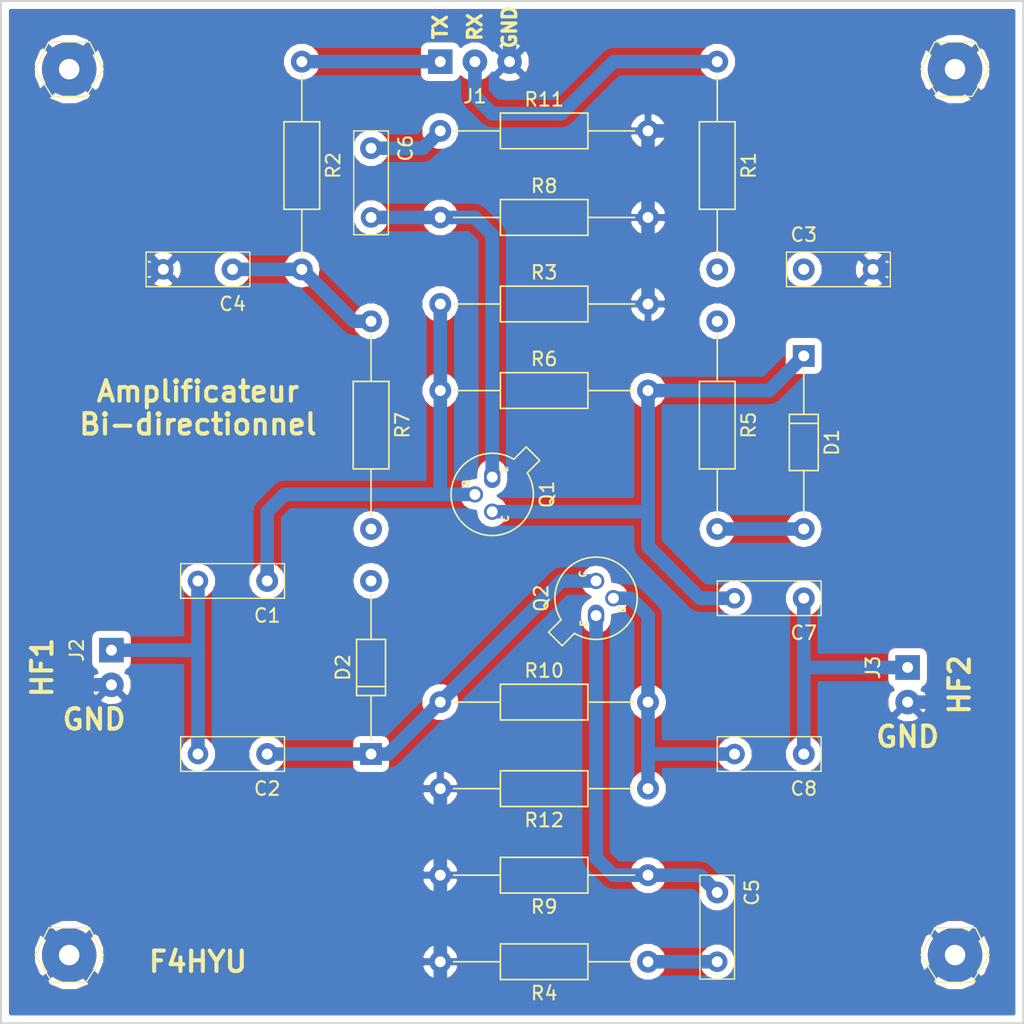
<source format=kicad_pcb>
(kicad_pcb (version 4) (host pcbnew 4.0.7)

  (general
    (links 44)
    (no_connects 3)
    (area 106.124999 48.814999 181.275001 123.965001)
    (thickness 1.6)
    (drawings 13)
    (tracks 88)
    (zones 0)
    (modules 31)
    (nets 18)
  )

  (page A4)
  (layers
    (0 F.Cu signal)
    (31 B.Cu signal)
    (32 B.Adhes user)
    (33 F.Adhes user)
    (34 B.Paste user)
    (35 F.Paste user)
    (36 B.SilkS user)
    (37 F.SilkS user)
    (38 B.Mask user)
    (39 F.Mask user)
    (40 Dwgs.User user)
    (41 Cmts.User user)
    (42 Eco1.User user)
    (43 Eco2.User user)
    (44 Edge.Cuts user)
    (45 Margin user)
    (46 B.CrtYd user)
    (47 F.CrtYd user)
    (48 B.Fab user)
    (49 F.Fab user)
  )

  (setup
    (last_trace_width 1)
    (user_trace_width 1)
    (trace_clearance 0.3)
    (zone_clearance 0.508)
    (zone_45_only no)
    (trace_min 0.2)
    (segment_width 0.2)
    (edge_width 0.15)
    (via_size 0.6)
    (via_drill 0.4)
    (via_min_size 0.4)
    (via_min_drill 0.3)
    (user_via 1.8 0.8)
    (uvia_size 0.3)
    (uvia_drill 0.1)
    (uvias_allowed no)
    (uvia_min_size 0.2)
    (uvia_min_drill 0.1)
    (pcb_text_width 0.3)
    (pcb_text_size 1.5 1.5)
    (mod_edge_width 0.15)
    (mod_text_size 1 1)
    (mod_text_width 0.15)
    (pad_size 1.524 1.524)
    (pad_drill 0.762)
    (pad_to_mask_clearance 0.2)
    (aux_axis_origin 0 0)
    (visible_elements FFFFFF7F)
    (pcbplotparams
      (layerselection 0x01000_80000001)
      (usegerberextensions false)
      (excludeedgelayer true)
      (linewidth 0.100000)
      (plotframeref false)
      (viasonmask false)
      (mode 1)
      (useauxorigin false)
      (hpglpennumber 1)
      (hpglpenspeed 20)
      (hpglpendiameter 15)
      (hpglpenoverlay 2)
      (psnegative false)
      (psa4output false)
      (plotreference true)
      (plotvalue true)
      (plotinvisibletext false)
      (padsonsilk false)
      (subtractmaskfromsilk false)
      (outputformat 1)
      (mirror false)
      (drillshape 0)
      (scaleselection 1)
      (outputdirectory Module_2-Gerber/))
  )

  (net 0 "")
  (net 1 "Net-(C1-Pad1)")
  (net 2 HF_1)
  (net 3 "Net-(C2-Pad1)")
  (net 4 "Net-(C3-Pad1)")
  (net 5 GND)
  (net 6 "Net-(C4-Pad1)")
  (net 7 "Net-(C5-Pad1)")
  (net 8 "Net-(C5-Pad2)")
  (net 9 "Net-(C6-Pad1)")
  (net 10 "Net-(C6-Pad2)")
  (net 11 HF_2)
  (net 12 "Net-(C7-Pad2)")
  (net 13 "Net-(C8-Pad2)")
  (net 14 "Net-(D1-Pad2)")
  (net 15 "Net-(D2-Pad2)")
  (net 16 TX)
  (net 17 RX)

  (net_class Default "Ceci est la Netclass par défaut"
    (clearance 0.3)
    (trace_width 0.25)
    (via_dia 0.6)
    (via_drill 0.4)
    (uvia_dia 0.3)
    (uvia_drill 0.1)
    (add_net GND)
    (add_net HF_1)
    (add_net HF_2)
    (add_net "Net-(C1-Pad1)")
    (add_net "Net-(C2-Pad1)")
    (add_net "Net-(C3-Pad1)")
    (add_net "Net-(C4-Pad1)")
    (add_net "Net-(C5-Pad1)")
    (add_net "Net-(C5-Pad2)")
    (add_net "Net-(C6-Pad1)")
    (add_net "Net-(C6-Pad2)")
    (add_net "Net-(C7-Pad2)")
    (add_net "Net-(C8-Pad2)")
    (add_net "Net-(D1-Pad2)")
    (add_net "Net-(D2-Pad2)")
    (add_net RX)
    (add_net TX)
  )

  (module alex-library:C-P_5.08-L_7.5-H_6-P_2.5 (layer F.Cu) (tedit 5AB51172) (tstamp 5AE5C94D)
    (at 125.73 91.44 180)
    (descr "C, Rect series, Radial, pin pitch=7.50mm, , length*width=10*2.5mm^2, Capacitor, http://www.wima.com/EN/WIMA_MKS_4.pdf")
    (tags "C Rect series Radial pin pitch 7.50mm  length 10mm width 2.5mm Capacitor")
    (path /5AE5AF76)
    (fp_text reference C1 (at 0 -2.54 180) (layer F.SilkS)
      (effects (font (size 1 1) (thickness 0.15)))
    )
    (fp_text value 100nF (at 3.81 2.54 180) (layer F.Fab)
      (effects (font (size 1 1) (thickness 0.15)))
    )
    (fp_line (start -1.143 -1.143) (end 6.223 -1.143) (layer F.Fab) (width 0.1))
    (fp_line (start 6.223 -1.143) (end 6.223 1.143) (layer F.Fab) (width 0.1))
    (fp_line (start 6.223 1.143) (end -1.143 1.143) (layer F.Fab) (width 0.1))
    (fp_line (start -1.143 1.143) (end -1.143 -1.143) (layer F.Fab) (width 0.1))
    (fp_line (start -1.524 -1.524) (end 6.604 -1.524) (layer F.CrtYd) (width 0.1))
    (fp_line (start 6.604 -1.524) (end 6.604 1.524) (layer F.CrtYd) (width 0.1))
    (fp_line (start 6.604 1.524) (end -1.524 1.524) (layer F.CrtYd) (width 0.1))
    (fp_line (start -1.524 1.524) (end -1.524 -1.524) (layer F.CrtYd) (width 0.1))
    (fp_line (start -1.27 -1.27) (end -1.27 1.27) (layer F.SilkS) (width 0.1))
    (fp_line (start -1.27 1.27) (end 6.35 1.27) (layer F.SilkS) (width 0.1))
    (fp_line (start 6.35 1.27) (end 6.35 -1.27) (layer F.SilkS) (width 0.1))
    (fp_line (start 6.35 -1.27) (end -1.27 -1.27) (layer F.SilkS) (width 0.1))
    (fp_text user %R (at 6.35 -2.54 180) (layer F.Fab)
      (effects (font (size 1 1) (thickness 0.15)))
    )
    (pad 1 thru_hole circle (at 0 0 180) (size 1.6 1.6) (drill 0.8) (layers *.Cu *.Mask)
      (net 1 "Net-(C1-Pad1)"))
    (pad 2 thru_hole circle (at 5.08 0 180) (size 1.5 1.5) (drill 0.8) (layers *.Cu *.Mask)
      (net 2 HF_1))
    (model ../../../../../../Users/PORTABLE/Documents/GitProjets/Fablab19-Alex-Kicad-Library/package3d/Capas.3dshapes/Capa-Plastique-Pas_5_08-Larg_7_5-Haut_6-Prof_2_5.wrl
      (at (xyz 0.097 0 0))
      (scale (xyz 0.39 0.39 0.39))
      (rotate (xyz 0 0 0))
    )
  )

  (module alex-library:C-P_5.08-L_7.5-H_6-P_2.5 (layer F.Cu) (tedit 5AB51172) (tstamp 5AE5C960)
    (at 125.73 104.14 180)
    (descr "C, Rect series, Radial, pin pitch=7.50mm, , length*width=10*2.5mm^2, Capacitor, http://www.wima.com/EN/WIMA_MKS_4.pdf")
    (tags "C Rect series Radial pin pitch 7.50mm  length 10mm width 2.5mm Capacitor")
    (path /5AE5C4C0)
    (fp_text reference C2 (at 0 -2.54 180) (layer F.SilkS)
      (effects (font (size 1 1) (thickness 0.15)))
    )
    (fp_text value 100nF (at 3.81 2.54 180) (layer F.Fab)
      (effects (font (size 1 1) (thickness 0.15)))
    )
    (fp_line (start -1.143 -1.143) (end 6.223 -1.143) (layer F.Fab) (width 0.1))
    (fp_line (start 6.223 -1.143) (end 6.223 1.143) (layer F.Fab) (width 0.1))
    (fp_line (start 6.223 1.143) (end -1.143 1.143) (layer F.Fab) (width 0.1))
    (fp_line (start -1.143 1.143) (end -1.143 -1.143) (layer F.Fab) (width 0.1))
    (fp_line (start -1.524 -1.524) (end 6.604 -1.524) (layer F.CrtYd) (width 0.1))
    (fp_line (start 6.604 -1.524) (end 6.604 1.524) (layer F.CrtYd) (width 0.1))
    (fp_line (start 6.604 1.524) (end -1.524 1.524) (layer F.CrtYd) (width 0.1))
    (fp_line (start -1.524 1.524) (end -1.524 -1.524) (layer F.CrtYd) (width 0.1))
    (fp_line (start -1.27 -1.27) (end -1.27 1.27) (layer F.SilkS) (width 0.1))
    (fp_line (start -1.27 1.27) (end 6.35 1.27) (layer F.SilkS) (width 0.1))
    (fp_line (start 6.35 1.27) (end 6.35 -1.27) (layer F.SilkS) (width 0.1))
    (fp_line (start 6.35 -1.27) (end -1.27 -1.27) (layer F.SilkS) (width 0.1))
    (fp_text user %R (at 6.35 -2.54 180) (layer F.Fab)
      (effects (font (size 1 1) (thickness 0.15)))
    )
    (pad 1 thru_hole circle (at 0 0 180) (size 1.6 1.6) (drill 0.8) (layers *.Cu *.Mask)
      (net 3 "Net-(C2-Pad1)"))
    (pad 2 thru_hole circle (at 5.08 0 180) (size 1.5 1.5) (drill 0.8) (layers *.Cu *.Mask)
      (net 2 HF_1))
    (model ../../../../../../Users/PORTABLE/Documents/GitProjets/Fablab19-Alex-Kicad-Library/package3d/Capas.3dshapes/Capa-Plastique-Pas_5_08-Larg_7_5-Haut_6-Prof_2_5.wrl
      (at (xyz 0.097 0 0))
      (scale (xyz 0.39 0.39 0.39))
      (rotate (xyz 0 0 0))
    )
  )

  (module alex-library:C-P_5.08-L_7.5-H_6-P_2.5 (layer F.Cu) (tedit 5AB51172) (tstamp 5AE5C973)
    (at 165.1 68.58)
    (descr "C, Rect series, Radial, pin pitch=7.50mm, , length*width=10*2.5mm^2, Capacitor, http://www.wima.com/EN/WIMA_MKS_4.pdf")
    (tags "C Rect series Radial pin pitch 7.50mm  length 10mm width 2.5mm Capacitor")
    (path /5AE5A6E2)
    (fp_text reference C3 (at 0 -2.54) (layer F.SilkS)
      (effects (font (size 1 1) (thickness 0.15)))
    )
    (fp_text value 100nF (at 3.81 2.54) (layer F.Fab)
      (effects (font (size 1 1) (thickness 0.15)))
    )
    (fp_line (start -1.143 -1.143) (end 6.223 -1.143) (layer F.Fab) (width 0.1))
    (fp_line (start 6.223 -1.143) (end 6.223 1.143) (layer F.Fab) (width 0.1))
    (fp_line (start 6.223 1.143) (end -1.143 1.143) (layer F.Fab) (width 0.1))
    (fp_line (start -1.143 1.143) (end -1.143 -1.143) (layer F.Fab) (width 0.1))
    (fp_line (start -1.524 -1.524) (end 6.604 -1.524) (layer F.CrtYd) (width 0.1))
    (fp_line (start 6.604 -1.524) (end 6.604 1.524) (layer F.CrtYd) (width 0.1))
    (fp_line (start 6.604 1.524) (end -1.524 1.524) (layer F.CrtYd) (width 0.1))
    (fp_line (start -1.524 1.524) (end -1.524 -1.524) (layer F.CrtYd) (width 0.1))
    (fp_line (start -1.27 -1.27) (end -1.27 1.27) (layer F.SilkS) (width 0.1))
    (fp_line (start -1.27 1.27) (end 6.35 1.27) (layer F.SilkS) (width 0.1))
    (fp_line (start 6.35 1.27) (end 6.35 -1.27) (layer F.SilkS) (width 0.1))
    (fp_line (start 6.35 -1.27) (end -1.27 -1.27) (layer F.SilkS) (width 0.1))
    (fp_text user %R (at 6.35 -2.54) (layer F.Fab)
      (effects (font (size 1 1) (thickness 0.15)))
    )
    (pad 1 thru_hole circle (at 0 0) (size 1.6 1.6) (drill 0.8) (layers *.Cu *.Mask)
      (net 4 "Net-(C3-Pad1)"))
    (pad 2 thru_hole circle (at 5.08 0) (size 1.5 1.5) (drill 0.8) (layers *.Cu *.Mask)
      (net 5 GND))
    (model ../../../../../../Users/PORTABLE/Documents/GitProjets/Fablab19-Alex-Kicad-Library/package3d/Capas.3dshapes/Capa-Plastique-Pas_5_08-Larg_7_5-Haut_6-Prof_2_5.wrl
      (at (xyz 0.097 0 0))
      (scale (xyz 0.39 0.39 0.39))
      (rotate (xyz 0 0 0))
    )
  )

  (module alex-library:C-P_5.08-L_7.5-H_6-P_2.5 (layer F.Cu) (tedit 5AB51172) (tstamp 5AE5C986)
    (at 123.19 68.58 180)
    (descr "C, Rect series, Radial, pin pitch=7.50mm, , length*width=10*2.5mm^2, Capacitor, http://www.wima.com/EN/WIMA_MKS_4.pdf")
    (tags "C Rect series Radial pin pitch 7.50mm  length 10mm width 2.5mm Capacitor")
    (path /5AE5C489)
    (fp_text reference C4 (at 0 -2.54 180) (layer F.SilkS)
      (effects (font (size 1 1) (thickness 0.15)))
    )
    (fp_text value 100nF (at 3.81 2.54 180) (layer F.Fab)
      (effects (font (size 1 1) (thickness 0.15)))
    )
    (fp_line (start -1.143 -1.143) (end 6.223 -1.143) (layer F.Fab) (width 0.1))
    (fp_line (start 6.223 -1.143) (end 6.223 1.143) (layer F.Fab) (width 0.1))
    (fp_line (start 6.223 1.143) (end -1.143 1.143) (layer F.Fab) (width 0.1))
    (fp_line (start -1.143 1.143) (end -1.143 -1.143) (layer F.Fab) (width 0.1))
    (fp_line (start -1.524 -1.524) (end 6.604 -1.524) (layer F.CrtYd) (width 0.1))
    (fp_line (start 6.604 -1.524) (end 6.604 1.524) (layer F.CrtYd) (width 0.1))
    (fp_line (start 6.604 1.524) (end -1.524 1.524) (layer F.CrtYd) (width 0.1))
    (fp_line (start -1.524 1.524) (end -1.524 -1.524) (layer F.CrtYd) (width 0.1))
    (fp_line (start -1.27 -1.27) (end -1.27 1.27) (layer F.SilkS) (width 0.1))
    (fp_line (start -1.27 1.27) (end 6.35 1.27) (layer F.SilkS) (width 0.1))
    (fp_line (start 6.35 1.27) (end 6.35 -1.27) (layer F.SilkS) (width 0.1))
    (fp_line (start 6.35 -1.27) (end -1.27 -1.27) (layer F.SilkS) (width 0.1))
    (fp_text user %R (at 6.35 -2.54 180) (layer F.Fab)
      (effects (font (size 1 1) (thickness 0.15)))
    )
    (pad 1 thru_hole circle (at 0 0 180) (size 1.6 1.6) (drill 0.8) (layers *.Cu *.Mask)
      (net 6 "Net-(C4-Pad1)"))
    (pad 2 thru_hole circle (at 5.08 0 180) (size 1.5 1.5) (drill 0.8) (layers *.Cu *.Mask)
      (net 5 GND))
    (model ../../../../../../Users/PORTABLE/Documents/GitProjets/Fablab19-Alex-Kicad-Library/package3d/Capas.3dshapes/Capa-Plastique-Pas_5_08-Larg_7_5-Haut_6-Prof_2_5.wrl
      (at (xyz 0.097 0 0))
      (scale (xyz 0.39 0.39 0.39))
      (rotate (xyz 0 0 0))
    )
  )

  (module alex-library:C-P_5.08-L_7.5-H_6-P_2.5 (layer F.Cu) (tedit 5AB51172) (tstamp 5AE5C999)
    (at 158.75 114.3 270)
    (descr "C, Rect series, Radial, pin pitch=7.50mm, , length*width=10*2.5mm^2, Capacitor, http://www.wima.com/EN/WIMA_MKS_4.pdf")
    (tags "C Rect series Radial pin pitch 7.50mm  length 10mm width 2.5mm Capacitor")
    (path /5AE5C4BA)
    (fp_text reference C5 (at 0 -2.54 270) (layer F.SilkS)
      (effects (font (size 1 1) (thickness 0.15)))
    )
    (fp_text value 100nF (at 3.81 2.54 270) (layer F.Fab)
      (effects (font (size 1 1) (thickness 0.15)))
    )
    (fp_line (start -1.143 -1.143) (end 6.223 -1.143) (layer F.Fab) (width 0.1))
    (fp_line (start 6.223 -1.143) (end 6.223 1.143) (layer F.Fab) (width 0.1))
    (fp_line (start 6.223 1.143) (end -1.143 1.143) (layer F.Fab) (width 0.1))
    (fp_line (start -1.143 1.143) (end -1.143 -1.143) (layer F.Fab) (width 0.1))
    (fp_line (start -1.524 -1.524) (end 6.604 -1.524) (layer F.CrtYd) (width 0.1))
    (fp_line (start 6.604 -1.524) (end 6.604 1.524) (layer F.CrtYd) (width 0.1))
    (fp_line (start 6.604 1.524) (end -1.524 1.524) (layer F.CrtYd) (width 0.1))
    (fp_line (start -1.524 1.524) (end -1.524 -1.524) (layer F.CrtYd) (width 0.1))
    (fp_line (start -1.27 -1.27) (end -1.27 1.27) (layer F.SilkS) (width 0.1))
    (fp_line (start -1.27 1.27) (end 6.35 1.27) (layer F.SilkS) (width 0.1))
    (fp_line (start 6.35 1.27) (end 6.35 -1.27) (layer F.SilkS) (width 0.1))
    (fp_line (start 6.35 -1.27) (end -1.27 -1.27) (layer F.SilkS) (width 0.1))
    (fp_text user %R (at 6.35 -2.54 270) (layer F.Fab)
      (effects (font (size 1 1) (thickness 0.15)))
    )
    (pad 1 thru_hole circle (at 0 0 270) (size 1.6 1.6) (drill 0.8) (layers *.Cu *.Mask)
      (net 7 "Net-(C5-Pad1)"))
    (pad 2 thru_hole circle (at 5.08 0 270) (size 1.5 1.5) (drill 0.8) (layers *.Cu *.Mask)
      (net 8 "Net-(C5-Pad2)"))
    (model ../../../../../../Users/PORTABLE/Documents/GitProjets/Fablab19-Alex-Kicad-Library/package3d/Capas.3dshapes/Capa-Plastique-Pas_5_08-Larg_7_5-Haut_6-Prof_2_5.wrl
      (at (xyz 0.097 0 0))
      (scale (xyz 0.39 0.39 0.39))
      (rotate (xyz 0 0 0))
    )
  )

  (module alex-library:C-P_5.08-L_7.5-H_6-P_2.5 (layer F.Cu) (tedit 5AB51172) (tstamp 5AE5C9AC)
    (at 133.35 59.69 270)
    (descr "C, Rect series, Radial, pin pitch=7.50mm, , length*width=10*2.5mm^2, Capacitor, http://www.wima.com/EN/WIMA_MKS_4.pdf")
    (tags "C Rect series Radial pin pitch 7.50mm  length 10mm width 2.5mm Capacitor")
    (path /5AE5AEF1)
    (fp_text reference C6 (at 0 -2.54 270) (layer F.SilkS)
      (effects (font (size 1 1) (thickness 0.15)))
    )
    (fp_text value 100nF (at 3.81 2.54 270) (layer F.Fab)
      (effects (font (size 1 1) (thickness 0.15)))
    )
    (fp_line (start -1.143 -1.143) (end 6.223 -1.143) (layer F.Fab) (width 0.1))
    (fp_line (start 6.223 -1.143) (end 6.223 1.143) (layer F.Fab) (width 0.1))
    (fp_line (start 6.223 1.143) (end -1.143 1.143) (layer F.Fab) (width 0.1))
    (fp_line (start -1.143 1.143) (end -1.143 -1.143) (layer F.Fab) (width 0.1))
    (fp_line (start -1.524 -1.524) (end 6.604 -1.524) (layer F.CrtYd) (width 0.1))
    (fp_line (start 6.604 -1.524) (end 6.604 1.524) (layer F.CrtYd) (width 0.1))
    (fp_line (start 6.604 1.524) (end -1.524 1.524) (layer F.CrtYd) (width 0.1))
    (fp_line (start -1.524 1.524) (end -1.524 -1.524) (layer F.CrtYd) (width 0.1))
    (fp_line (start -1.27 -1.27) (end -1.27 1.27) (layer F.SilkS) (width 0.1))
    (fp_line (start -1.27 1.27) (end 6.35 1.27) (layer F.SilkS) (width 0.1))
    (fp_line (start 6.35 1.27) (end 6.35 -1.27) (layer F.SilkS) (width 0.1))
    (fp_line (start 6.35 -1.27) (end -1.27 -1.27) (layer F.SilkS) (width 0.1))
    (fp_text user %R (at 6.35 -2.54 270) (layer F.Fab)
      (effects (font (size 1 1) (thickness 0.15)))
    )
    (pad 1 thru_hole circle (at 0 0 270) (size 1.6 1.6) (drill 0.8) (layers *.Cu *.Mask)
      (net 9 "Net-(C6-Pad1)"))
    (pad 2 thru_hole circle (at 5.08 0 270) (size 1.5 1.5) (drill 0.8) (layers *.Cu *.Mask)
      (net 10 "Net-(C6-Pad2)"))
    (model ../../../../../../Users/PORTABLE/Documents/GitProjets/Fablab19-Alex-Kicad-Library/package3d/Capas.3dshapes/Capa-Plastique-Pas_5_08-Larg_7_5-Haut_6-Prof_2_5.wrl
      (at (xyz 0.097 0 0))
      (scale (xyz 0.39 0.39 0.39))
      (rotate (xyz 0 0 0))
    )
  )

  (module alex-library:C-P_5.08-L_7.5-H_6-P_2.5 (layer F.Cu) (tedit 5AB51172) (tstamp 5AE5C9BF)
    (at 165.1 92.71 180)
    (descr "C, Rect series, Radial, pin pitch=7.50mm, , length*width=10*2.5mm^2, Capacitor, http://www.wima.com/EN/WIMA_MKS_4.pdf")
    (tags "C Rect series Radial pin pitch 7.50mm  length 10mm width 2.5mm Capacitor")
    (path /5AE5AC69)
    (fp_text reference C7 (at 0 -2.54 180) (layer F.SilkS)
      (effects (font (size 1 1) (thickness 0.15)))
    )
    (fp_text value 100nF (at 3.81 2.54 180) (layer F.Fab)
      (effects (font (size 1 1) (thickness 0.15)))
    )
    (fp_line (start -1.143 -1.143) (end 6.223 -1.143) (layer F.Fab) (width 0.1))
    (fp_line (start 6.223 -1.143) (end 6.223 1.143) (layer F.Fab) (width 0.1))
    (fp_line (start 6.223 1.143) (end -1.143 1.143) (layer F.Fab) (width 0.1))
    (fp_line (start -1.143 1.143) (end -1.143 -1.143) (layer F.Fab) (width 0.1))
    (fp_line (start -1.524 -1.524) (end 6.604 -1.524) (layer F.CrtYd) (width 0.1))
    (fp_line (start 6.604 -1.524) (end 6.604 1.524) (layer F.CrtYd) (width 0.1))
    (fp_line (start 6.604 1.524) (end -1.524 1.524) (layer F.CrtYd) (width 0.1))
    (fp_line (start -1.524 1.524) (end -1.524 -1.524) (layer F.CrtYd) (width 0.1))
    (fp_line (start -1.27 -1.27) (end -1.27 1.27) (layer F.SilkS) (width 0.1))
    (fp_line (start -1.27 1.27) (end 6.35 1.27) (layer F.SilkS) (width 0.1))
    (fp_line (start 6.35 1.27) (end 6.35 -1.27) (layer F.SilkS) (width 0.1))
    (fp_line (start 6.35 -1.27) (end -1.27 -1.27) (layer F.SilkS) (width 0.1))
    (fp_text user %R (at 6.35 -2.54 180) (layer F.Fab)
      (effects (font (size 1 1) (thickness 0.15)))
    )
    (pad 1 thru_hole circle (at 0 0 180) (size 1.6 1.6) (drill 0.8) (layers *.Cu *.Mask)
      (net 11 HF_2))
    (pad 2 thru_hole circle (at 5.08 0 180) (size 1.5 1.5) (drill 0.8) (layers *.Cu *.Mask)
      (net 12 "Net-(C7-Pad2)"))
    (model ../../../../../../Users/PORTABLE/Documents/GitProjets/Fablab19-Alex-Kicad-Library/package3d/Capas.3dshapes/Capa-Plastique-Pas_5_08-Larg_7_5-Haut_6-Prof_2_5.wrl
      (at (xyz 0.097 0 0))
      (scale (xyz 0.39 0.39 0.39))
      (rotate (xyz 0 0 0))
    )
  )

  (module alex-library:C-P_5.08-L_7.5-H_6-P_2.5 (layer F.Cu) (tedit 5AB51172) (tstamp 5AE5C9D2)
    (at 165.1 104.14 180)
    (descr "C, Rect series, Radial, pin pitch=7.50mm, , length*width=10*2.5mm^2, Capacitor, http://www.wima.com/EN/WIMA_MKS_4.pdf")
    (tags "C Rect series Radial pin pitch 7.50mm  length 10mm width 2.5mm Capacitor")
    (path /5AE5C4AF)
    (fp_text reference C8 (at 0 -2.54 180) (layer F.SilkS)
      (effects (font (size 1 1) (thickness 0.15)))
    )
    (fp_text value 100nF (at 3.81 2.54 180) (layer F.Fab)
      (effects (font (size 1 1) (thickness 0.15)))
    )
    (fp_line (start -1.143 -1.143) (end 6.223 -1.143) (layer F.Fab) (width 0.1))
    (fp_line (start 6.223 -1.143) (end 6.223 1.143) (layer F.Fab) (width 0.1))
    (fp_line (start 6.223 1.143) (end -1.143 1.143) (layer F.Fab) (width 0.1))
    (fp_line (start -1.143 1.143) (end -1.143 -1.143) (layer F.Fab) (width 0.1))
    (fp_line (start -1.524 -1.524) (end 6.604 -1.524) (layer F.CrtYd) (width 0.1))
    (fp_line (start 6.604 -1.524) (end 6.604 1.524) (layer F.CrtYd) (width 0.1))
    (fp_line (start 6.604 1.524) (end -1.524 1.524) (layer F.CrtYd) (width 0.1))
    (fp_line (start -1.524 1.524) (end -1.524 -1.524) (layer F.CrtYd) (width 0.1))
    (fp_line (start -1.27 -1.27) (end -1.27 1.27) (layer F.SilkS) (width 0.1))
    (fp_line (start -1.27 1.27) (end 6.35 1.27) (layer F.SilkS) (width 0.1))
    (fp_line (start 6.35 1.27) (end 6.35 -1.27) (layer F.SilkS) (width 0.1))
    (fp_line (start 6.35 -1.27) (end -1.27 -1.27) (layer F.SilkS) (width 0.1))
    (fp_text user %R (at 6.35 -2.54 180) (layer F.Fab)
      (effects (font (size 1 1) (thickness 0.15)))
    )
    (pad 1 thru_hole circle (at 0 0 180) (size 1.6 1.6) (drill 0.8) (layers *.Cu *.Mask)
      (net 11 HF_2))
    (pad 2 thru_hole circle (at 5.08 0 180) (size 1.5 1.5) (drill 0.8) (layers *.Cu *.Mask)
      (net 13 "Net-(C8-Pad2)"))
    (model ../../../../../../Users/PORTABLE/Documents/GitProjets/Fablab19-Alex-Kicad-Library/package3d/Capas.3dshapes/Capa-Plastique-Pas_5_08-Larg_7_5-Haut_6-Prof_2_5.wrl
      (at (xyz 0.097 0 0))
      (scale (xyz 0.39 0.39 0.39))
      (rotate (xyz 0 0 0))
    )
  )

  (module alex-library:D_DO-35_SOD27_P12.70mm_Horizontal (layer F.Cu) (tedit 5AE5B2A8) (tstamp 5AE5C9D8)
    (at 165.1 74.93 270)
    (descr "D, DO-35_SOD27 series, Axial, Horizontal, pin pitch=12.7mm, , length*diameter=4*2mm^2, , http://www.diodes.com/_files/packages/DO-35.pdf")
    (tags "D DO-35_SOD27 series Axial Horizontal pin pitch 12.7mm  length 4mm diameter 2mm")
    (path /5AE5A7AC)
    (fp_text reference D1 (at 6.35 -2.06 270) (layer F.SilkS)
      (effects (font (size 1 1) (thickness 0.15)))
    )
    (fp_text value 1N4148 (at 6.35 2.06 270) (layer F.Fab)
      (effects (font (size 1 1) (thickness 0.15)))
    )
    (fp_text user %R (at 6.35 0 270) (layer F.Fab)
      (effects (font (size 1 1) (thickness 0.15)))
    )
    (fp_line (start 4.35 -1) (end 4.35 1) (layer F.Fab) (width 0.1))
    (fp_line (start 4.35 1) (end 8.35 1) (layer F.Fab) (width 0.1))
    (fp_line (start 8.35 1) (end 8.35 -1) (layer F.Fab) (width 0.1))
    (fp_line (start 8.35 -1) (end 4.35 -1) (layer F.Fab) (width 0.1))
    (fp_line (start 0 0) (end 4.35 0) (layer F.Fab) (width 0.1))
    (fp_line (start 12.7 0) (end 8.35 0) (layer F.Fab) (width 0.1))
    (fp_line (start 4.95 -1) (end 4.95 1) (layer F.Fab) (width 0.1))
    (fp_line (start 4.29 -1.06) (end 4.29 1.06) (layer F.SilkS) (width 0.12))
    (fp_line (start 4.29 1.06) (end 8.41 1.06) (layer F.SilkS) (width 0.12))
    (fp_line (start 8.41 1.06) (end 8.41 -1.06) (layer F.SilkS) (width 0.12))
    (fp_line (start 8.41 -1.06) (end 4.29 -1.06) (layer F.SilkS) (width 0.12))
    (fp_line (start 0.98 0) (end 4.29 0) (layer F.SilkS) (width 0.12))
    (fp_line (start 11.72 0) (end 8.41 0) (layer F.SilkS) (width 0.12))
    (fp_line (start 4.95 -1.06) (end 4.95 1.06) (layer F.SilkS) (width 0.12))
    (fp_line (start -1.05 -1.35) (end -1.05 1.35) (layer F.CrtYd) (width 0.05))
    (fp_line (start -1.05 1.35) (end 13.75 1.35) (layer F.CrtYd) (width 0.05))
    (fp_line (start 13.75 1.35) (end 13.75 -1.35) (layer F.CrtYd) (width 0.05))
    (fp_line (start 13.75 -1.35) (end -1.05 -1.35) (layer F.CrtYd) (width 0.05))
    (pad 1 thru_hole rect (at 0 0 270) (size 1.6 1.6) (drill 0.8) (layers *.Cu *.Mask)
      (net 12 "Net-(C7-Pad2)"))
    (pad 2 thru_hole oval (at 12.7 0 270) (size 1.6 1.6) (drill 0.8) (layers *.Cu *.Mask)
      (net 14 "Net-(D1-Pad2)"))
    (model ../../../../../../Users/PORTABLE/Documents/GitProjets/Fablab19-Alex-Kicad-Library/package3d/Diodes.3dshapes/D_DO-35_SOD27_P12.70mm_Horizontal.wrl
      (at (xyz 0 0 0))
      (scale (xyz 0.393701 0.393701 0.393701))
      (rotate (xyz 0 0 0))
    )
  )

  (module alex-library:D_DO-35_SOD27_P12.70mm_Horizontal (layer F.Cu) (tedit 5AE5B2A8) (tstamp 5AE5C9DE)
    (at 133.35 104.14 90)
    (descr "D, DO-35_SOD27 series, Axial, Horizontal, pin pitch=12.7mm, , length*diameter=4*2mm^2, , http://www.diodes.com/_files/packages/DO-35.pdf")
    (tags "D DO-35_SOD27 series Axial Horizontal pin pitch 12.7mm  length 4mm diameter 2mm")
    (path /5AE5C48F)
    (fp_text reference D2 (at 6.35 -2.06 90) (layer F.SilkS)
      (effects (font (size 1 1) (thickness 0.15)))
    )
    (fp_text value 1N4148 (at 6.35 2.06 90) (layer F.Fab)
      (effects (font (size 1 1) (thickness 0.15)))
    )
    (fp_text user %R (at 6.35 0 90) (layer F.Fab)
      (effects (font (size 1 1) (thickness 0.15)))
    )
    (fp_line (start 4.35 -1) (end 4.35 1) (layer F.Fab) (width 0.1))
    (fp_line (start 4.35 1) (end 8.35 1) (layer F.Fab) (width 0.1))
    (fp_line (start 8.35 1) (end 8.35 -1) (layer F.Fab) (width 0.1))
    (fp_line (start 8.35 -1) (end 4.35 -1) (layer F.Fab) (width 0.1))
    (fp_line (start 0 0) (end 4.35 0) (layer F.Fab) (width 0.1))
    (fp_line (start 12.7 0) (end 8.35 0) (layer F.Fab) (width 0.1))
    (fp_line (start 4.95 -1) (end 4.95 1) (layer F.Fab) (width 0.1))
    (fp_line (start 4.29 -1.06) (end 4.29 1.06) (layer F.SilkS) (width 0.12))
    (fp_line (start 4.29 1.06) (end 8.41 1.06) (layer F.SilkS) (width 0.12))
    (fp_line (start 8.41 1.06) (end 8.41 -1.06) (layer F.SilkS) (width 0.12))
    (fp_line (start 8.41 -1.06) (end 4.29 -1.06) (layer F.SilkS) (width 0.12))
    (fp_line (start 0.98 0) (end 4.29 0) (layer F.SilkS) (width 0.12))
    (fp_line (start 11.72 0) (end 8.41 0) (layer F.SilkS) (width 0.12))
    (fp_line (start 4.95 -1.06) (end 4.95 1.06) (layer F.SilkS) (width 0.12))
    (fp_line (start -1.05 -1.35) (end -1.05 1.35) (layer F.CrtYd) (width 0.05))
    (fp_line (start -1.05 1.35) (end 13.75 1.35) (layer F.CrtYd) (width 0.05))
    (fp_line (start 13.75 1.35) (end 13.75 -1.35) (layer F.CrtYd) (width 0.05))
    (fp_line (start 13.75 -1.35) (end -1.05 -1.35) (layer F.CrtYd) (width 0.05))
    (pad 1 thru_hole rect (at 0 0 90) (size 1.6 1.6) (drill 0.8) (layers *.Cu *.Mask)
      (net 3 "Net-(C2-Pad1)"))
    (pad 2 thru_hole oval (at 12.7 0 90) (size 1.6 1.6) (drill 0.8) (layers *.Cu *.Mask)
      (net 15 "Net-(D2-Pad2)"))
    (model ../../../../../../Users/PORTABLE/Documents/GitProjets/Fablab19-Alex-Kicad-Library/package3d/Diodes.3dshapes/D_DO-35_SOD27_P12.70mm_Horizontal.wrl
      (at (xyz 0 0 0))
      (scale (xyz 0.393701 0.393701 0.393701))
      (rotate (xyz 0 0 0))
    )
  )

  (module alex-library:M3-Hole (layer F.Cu) (tedit 5AE5ACEF) (tstamp 5AE5C9EB)
    (at 111.2 118.89)
    (path /5AE68F24)
    (fp_text reference H1 (at 0 3.5) (layer F.SilkS) hide
      (effects (font (size 1 1) (thickness 0.15)))
    )
    (fp_text value M3-Hole (at 0.5 -3.5) (layer F.Fab) hide
      (effects (font (size 1 1) (thickness 0.15)))
    )
    (fp_circle (center 0 0) (end 2.5 -0.5) (layer B.CrtYd) (width 0.1))
    (fp_line (start -2.5 0) (end -1.5 -2) (layer F.SilkS) (width 0.1))
    (fp_line (start -1.5 -2) (end 1.5 -2) (layer F.SilkS) (width 0.1))
    (fp_line (start 1.5 -2) (end 2.5 0) (layer F.SilkS) (width 0.1))
    (fp_line (start 2.5 0) (end 1.25 2) (layer F.SilkS) (width 0.1))
    (fp_line (start 1.25 2) (end -1.25 2) (layer F.SilkS) (width 0.1))
    (fp_line (start -1.25 2) (end -2.5 0) (layer F.SilkS) (width 0.1))
    (fp_circle (center 0 0) (end 2.5 -0.5) (layer F.CrtYd) (width 0.1))
    (pad 1 thru_hole circle (at 0 0) (size 4 4) (drill 1.5) (layers *.Cu *.Mask)
      (net 5 GND))
  )

  (module alex-library:M3-Hole (layer F.Cu) (tedit 5AE5ACEF) (tstamp 5AE5C9F8)
    (at 176.2 118.89)
    (path /5AE68F87)
    (fp_text reference H2 (at 0 3.5) (layer F.SilkS) hide
      (effects (font (size 1 1) (thickness 0.15)))
    )
    (fp_text value M3-Hole (at 0.5 -3.5) (layer F.Fab) hide
      (effects (font (size 1 1) (thickness 0.15)))
    )
    (fp_circle (center 0 0) (end 2.5 -0.5) (layer B.CrtYd) (width 0.1))
    (fp_line (start -2.5 0) (end -1.5 -2) (layer F.SilkS) (width 0.1))
    (fp_line (start -1.5 -2) (end 1.5 -2) (layer F.SilkS) (width 0.1))
    (fp_line (start 1.5 -2) (end 2.5 0) (layer F.SilkS) (width 0.1))
    (fp_line (start 2.5 0) (end 1.25 2) (layer F.SilkS) (width 0.1))
    (fp_line (start 1.25 2) (end -1.25 2) (layer F.SilkS) (width 0.1))
    (fp_line (start -1.25 2) (end -2.5 0) (layer F.SilkS) (width 0.1))
    (fp_circle (center 0 0) (end 2.5 -0.5) (layer F.CrtYd) (width 0.1))
    (pad 1 thru_hole circle (at 0 0) (size 4 4) (drill 1.5) (layers *.Cu *.Mask)
      (net 5 GND))
  )

  (module alex-library:M3-Hole (layer F.Cu) (tedit 5AE5ACEF) (tstamp 5AE5CA05)
    (at 111.2 53.89)
    (path /5AE68FE3)
    (fp_text reference H3 (at 0 3.5) (layer F.SilkS) hide
      (effects (font (size 1 1) (thickness 0.15)))
    )
    (fp_text value M3-Hole (at 0.5 -3.5) (layer F.Fab) hide
      (effects (font (size 1 1) (thickness 0.15)))
    )
    (fp_circle (center 0 0) (end 2.5 -0.5) (layer B.CrtYd) (width 0.1))
    (fp_line (start -2.5 0) (end -1.5 -2) (layer F.SilkS) (width 0.1))
    (fp_line (start -1.5 -2) (end 1.5 -2) (layer F.SilkS) (width 0.1))
    (fp_line (start 1.5 -2) (end 2.5 0) (layer F.SilkS) (width 0.1))
    (fp_line (start 2.5 0) (end 1.25 2) (layer F.SilkS) (width 0.1))
    (fp_line (start 1.25 2) (end -1.25 2) (layer F.SilkS) (width 0.1))
    (fp_line (start -1.25 2) (end -2.5 0) (layer F.SilkS) (width 0.1))
    (fp_circle (center 0 0) (end 2.5 -0.5) (layer F.CrtYd) (width 0.1))
    (pad 1 thru_hole circle (at 0 0) (size 4 4) (drill 1.5) (layers *.Cu *.Mask)
      (net 5 GND))
  )

  (module alex-library:M3-Hole (layer F.Cu) (tedit 5AE5ACEF) (tstamp 5AE5CA12)
    (at 176.2 53.89)
    (path /5AE6903F)
    (fp_text reference H4 (at 0 3.5) (layer F.SilkS) hide
      (effects (font (size 1 1) (thickness 0.15)))
    )
    (fp_text value M3-Hole (at 0.5 -3.5) (layer F.Fab) hide
      (effects (font (size 1 1) (thickness 0.15)))
    )
    (fp_circle (center 0 0) (end 2.5 -0.5) (layer B.CrtYd) (width 0.1))
    (fp_line (start -2.5 0) (end -1.5 -2) (layer F.SilkS) (width 0.1))
    (fp_line (start -1.5 -2) (end 1.5 -2) (layer F.SilkS) (width 0.1))
    (fp_line (start 1.5 -2) (end 2.5 0) (layer F.SilkS) (width 0.1))
    (fp_line (start 2.5 0) (end 1.25 2) (layer F.SilkS) (width 0.1))
    (fp_line (start 1.25 2) (end -1.25 2) (layer F.SilkS) (width 0.1))
    (fp_line (start -1.25 2) (end -2.5 0) (layer F.SilkS) (width 0.1))
    (fp_circle (center 0 0) (end 2.5 -0.5) (layer F.CrtYd) (width 0.1))
    (pad 1 thru_hole circle (at 0 0) (size 4 4) (drill 1.5) (layers *.Cu *.Mask)
      (net 5 GND))
  )

  (module alex-library:Connect-3pin (layer F.Cu) (tedit 5AB62185) (tstamp 5AE5CA19)
    (at 140.97 53.34)
    (path /5AE5A564)
    (fp_text reference J1 (at 0 2.54) (layer F.SilkS)
      (effects (font (size 1 1) (thickness 0.15)))
    )
    (fp_text value Conn_01x03 (at 0 -2.54) (layer F.Fab) hide
      (effects (font (size 1 1) (thickness 0.15)))
    )
    (pad 1 thru_hole rect (at -2.54 0) (size 1.8 1.8) (drill 0.8) (layers *.Cu *.Mask)
      (net 16 TX))
    (pad 2 thru_hole circle (at 0 0) (size 1.8 1.8) (drill 0.8) (layers *.Cu *.Mask)
      (net 17 RX))
    (pad 3 thru_hole circle (at 2.54 0) (size 1.8 1.8) (drill 0.8) (layers *.Cu *.Mask)
      (net 5 GND))
  )

  (module alex-library:Connect-2pin (layer F.Cu) (tedit 5AB6217C) (tstamp 5AE5CA1F)
    (at 114.3 96.52 270)
    (path /5AE60C1E)
    (fp_text reference J2 (at 0 2.54 270) (layer F.SilkS)
      (effects (font (size 1 1) (thickness 0.15)))
    )
    (fp_text value Conn_01x02 (at 0 -2.54 270) (layer F.Fab) hide
      (effects (font (size 1 1) (thickness 0.15)))
    )
    (pad 1 thru_hole rect (at 0 0 270) (size 1.8 1.8) (drill 0.8) (layers *.Cu *.Mask)
      (net 2 HF_1))
    (pad 2 thru_hole circle (at 2.54 0 270) (size 1.8 1.8) (drill 0.8) (layers *.Cu *.Mask)
      (net 5 GND))
  )

  (module alex-library:Connect-2pin (layer F.Cu) (tedit 5AB6217C) (tstamp 5AE5CA25)
    (at 172.72 97.79 270)
    (path /5AE60B97)
    (fp_text reference J3 (at 0 2.54 270) (layer F.SilkS)
      (effects (font (size 1 1) (thickness 0.15)))
    )
    (fp_text value Conn_01x02 (at 0 -2.54 270) (layer F.Fab) hide
      (effects (font (size 1 1) (thickness 0.15)))
    )
    (pad 1 thru_hole rect (at 0 0 270) (size 1.8 1.8) (drill 0.8) (layers *.Cu *.Mask)
      (net 11 HF_2))
    (pad 2 thru_hole circle (at 2.54 0 270) (size 1.8 1.8) (drill 0.8) (layers *.Cu *.Mask)
      (net 5 GND))
  )

  (module alex-library:TO-18-3 (layer F.Cu) (tedit 5ABA69BA) (tstamp 5AE5CA3D)
    (at 142.24 83.82 270)
    (descr TO-18-3)
    (tags TO-18-3)
    (path /5AE5AA5C)
    (fp_text reference Q1 (at 1.27 -4.02 270) (layer F.SilkS)
      (effects (font (size 1 1) (thickness 0.15)))
    )
    (fp_text value 2N2222a (at 1.27 4.02 270) (layer F.Fab)
      (effects (font (size 1 1) (thickness 0.15)))
    )
    (fp_text user B (at 0.4445 1.905 270) (layer F.SilkS)
      (effects (font (size 0.5 0.5) (thickness 0.125)))
    )
    (fp_text user C (at 3.048 -0.9525 270) (layer F.SilkS)
      (effects (font (size 0.5 0.5) (thickness 0.125)))
    )
    (fp_text user E (at -0.5715 -0.889 270) (layer F.SilkS)
      (effects (font (size 0.5 0.5) (thickness 0.125)))
    )
    (fp_text user %R (at 1.27 -4.02 270) (layer F.Fab)
      (effects (font (size 1 1) (thickness 0.15)))
    )
    (fp_line (start -0.329057 -2.419301) (end -1.156372 -3.246616) (layer F.Fab) (width 0.1))
    (fp_line (start -1.156372 -3.246616) (end -1.976616 -2.426372) (layer F.Fab) (width 0.1))
    (fp_line (start -1.976616 -2.426372) (end -1.149301 -1.599057) (layer F.Fab) (width 0.1))
    (fp_line (start -0.312331 -2.572281) (end -1.224499 -3.484448) (layer F.SilkS) (width 0.12))
    (fp_line (start -1.224499 -3.484448) (end -2.214448 -2.494499) (layer F.SilkS) (width 0.12))
    (fp_line (start -2.214448 -2.494499) (end -1.302281 -1.582331) (layer F.SilkS) (width 0.12))
    (fp_line (start -2.23 -3.5) (end -2.23 3.15) (layer F.CrtYd) (width 0.05))
    (fp_line (start -2.23 3.15) (end 4.42 3.15) (layer F.CrtYd) (width 0.05))
    (fp_line (start 4.42 3.15) (end 4.42 -3.5) (layer F.CrtYd) (width 0.05))
    (fp_line (start 4.42 -3.5) (end -2.23 -3.5) (layer F.CrtYd) (width 0.05))
    (fp_circle (center 1.27 0) (end 3.67 0) (layer F.Fab) (width 0.1))
    (fp_arc (start 1.27 0) (end -0.329057 -2.419301) (angle 336.9) (layer F.Fab) (width 0.1))
    (fp_arc (start 1.27 0) (end -0.312331 -2.572281) (angle 333.2) (layer F.SilkS) (width 0.12))
    (pad 3 thru_hole oval (at 0 0 270) (size 1.6 1.2) (drill 0.8) (layers *.Cu *.Mask)
      (net 10 "Net-(C6-Pad2)"))
    (pad 1 thru_hole oval (at 1.27 1.27 270) (size 1.2 1.2) (drill 0.8) (layers *.Cu *.Mask)
      (net 1 "Net-(C1-Pad1)"))
    (pad 2 thru_hole oval (at 2.54 0 270) (size 1.2 1.2) (drill 0.8) (layers *.Cu *.Mask)
      (net 12 "Net-(C7-Pad2)"))
    (model ../../../../../../Users/PORTABLE/Documents/GitProjets/Fablab19-Alex-Kicad-Library/package3d/Transistors-THT.3dshapes/TO-18-3.wrl
      (at (xyz 0 0 0))
      (scale (xyz 0.393701 0.393701 0.393701))
      (rotate (xyz 0 0 0))
    )
  )

  (module alex-library:TO-18-3 (layer F.Cu) (tedit 5ABA69BA) (tstamp 5AE5CA55)
    (at 149.86 93.98 90)
    (descr TO-18-3)
    (tags TO-18-3)
    (path /5AE5C4A3)
    (fp_text reference Q2 (at 1.27 -4.02 90) (layer F.SilkS)
      (effects (font (size 1 1) (thickness 0.15)))
    )
    (fp_text value 2N2222a (at 1.27 4.02 90) (layer F.Fab)
      (effects (font (size 1 1) (thickness 0.15)))
    )
    (fp_text user B (at 0.4445 1.905 90) (layer F.SilkS)
      (effects (font (size 0.5 0.5) (thickness 0.125)))
    )
    (fp_text user C (at 3.048 -0.9525 90) (layer F.SilkS)
      (effects (font (size 0.5 0.5) (thickness 0.125)))
    )
    (fp_text user E (at -0.5715 -0.889 90) (layer F.SilkS)
      (effects (font (size 0.5 0.5) (thickness 0.125)))
    )
    (fp_text user %R (at 1.27 -4.02 90) (layer F.Fab)
      (effects (font (size 1 1) (thickness 0.15)))
    )
    (fp_line (start -0.329057 -2.419301) (end -1.156372 -3.246616) (layer F.Fab) (width 0.1))
    (fp_line (start -1.156372 -3.246616) (end -1.976616 -2.426372) (layer F.Fab) (width 0.1))
    (fp_line (start -1.976616 -2.426372) (end -1.149301 -1.599057) (layer F.Fab) (width 0.1))
    (fp_line (start -0.312331 -2.572281) (end -1.224499 -3.484448) (layer F.SilkS) (width 0.12))
    (fp_line (start -1.224499 -3.484448) (end -2.214448 -2.494499) (layer F.SilkS) (width 0.12))
    (fp_line (start -2.214448 -2.494499) (end -1.302281 -1.582331) (layer F.SilkS) (width 0.12))
    (fp_line (start -2.23 -3.5) (end -2.23 3.15) (layer F.CrtYd) (width 0.05))
    (fp_line (start -2.23 3.15) (end 4.42 3.15) (layer F.CrtYd) (width 0.05))
    (fp_line (start 4.42 3.15) (end 4.42 -3.5) (layer F.CrtYd) (width 0.05))
    (fp_line (start 4.42 -3.5) (end -2.23 -3.5) (layer F.CrtYd) (width 0.05))
    (fp_circle (center 1.27 0) (end 3.67 0) (layer F.Fab) (width 0.1))
    (fp_arc (start 1.27 0) (end -0.329057 -2.419301) (angle 336.9) (layer F.Fab) (width 0.1))
    (fp_arc (start 1.27 0) (end -0.312331 -2.572281) (angle 333.2) (layer F.SilkS) (width 0.12))
    (pad 3 thru_hole oval (at 0 0 90) (size 1.6 1.2) (drill 0.8) (layers *.Cu *.Mask)
      (net 7 "Net-(C5-Pad1)"))
    (pad 1 thru_hole oval (at 1.27 1.27 90) (size 1.2 1.2) (drill 0.8) (layers *.Cu *.Mask)
      (net 13 "Net-(C8-Pad2)"))
    (pad 2 thru_hole oval (at 2.54 0 90) (size 1.2 1.2) (drill 0.8) (layers *.Cu *.Mask)
      (net 3 "Net-(C2-Pad1)"))
    (model ../../../../../../Users/PORTABLE/Documents/GitProjets/Fablab19-Alex-Kicad-Library/package3d/Transistors-THT.3dshapes/TO-18-3.wrl
      (at (xyz 0 0 0))
      (scale (xyz 0.393701 0.393701 0.393701))
      (rotate (xyz 0 0 0))
    )
  )

  (module alex-library:R_Axial_Long6.3mm_Dia2.5mm_Pas15.24mm_Horizontal (layer F.Cu) (tedit 5AB619BC) (tstamp 5AE5CA6B)
    (at 158.75 53.34 270)
    (descr "Resistor, Axial_DIN0207 series, Axial, Horizontal, pin pitch=15.24mm, 0.25W = 1/4W, length*diameter=6.3*2.5mm^2, http://cdn-reichelt.de/documents/datenblatt/B400/1_4W%23YAG.pdf")
    (tags "Resistor Axial_DIN0207 series Axial Horizontal pin pitch 15.24mm 0.25W = 1/4W length 6.3mm diameter 2.5mm")
    (path /5AE5A66A)
    (fp_text reference R1 (at 7.62 -2.31 270) (layer F.SilkS)
      (effects (font (size 1 1) (thickness 0.15)))
    )
    (fp_text value 10 (at 7.62 2.31 270) (layer F.Fab)
      (effects (font (size 1 1) (thickness 0.15)))
    )
    (fp_line (start 4.47 -1.25) (end 4.47 1.25) (layer F.Fab) (width 0.1))
    (fp_line (start 4.47 1.25) (end 10.77 1.25) (layer F.Fab) (width 0.1))
    (fp_line (start 10.77 1.25) (end 10.77 -1.25) (layer F.Fab) (width 0.1))
    (fp_line (start 10.77 -1.25) (end 4.47 -1.25) (layer F.Fab) (width 0.1))
    (fp_line (start 0 0) (end 4.47 0) (layer F.Fab) (width 0.1))
    (fp_line (start 15.24 0) (end 10.77 0) (layer F.Fab) (width 0.1))
    (fp_line (start 4.41 -1.31) (end 4.41 1.31) (layer F.SilkS) (width 0.12))
    (fp_line (start 4.41 1.31) (end 10.83 1.31) (layer F.SilkS) (width 0.12))
    (fp_line (start 10.83 1.31) (end 10.83 -1.31) (layer F.SilkS) (width 0.12))
    (fp_line (start 10.83 -1.31) (end 4.41 -1.31) (layer F.SilkS) (width 0.12))
    (fp_line (start 0.98 0) (end 4.41 0) (layer F.SilkS) (width 0.12))
    (fp_line (start 14.26 0) (end 10.83 0) (layer F.SilkS) (width 0.12))
    (fp_line (start -1.05 -1.6) (end -1.05 1.6) (layer F.CrtYd) (width 0.05))
    (fp_line (start -1.05 1.6) (end 16.3 1.6) (layer F.CrtYd) (width 0.05))
    (fp_line (start 16.3 1.6) (end 16.3 -1.6) (layer F.CrtYd) (width 0.05))
    (fp_line (start 16.3 -1.6) (end -1.05 -1.6) (layer F.CrtYd) (width 0.05))
    (pad 1 thru_hole circle (at 0 0 270) (size 1.6 1.6) (drill 0.8) (layers *.Cu *.Mask)
      (net 17 RX))
    (pad 2 thru_hole oval (at 15.24 0 270) (size 1.6 1.6) (drill 0.8) (layers *.Cu *.Mask)
      (net 4 "Net-(C3-Pad1)"))
    (model ../../../../../../Users/PORTABLE/Documents/GitProjets/Fablab19-Alex-Kicad-Library/package3d/Resistances.3dshapes/R_Axial_Long6.3mm_Dia2.5mm_Pas15.24mm_Horizontal.wrl
      (at (xyz 0 0 0))
      (scale (xyz 0.393701 0.393701 0.393701))
      (rotate (xyz 0 0 0))
    )
  )

  (module alex-library:R_Axial_Long6.3mm_Dia2.5mm_Pas15.24mm_Horizontal (layer F.Cu) (tedit 5AB619BC) (tstamp 5AE5CA81)
    (at 128.27 53.34 270)
    (descr "Resistor, Axial_DIN0207 series, Axial, Horizontal, pin pitch=15.24mm, 0.25W = 1/4W, length*diameter=6.3*2.5mm^2, http://cdn-reichelt.de/documents/datenblatt/B400/1_4W%23YAG.pdf")
    (tags "Resistor Axial_DIN0207 series Axial Horizontal pin pitch 15.24mm 0.25W = 1/4W length 6.3mm diameter 2.5mm")
    (path /5AE5C47D)
    (fp_text reference R2 (at 7.62 -2.31 270) (layer F.SilkS)
      (effects (font (size 1 1) (thickness 0.15)))
    )
    (fp_text value 10 (at 7.62 2.31 270) (layer F.Fab)
      (effects (font (size 1 1) (thickness 0.15)))
    )
    (fp_line (start 4.47 -1.25) (end 4.47 1.25) (layer F.Fab) (width 0.1))
    (fp_line (start 4.47 1.25) (end 10.77 1.25) (layer F.Fab) (width 0.1))
    (fp_line (start 10.77 1.25) (end 10.77 -1.25) (layer F.Fab) (width 0.1))
    (fp_line (start 10.77 -1.25) (end 4.47 -1.25) (layer F.Fab) (width 0.1))
    (fp_line (start 0 0) (end 4.47 0) (layer F.Fab) (width 0.1))
    (fp_line (start 15.24 0) (end 10.77 0) (layer F.Fab) (width 0.1))
    (fp_line (start 4.41 -1.31) (end 4.41 1.31) (layer F.SilkS) (width 0.12))
    (fp_line (start 4.41 1.31) (end 10.83 1.31) (layer F.SilkS) (width 0.12))
    (fp_line (start 10.83 1.31) (end 10.83 -1.31) (layer F.SilkS) (width 0.12))
    (fp_line (start 10.83 -1.31) (end 4.41 -1.31) (layer F.SilkS) (width 0.12))
    (fp_line (start 0.98 0) (end 4.41 0) (layer F.SilkS) (width 0.12))
    (fp_line (start 14.26 0) (end 10.83 0) (layer F.SilkS) (width 0.12))
    (fp_line (start -1.05 -1.6) (end -1.05 1.6) (layer F.CrtYd) (width 0.05))
    (fp_line (start -1.05 1.6) (end 16.3 1.6) (layer F.CrtYd) (width 0.05))
    (fp_line (start 16.3 1.6) (end 16.3 -1.6) (layer F.CrtYd) (width 0.05))
    (fp_line (start 16.3 -1.6) (end -1.05 -1.6) (layer F.CrtYd) (width 0.05))
    (pad 1 thru_hole circle (at 0 0 270) (size 1.6 1.6) (drill 0.8) (layers *.Cu *.Mask)
      (net 16 TX))
    (pad 2 thru_hole oval (at 15.24 0 270) (size 1.6 1.6) (drill 0.8) (layers *.Cu *.Mask)
      (net 6 "Net-(C4-Pad1)"))
    (model ../../../../../../Users/PORTABLE/Documents/GitProjets/Fablab19-Alex-Kicad-Library/package3d/Resistances.3dshapes/R_Axial_Long6.3mm_Dia2.5mm_Pas15.24mm_Horizontal.wrl
      (at (xyz 0 0 0))
      (scale (xyz 0.393701 0.393701 0.393701))
      (rotate (xyz 0 0 0))
    )
  )

  (module alex-library:R_Axial_Long6.3mm_Dia2.5mm_Pas15.24mm_Horizontal (layer F.Cu) (tedit 5AB619BC) (tstamp 5AE5CA97)
    (at 138.43 71.12)
    (descr "Resistor, Axial_DIN0207 series, Axial, Horizontal, pin pitch=15.24mm, 0.25W = 1/4W, length*diameter=6.3*2.5mm^2, http://cdn-reichelt.de/documents/datenblatt/B400/1_4W%23YAG.pdf")
    (tags "Resistor Axial_DIN0207 series Axial Horizontal pin pitch 15.24mm 0.25W = 1/4W length 6.3mm diameter 2.5mm")
    (path /5AE5AFE2)
    (fp_text reference R3 (at 7.62 -2.31) (layer F.SilkS)
      (effects (font (size 1 1) (thickness 0.15)))
    )
    (fp_text value 1K (at 7.62 2.31) (layer F.Fab)
      (effects (font (size 1 1) (thickness 0.15)))
    )
    (fp_line (start 4.47 -1.25) (end 4.47 1.25) (layer F.Fab) (width 0.1))
    (fp_line (start 4.47 1.25) (end 10.77 1.25) (layer F.Fab) (width 0.1))
    (fp_line (start 10.77 1.25) (end 10.77 -1.25) (layer F.Fab) (width 0.1))
    (fp_line (start 10.77 -1.25) (end 4.47 -1.25) (layer F.Fab) (width 0.1))
    (fp_line (start 0 0) (end 4.47 0) (layer F.Fab) (width 0.1))
    (fp_line (start 15.24 0) (end 10.77 0) (layer F.Fab) (width 0.1))
    (fp_line (start 4.41 -1.31) (end 4.41 1.31) (layer F.SilkS) (width 0.12))
    (fp_line (start 4.41 1.31) (end 10.83 1.31) (layer F.SilkS) (width 0.12))
    (fp_line (start 10.83 1.31) (end 10.83 -1.31) (layer F.SilkS) (width 0.12))
    (fp_line (start 10.83 -1.31) (end 4.41 -1.31) (layer F.SilkS) (width 0.12))
    (fp_line (start 0.98 0) (end 4.41 0) (layer F.SilkS) (width 0.12))
    (fp_line (start 14.26 0) (end 10.83 0) (layer F.SilkS) (width 0.12))
    (fp_line (start -1.05 -1.6) (end -1.05 1.6) (layer F.CrtYd) (width 0.05))
    (fp_line (start -1.05 1.6) (end 16.3 1.6) (layer F.CrtYd) (width 0.05))
    (fp_line (start 16.3 1.6) (end 16.3 -1.6) (layer F.CrtYd) (width 0.05))
    (fp_line (start 16.3 -1.6) (end -1.05 -1.6) (layer F.CrtYd) (width 0.05))
    (pad 1 thru_hole circle (at 0 0) (size 1.6 1.6) (drill 0.8) (layers *.Cu *.Mask)
      (net 1 "Net-(C1-Pad1)"))
    (pad 2 thru_hole oval (at 15.24 0) (size 1.6 1.6) (drill 0.8) (layers *.Cu *.Mask)
      (net 5 GND))
    (model ../../../../../../Users/PORTABLE/Documents/GitProjets/Fablab19-Alex-Kicad-Library/package3d/Resistances.3dshapes/R_Axial_Long6.3mm_Dia2.5mm_Pas15.24mm_Horizontal.wrl
      (at (xyz 0 0 0))
      (scale (xyz 0.393701 0.393701 0.393701))
      (rotate (xyz 0 0 0))
    )
  )

  (module alex-library:R_Axial_Long6.3mm_Dia2.5mm_Pas15.24mm_Horizontal (layer F.Cu) (tedit 5AB619BC) (tstamp 5AE5CAAD)
    (at 153.67 119.38 180)
    (descr "Resistor, Axial_DIN0207 series, Axial, Horizontal, pin pitch=15.24mm, 0.25W = 1/4W, length*diameter=6.3*2.5mm^2, http://cdn-reichelt.de/documents/datenblatt/B400/1_4W%23YAG.pdf")
    (tags "Resistor Axial_DIN0207 series Axial Horizontal pin pitch 15.24mm 0.25W = 1/4W length 6.3mm diameter 2.5mm")
    (path /5AE5C4DE)
    (fp_text reference R4 (at 7.62 -2.31 180) (layer F.SilkS)
      (effects (font (size 1 1) (thickness 0.15)))
    )
    (fp_text value 10 (at 7.62 2.31 180) (layer F.Fab)
      (effects (font (size 1 1) (thickness 0.15)))
    )
    (fp_line (start 4.47 -1.25) (end 4.47 1.25) (layer F.Fab) (width 0.1))
    (fp_line (start 4.47 1.25) (end 10.77 1.25) (layer F.Fab) (width 0.1))
    (fp_line (start 10.77 1.25) (end 10.77 -1.25) (layer F.Fab) (width 0.1))
    (fp_line (start 10.77 -1.25) (end 4.47 -1.25) (layer F.Fab) (width 0.1))
    (fp_line (start 0 0) (end 4.47 0) (layer F.Fab) (width 0.1))
    (fp_line (start 15.24 0) (end 10.77 0) (layer F.Fab) (width 0.1))
    (fp_line (start 4.41 -1.31) (end 4.41 1.31) (layer F.SilkS) (width 0.12))
    (fp_line (start 4.41 1.31) (end 10.83 1.31) (layer F.SilkS) (width 0.12))
    (fp_line (start 10.83 1.31) (end 10.83 -1.31) (layer F.SilkS) (width 0.12))
    (fp_line (start 10.83 -1.31) (end 4.41 -1.31) (layer F.SilkS) (width 0.12))
    (fp_line (start 0.98 0) (end 4.41 0) (layer F.SilkS) (width 0.12))
    (fp_line (start 14.26 0) (end 10.83 0) (layer F.SilkS) (width 0.12))
    (fp_line (start -1.05 -1.6) (end -1.05 1.6) (layer F.CrtYd) (width 0.05))
    (fp_line (start -1.05 1.6) (end 16.3 1.6) (layer F.CrtYd) (width 0.05))
    (fp_line (start 16.3 1.6) (end 16.3 -1.6) (layer F.CrtYd) (width 0.05))
    (fp_line (start 16.3 -1.6) (end -1.05 -1.6) (layer F.CrtYd) (width 0.05))
    (pad 1 thru_hole circle (at 0 0 180) (size 1.6 1.6) (drill 0.8) (layers *.Cu *.Mask)
      (net 8 "Net-(C5-Pad2)"))
    (pad 2 thru_hole oval (at 15.24 0 180) (size 1.6 1.6) (drill 0.8) (layers *.Cu *.Mask)
      (net 5 GND))
    (model ../../../../../../Users/PORTABLE/Documents/GitProjets/Fablab19-Alex-Kicad-Library/package3d/Resistances.3dshapes/R_Axial_Long6.3mm_Dia2.5mm_Pas15.24mm_Horizontal.wrl
      (at (xyz 0 0 0))
      (scale (xyz 0.393701 0.393701 0.393701))
      (rotate (xyz 0 0 0))
    )
  )

  (module alex-library:R_Axial_Long6.3mm_Dia2.5mm_Pas15.24mm_Horizontal (layer F.Cu) (tedit 5AB619BC) (tstamp 5AE5CAC3)
    (at 158.75 72.39 270)
    (descr "Resistor, Axial_DIN0207 series, Axial, Horizontal, pin pitch=15.24mm, 0.25W = 1/4W, length*diameter=6.3*2.5mm^2, http://cdn-reichelt.de/documents/datenblatt/B400/1_4W%23YAG.pdf")
    (tags "Resistor Axial_DIN0207 series Axial Horizontal pin pitch 15.24mm 0.25W = 1/4W length 6.3mm diameter 2.5mm")
    (path /5AE5A6B4)
    (fp_text reference R5 (at 7.62 -2.31 270) (layer F.SilkS)
      (effects (font (size 1 1) (thickness 0.15)))
    )
    (fp_text value 220 (at 7.62 2.31 270) (layer F.Fab)
      (effects (font (size 1 1) (thickness 0.15)))
    )
    (fp_line (start 4.47 -1.25) (end 4.47 1.25) (layer F.Fab) (width 0.1))
    (fp_line (start 4.47 1.25) (end 10.77 1.25) (layer F.Fab) (width 0.1))
    (fp_line (start 10.77 1.25) (end 10.77 -1.25) (layer F.Fab) (width 0.1))
    (fp_line (start 10.77 -1.25) (end 4.47 -1.25) (layer F.Fab) (width 0.1))
    (fp_line (start 0 0) (end 4.47 0) (layer F.Fab) (width 0.1))
    (fp_line (start 15.24 0) (end 10.77 0) (layer F.Fab) (width 0.1))
    (fp_line (start 4.41 -1.31) (end 4.41 1.31) (layer F.SilkS) (width 0.12))
    (fp_line (start 4.41 1.31) (end 10.83 1.31) (layer F.SilkS) (width 0.12))
    (fp_line (start 10.83 1.31) (end 10.83 -1.31) (layer F.SilkS) (width 0.12))
    (fp_line (start 10.83 -1.31) (end 4.41 -1.31) (layer F.SilkS) (width 0.12))
    (fp_line (start 0.98 0) (end 4.41 0) (layer F.SilkS) (width 0.12))
    (fp_line (start 14.26 0) (end 10.83 0) (layer F.SilkS) (width 0.12))
    (fp_line (start -1.05 -1.6) (end -1.05 1.6) (layer F.CrtYd) (width 0.05))
    (fp_line (start -1.05 1.6) (end 16.3 1.6) (layer F.CrtYd) (width 0.05))
    (fp_line (start 16.3 1.6) (end 16.3 -1.6) (layer F.CrtYd) (width 0.05))
    (fp_line (start 16.3 -1.6) (end -1.05 -1.6) (layer F.CrtYd) (width 0.05))
    (pad 1 thru_hole circle (at 0 0 270) (size 1.6 1.6) (drill 0.8) (layers *.Cu *.Mask)
      (net 4 "Net-(C3-Pad1)"))
    (pad 2 thru_hole oval (at 15.24 0 270) (size 1.6 1.6) (drill 0.8) (layers *.Cu *.Mask)
      (net 14 "Net-(D1-Pad2)"))
    (model ../../../../../../Users/PORTABLE/Documents/GitProjets/Fablab19-Alex-Kicad-Library/package3d/Resistances.3dshapes/R_Axial_Long6.3mm_Dia2.5mm_Pas15.24mm_Horizontal.wrl
      (at (xyz 0 0 0))
      (scale (xyz 0.393701 0.393701 0.393701))
      (rotate (xyz 0 0 0))
    )
  )

  (module alex-library:R_Axial_Long6.3mm_Dia2.5mm_Pas15.24mm_Horizontal (layer F.Cu) (tedit 5AB619BC) (tstamp 5AE5CAD9)
    (at 138.43 77.47)
    (descr "Resistor, Axial_DIN0207 series, Axial, Horizontal, pin pitch=15.24mm, 0.25W = 1/4W, length*diameter=6.3*2.5mm^2, http://cdn-reichelt.de/documents/datenblatt/B400/1_4W%23YAG.pdf")
    (tags "Resistor Axial_DIN0207 series Axial Horizontal pin pitch 15.24mm 0.25W = 1/4W length 6.3mm diameter 2.5mm")
    (path /5AE5AAA5)
    (fp_text reference R6 (at 7.62 -2.31) (layer F.SilkS)
      (effects (font (size 1 1) (thickness 0.15)))
    )
    (fp_text value 2,2K (at 7.62 2.31) (layer F.Fab)
      (effects (font (size 1 1) (thickness 0.15)))
    )
    (fp_line (start 4.47 -1.25) (end 4.47 1.25) (layer F.Fab) (width 0.1))
    (fp_line (start 4.47 1.25) (end 10.77 1.25) (layer F.Fab) (width 0.1))
    (fp_line (start 10.77 1.25) (end 10.77 -1.25) (layer F.Fab) (width 0.1))
    (fp_line (start 10.77 -1.25) (end 4.47 -1.25) (layer F.Fab) (width 0.1))
    (fp_line (start 0 0) (end 4.47 0) (layer F.Fab) (width 0.1))
    (fp_line (start 15.24 0) (end 10.77 0) (layer F.Fab) (width 0.1))
    (fp_line (start 4.41 -1.31) (end 4.41 1.31) (layer F.SilkS) (width 0.12))
    (fp_line (start 4.41 1.31) (end 10.83 1.31) (layer F.SilkS) (width 0.12))
    (fp_line (start 10.83 1.31) (end 10.83 -1.31) (layer F.SilkS) (width 0.12))
    (fp_line (start 10.83 -1.31) (end 4.41 -1.31) (layer F.SilkS) (width 0.12))
    (fp_line (start 0.98 0) (end 4.41 0) (layer F.SilkS) (width 0.12))
    (fp_line (start 14.26 0) (end 10.83 0) (layer F.SilkS) (width 0.12))
    (fp_line (start -1.05 -1.6) (end -1.05 1.6) (layer F.CrtYd) (width 0.05))
    (fp_line (start -1.05 1.6) (end 16.3 1.6) (layer F.CrtYd) (width 0.05))
    (fp_line (start 16.3 1.6) (end 16.3 -1.6) (layer F.CrtYd) (width 0.05))
    (fp_line (start 16.3 -1.6) (end -1.05 -1.6) (layer F.CrtYd) (width 0.05))
    (pad 1 thru_hole circle (at 0 0) (size 1.6 1.6) (drill 0.8) (layers *.Cu *.Mask)
      (net 1 "Net-(C1-Pad1)"))
    (pad 2 thru_hole oval (at 15.24 0) (size 1.6 1.6) (drill 0.8) (layers *.Cu *.Mask)
      (net 12 "Net-(C7-Pad2)"))
    (model ../../../../../../Users/PORTABLE/Documents/GitProjets/Fablab19-Alex-Kicad-Library/package3d/Resistances.3dshapes/R_Axial_Long6.3mm_Dia2.5mm_Pas15.24mm_Horizontal.wrl
      (at (xyz 0 0 0))
      (scale (xyz 0.393701 0.393701 0.393701))
      (rotate (xyz 0 0 0))
    )
  )

  (module alex-library:R_Axial_Long6.3mm_Dia2.5mm_Pas15.24mm_Horizontal (layer F.Cu) (tedit 5AB619BC) (tstamp 5AE5CAEF)
    (at 133.35 72.39 270)
    (descr "Resistor, Axial_DIN0207 series, Axial, Horizontal, pin pitch=15.24mm, 0.25W = 1/4W, length*diameter=6.3*2.5mm^2, http://cdn-reichelt.de/documents/datenblatt/B400/1_4W%23YAG.pdf")
    (tags "Resistor Axial_DIN0207 series Axial Horizontal pin pitch 15.24mm 0.25W = 1/4W length 6.3mm diameter 2.5mm")
    (path /5AE5C483)
    (fp_text reference R7 (at 7.62 -2.31 270) (layer F.SilkS)
      (effects (font (size 1 1) (thickness 0.15)))
    )
    (fp_text value 220 (at 7.62 2.31 270) (layer F.Fab)
      (effects (font (size 1 1) (thickness 0.15)))
    )
    (fp_line (start 4.47 -1.25) (end 4.47 1.25) (layer F.Fab) (width 0.1))
    (fp_line (start 4.47 1.25) (end 10.77 1.25) (layer F.Fab) (width 0.1))
    (fp_line (start 10.77 1.25) (end 10.77 -1.25) (layer F.Fab) (width 0.1))
    (fp_line (start 10.77 -1.25) (end 4.47 -1.25) (layer F.Fab) (width 0.1))
    (fp_line (start 0 0) (end 4.47 0) (layer F.Fab) (width 0.1))
    (fp_line (start 15.24 0) (end 10.77 0) (layer F.Fab) (width 0.1))
    (fp_line (start 4.41 -1.31) (end 4.41 1.31) (layer F.SilkS) (width 0.12))
    (fp_line (start 4.41 1.31) (end 10.83 1.31) (layer F.SilkS) (width 0.12))
    (fp_line (start 10.83 1.31) (end 10.83 -1.31) (layer F.SilkS) (width 0.12))
    (fp_line (start 10.83 -1.31) (end 4.41 -1.31) (layer F.SilkS) (width 0.12))
    (fp_line (start 0.98 0) (end 4.41 0) (layer F.SilkS) (width 0.12))
    (fp_line (start 14.26 0) (end 10.83 0) (layer F.SilkS) (width 0.12))
    (fp_line (start -1.05 -1.6) (end -1.05 1.6) (layer F.CrtYd) (width 0.05))
    (fp_line (start -1.05 1.6) (end 16.3 1.6) (layer F.CrtYd) (width 0.05))
    (fp_line (start 16.3 1.6) (end 16.3 -1.6) (layer F.CrtYd) (width 0.05))
    (fp_line (start 16.3 -1.6) (end -1.05 -1.6) (layer F.CrtYd) (width 0.05))
    (pad 1 thru_hole circle (at 0 0 270) (size 1.6 1.6) (drill 0.8) (layers *.Cu *.Mask)
      (net 6 "Net-(C4-Pad1)"))
    (pad 2 thru_hole oval (at 15.24 0 270) (size 1.6 1.6) (drill 0.8) (layers *.Cu *.Mask)
      (net 15 "Net-(D2-Pad2)"))
    (model ../../../../../../Users/PORTABLE/Documents/GitProjets/Fablab19-Alex-Kicad-Library/package3d/Resistances.3dshapes/R_Axial_Long6.3mm_Dia2.5mm_Pas15.24mm_Horizontal.wrl
      (at (xyz 0 0 0))
      (scale (xyz 0.393701 0.393701 0.393701))
      (rotate (xyz 0 0 0))
    )
  )

  (module alex-library:R_Axial_Long6.3mm_Dia2.5mm_Pas15.24mm_Horizontal (layer F.Cu) (tedit 5AB619BC) (tstamp 5AE5CB05)
    (at 138.43 64.77)
    (descr "Resistor, Axial_DIN0207 series, Axial, Horizontal, pin pitch=15.24mm, 0.25W = 1/4W, length*diameter=6.3*2.5mm^2, http://cdn-reichelt.de/documents/datenblatt/B400/1_4W%23YAG.pdf")
    (tags "Resistor Axial_DIN0207 series Axial Horizontal pin pitch 15.24mm 0.25W = 1/4W length 6.3mm diameter 2.5mm")
    (path /5AE5B0AD)
    (fp_text reference R8 (at 7.62 -2.31) (layer F.SilkS)
      (effects (font (size 1 1) (thickness 0.15)))
    )
    (fp_text value 100 (at 7.62 2.31) (layer F.Fab)
      (effects (font (size 1 1) (thickness 0.15)))
    )
    (fp_line (start 4.47 -1.25) (end 4.47 1.25) (layer F.Fab) (width 0.1))
    (fp_line (start 4.47 1.25) (end 10.77 1.25) (layer F.Fab) (width 0.1))
    (fp_line (start 10.77 1.25) (end 10.77 -1.25) (layer F.Fab) (width 0.1))
    (fp_line (start 10.77 -1.25) (end 4.47 -1.25) (layer F.Fab) (width 0.1))
    (fp_line (start 0 0) (end 4.47 0) (layer F.Fab) (width 0.1))
    (fp_line (start 15.24 0) (end 10.77 0) (layer F.Fab) (width 0.1))
    (fp_line (start 4.41 -1.31) (end 4.41 1.31) (layer F.SilkS) (width 0.12))
    (fp_line (start 4.41 1.31) (end 10.83 1.31) (layer F.SilkS) (width 0.12))
    (fp_line (start 10.83 1.31) (end 10.83 -1.31) (layer F.SilkS) (width 0.12))
    (fp_line (start 10.83 -1.31) (end 4.41 -1.31) (layer F.SilkS) (width 0.12))
    (fp_line (start 0.98 0) (end 4.41 0) (layer F.SilkS) (width 0.12))
    (fp_line (start 14.26 0) (end 10.83 0) (layer F.SilkS) (width 0.12))
    (fp_line (start -1.05 -1.6) (end -1.05 1.6) (layer F.CrtYd) (width 0.05))
    (fp_line (start -1.05 1.6) (end 16.3 1.6) (layer F.CrtYd) (width 0.05))
    (fp_line (start 16.3 1.6) (end 16.3 -1.6) (layer F.CrtYd) (width 0.05))
    (fp_line (start 16.3 -1.6) (end -1.05 -1.6) (layer F.CrtYd) (width 0.05))
    (pad 1 thru_hole circle (at 0 0) (size 1.6 1.6) (drill 0.8) (layers *.Cu *.Mask)
      (net 10 "Net-(C6-Pad2)"))
    (pad 2 thru_hole oval (at 15.24 0) (size 1.6 1.6) (drill 0.8) (layers *.Cu *.Mask)
      (net 5 GND))
    (model ../../../../../../Users/PORTABLE/Documents/GitProjets/Fablab19-Alex-Kicad-Library/package3d/Resistances.3dshapes/R_Axial_Long6.3mm_Dia2.5mm_Pas15.24mm_Horizontal.wrl
      (at (xyz 0 0 0))
      (scale (xyz 0.393701 0.393701 0.393701))
      (rotate (xyz 0 0 0))
    )
  )

  (module alex-library:R_Axial_Long6.3mm_Dia2.5mm_Pas15.24mm_Horizontal (layer F.Cu) (tedit 5AB619BC) (tstamp 5AE5CB1B)
    (at 153.67 113.03 180)
    (descr "Resistor, Axial_DIN0207 series, Axial, Horizontal, pin pitch=15.24mm, 0.25W = 1/4W, length*diameter=6.3*2.5mm^2, http://cdn-reichelt.de/documents/datenblatt/B400/1_4W%23YAG.pdf")
    (tags "Resistor Axial_DIN0207 series Axial Horizontal pin pitch 15.24mm 0.25W = 1/4W length 6.3mm diameter 2.5mm")
    (path /5AE5C4D2)
    (fp_text reference R9 (at 7.62 -2.31 180) (layer F.SilkS)
      (effects (font (size 1 1) (thickness 0.15)))
    )
    (fp_text value 100 (at 7.62 2.31 180) (layer F.Fab)
      (effects (font (size 1 1) (thickness 0.15)))
    )
    (fp_line (start 4.47 -1.25) (end 4.47 1.25) (layer F.Fab) (width 0.1))
    (fp_line (start 4.47 1.25) (end 10.77 1.25) (layer F.Fab) (width 0.1))
    (fp_line (start 10.77 1.25) (end 10.77 -1.25) (layer F.Fab) (width 0.1))
    (fp_line (start 10.77 -1.25) (end 4.47 -1.25) (layer F.Fab) (width 0.1))
    (fp_line (start 0 0) (end 4.47 0) (layer F.Fab) (width 0.1))
    (fp_line (start 15.24 0) (end 10.77 0) (layer F.Fab) (width 0.1))
    (fp_line (start 4.41 -1.31) (end 4.41 1.31) (layer F.SilkS) (width 0.12))
    (fp_line (start 4.41 1.31) (end 10.83 1.31) (layer F.SilkS) (width 0.12))
    (fp_line (start 10.83 1.31) (end 10.83 -1.31) (layer F.SilkS) (width 0.12))
    (fp_line (start 10.83 -1.31) (end 4.41 -1.31) (layer F.SilkS) (width 0.12))
    (fp_line (start 0.98 0) (end 4.41 0) (layer F.SilkS) (width 0.12))
    (fp_line (start 14.26 0) (end 10.83 0) (layer F.SilkS) (width 0.12))
    (fp_line (start -1.05 -1.6) (end -1.05 1.6) (layer F.CrtYd) (width 0.05))
    (fp_line (start -1.05 1.6) (end 16.3 1.6) (layer F.CrtYd) (width 0.05))
    (fp_line (start 16.3 1.6) (end 16.3 -1.6) (layer F.CrtYd) (width 0.05))
    (fp_line (start 16.3 -1.6) (end -1.05 -1.6) (layer F.CrtYd) (width 0.05))
    (pad 1 thru_hole circle (at 0 0 180) (size 1.6 1.6) (drill 0.8) (layers *.Cu *.Mask)
      (net 7 "Net-(C5-Pad1)"))
    (pad 2 thru_hole oval (at 15.24 0 180) (size 1.6 1.6) (drill 0.8) (layers *.Cu *.Mask)
      (net 5 GND))
    (model ../../../../../../Users/PORTABLE/Documents/GitProjets/Fablab19-Alex-Kicad-Library/package3d/Resistances.3dshapes/R_Axial_Long6.3mm_Dia2.5mm_Pas15.24mm_Horizontal.wrl
      (at (xyz 0 0 0))
      (scale (xyz 0.393701 0.393701 0.393701))
      (rotate (xyz 0 0 0))
    )
  )

  (module alex-library:R_Axial_Long6.3mm_Dia2.5mm_Pas15.24mm_Horizontal (layer F.Cu) (tedit 5AB619BC) (tstamp 5AE5CB31)
    (at 138.43 100.33)
    (descr "Resistor, Axial_DIN0207 series, Axial, Horizontal, pin pitch=15.24mm, 0.25W = 1/4W, length*diameter=6.3*2.5mm^2, http://cdn-reichelt.de/documents/datenblatt/B400/1_4W%23YAG.pdf")
    (tags "Resistor Axial_DIN0207 series Axial Horizontal pin pitch 15.24mm 0.25W = 1/4W length 6.3mm diameter 2.5mm")
    (path /5AE5C4A9)
    (fp_text reference R10 (at 7.62 -2.31) (layer F.SilkS)
      (effects (font (size 1 1) (thickness 0.15)))
    )
    (fp_text value 2,2K (at 7.62 2.31) (layer F.Fab)
      (effects (font (size 1 1) (thickness 0.15)))
    )
    (fp_line (start 4.47 -1.25) (end 4.47 1.25) (layer F.Fab) (width 0.1))
    (fp_line (start 4.47 1.25) (end 10.77 1.25) (layer F.Fab) (width 0.1))
    (fp_line (start 10.77 1.25) (end 10.77 -1.25) (layer F.Fab) (width 0.1))
    (fp_line (start 10.77 -1.25) (end 4.47 -1.25) (layer F.Fab) (width 0.1))
    (fp_line (start 0 0) (end 4.47 0) (layer F.Fab) (width 0.1))
    (fp_line (start 15.24 0) (end 10.77 0) (layer F.Fab) (width 0.1))
    (fp_line (start 4.41 -1.31) (end 4.41 1.31) (layer F.SilkS) (width 0.12))
    (fp_line (start 4.41 1.31) (end 10.83 1.31) (layer F.SilkS) (width 0.12))
    (fp_line (start 10.83 1.31) (end 10.83 -1.31) (layer F.SilkS) (width 0.12))
    (fp_line (start 10.83 -1.31) (end 4.41 -1.31) (layer F.SilkS) (width 0.12))
    (fp_line (start 0.98 0) (end 4.41 0) (layer F.SilkS) (width 0.12))
    (fp_line (start 14.26 0) (end 10.83 0) (layer F.SilkS) (width 0.12))
    (fp_line (start -1.05 -1.6) (end -1.05 1.6) (layer F.CrtYd) (width 0.05))
    (fp_line (start -1.05 1.6) (end 16.3 1.6) (layer F.CrtYd) (width 0.05))
    (fp_line (start 16.3 1.6) (end 16.3 -1.6) (layer F.CrtYd) (width 0.05))
    (fp_line (start 16.3 -1.6) (end -1.05 -1.6) (layer F.CrtYd) (width 0.05))
    (pad 1 thru_hole circle (at 0 0) (size 1.6 1.6) (drill 0.8) (layers *.Cu *.Mask)
      (net 3 "Net-(C2-Pad1)"))
    (pad 2 thru_hole oval (at 15.24 0) (size 1.6 1.6) (drill 0.8) (layers *.Cu *.Mask)
      (net 13 "Net-(C8-Pad2)"))
    (model ../../../../../../Users/PORTABLE/Documents/GitProjets/Fablab19-Alex-Kicad-Library/package3d/Resistances.3dshapes/R_Axial_Long6.3mm_Dia2.5mm_Pas15.24mm_Horizontal.wrl
      (at (xyz 0 0 0))
      (scale (xyz 0.393701 0.393701 0.393701))
      (rotate (xyz 0 0 0))
    )
  )

  (module alex-library:R_Axial_Long6.3mm_Dia2.5mm_Pas15.24mm_Horizontal (layer F.Cu) (tedit 5AB619BC) (tstamp 5AE5CB47)
    (at 138.43 58.42)
    (descr "Resistor, Axial_DIN0207 series, Axial, Horizontal, pin pitch=15.24mm, 0.25W = 1/4W, length*diameter=6.3*2.5mm^2, http://cdn-reichelt.de/documents/datenblatt/B400/1_4W%23YAG.pdf")
    (tags "Resistor Axial_DIN0207 series Axial Horizontal pin pitch 15.24mm 0.25W = 1/4W length 6.3mm diameter 2.5mm")
    (path /5AE5B408)
    (fp_text reference R11 (at 7.62 -2.31) (layer F.SilkS)
      (effects (font (size 1 1) (thickness 0.15)))
    )
    (fp_text value 10 (at 7.62 2.31) (layer F.Fab)
      (effects (font (size 1 1) (thickness 0.15)))
    )
    (fp_line (start 4.47 -1.25) (end 4.47 1.25) (layer F.Fab) (width 0.1))
    (fp_line (start 4.47 1.25) (end 10.77 1.25) (layer F.Fab) (width 0.1))
    (fp_line (start 10.77 1.25) (end 10.77 -1.25) (layer F.Fab) (width 0.1))
    (fp_line (start 10.77 -1.25) (end 4.47 -1.25) (layer F.Fab) (width 0.1))
    (fp_line (start 0 0) (end 4.47 0) (layer F.Fab) (width 0.1))
    (fp_line (start 15.24 0) (end 10.77 0) (layer F.Fab) (width 0.1))
    (fp_line (start 4.41 -1.31) (end 4.41 1.31) (layer F.SilkS) (width 0.12))
    (fp_line (start 4.41 1.31) (end 10.83 1.31) (layer F.SilkS) (width 0.12))
    (fp_line (start 10.83 1.31) (end 10.83 -1.31) (layer F.SilkS) (width 0.12))
    (fp_line (start 10.83 -1.31) (end 4.41 -1.31) (layer F.SilkS) (width 0.12))
    (fp_line (start 0.98 0) (end 4.41 0) (layer F.SilkS) (width 0.12))
    (fp_line (start 14.26 0) (end 10.83 0) (layer F.SilkS) (width 0.12))
    (fp_line (start -1.05 -1.6) (end -1.05 1.6) (layer F.CrtYd) (width 0.05))
    (fp_line (start -1.05 1.6) (end 16.3 1.6) (layer F.CrtYd) (width 0.05))
    (fp_line (start 16.3 1.6) (end 16.3 -1.6) (layer F.CrtYd) (width 0.05))
    (fp_line (start 16.3 -1.6) (end -1.05 -1.6) (layer F.CrtYd) (width 0.05))
    (pad 1 thru_hole circle (at 0 0) (size 1.6 1.6) (drill 0.8) (layers *.Cu *.Mask)
      (net 9 "Net-(C6-Pad1)"))
    (pad 2 thru_hole oval (at 15.24 0) (size 1.6 1.6) (drill 0.8) (layers *.Cu *.Mask)
      (net 5 GND))
    (model ../../../../../../Users/PORTABLE/Documents/GitProjets/Fablab19-Alex-Kicad-Library/package3d/Resistances.3dshapes/R_Axial_Long6.3mm_Dia2.5mm_Pas15.24mm_Horizontal.wrl
      (at (xyz 0 0 0))
      (scale (xyz 0.393701 0.393701 0.393701))
      (rotate (xyz 0 0 0))
    )
  )

  (module alex-library:R_Axial_Long6.3mm_Dia2.5mm_Pas15.24mm_Horizontal (layer F.Cu) (tedit 5AB619BC) (tstamp 5AE5CB5D)
    (at 153.67 106.68 180)
    (descr "Resistor, Axial_DIN0207 series, Axial, Horizontal, pin pitch=15.24mm, 0.25W = 1/4W, length*diameter=6.3*2.5mm^2, http://cdn-reichelt.de/documents/datenblatt/B400/1_4W%23YAG.pdf")
    (tags "Resistor Axial_DIN0207 series Axial Horizontal pin pitch 15.24mm 0.25W = 1/4W length 6.3mm diameter 2.5mm")
    (path /5AE5C4C6)
    (fp_text reference R12 (at 7.62 -2.31 180) (layer F.SilkS)
      (effects (font (size 1 1) (thickness 0.15)))
    )
    (fp_text value 1K (at 7.62 2.31 180) (layer F.Fab)
      (effects (font (size 1 1) (thickness 0.15)))
    )
    (fp_line (start 4.47 -1.25) (end 4.47 1.25) (layer F.Fab) (width 0.1))
    (fp_line (start 4.47 1.25) (end 10.77 1.25) (layer F.Fab) (width 0.1))
    (fp_line (start 10.77 1.25) (end 10.77 -1.25) (layer F.Fab) (width 0.1))
    (fp_line (start 10.77 -1.25) (end 4.47 -1.25) (layer F.Fab) (width 0.1))
    (fp_line (start 0 0) (end 4.47 0) (layer F.Fab) (width 0.1))
    (fp_line (start 15.24 0) (end 10.77 0) (layer F.Fab) (width 0.1))
    (fp_line (start 4.41 -1.31) (end 4.41 1.31) (layer F.SilkS) (width 0.12))
    (fp_line (start 4.41 1.31) (end 10.83 1.31) (layer F.SilkS) (width 0.12))
    (fp_line (start 10.83 1.31) (end 10.83 -1.31) (layer F.SilkS) (width 0.12))
    (fp_line (start 10.83 -1.31) (end 4.41 -1.31) (layer F.SilkS) (width 0.12))
    (fp_line (start 0.98 0) (end 4.41 0) (layer F.SilkS) (width 0.12))
    (fp_line (start 14.26 0) (end 10.83 0) (layer F.SilkS) (width 0.12))
    (fp_line (start -1.05 -1.6) (end -1.05 1.6) (layer F.CrtYd) (width 0.05))
    (fp_line (start -1.05 1.6) (end 16.3 1.6) (layer F.CrtYd) (width 0.05))
    (fp_line (start 16.3 1.6) (end 16.3 -1.6) (layer F.CrtYd) (width 0.05))
    (fp_line (start 16.3 -1.6) (end -1.05 -1.6) (layer F.CrtYd) (width 0.05))
    (pad 1 thru_hole circle (at 0 0 180) (size 1.6 1.6) (drill 0.8) (layers *.Cu *.Mask)
      (net 13 "Net-(C8-Pad2)"))
    (pad 2 thru_hole oval (at 15.24 0 180) (size 1.6 1.6) (drill 0.8) (layers *.Cu *.Mask)
      (net 5 GND))
    (model ../../../../../../Users/PORTABLE/Documents/GitProjets/Fablab19-Alex-Kicad-Library/package3d/Resistances.3dshapes/R_Axial_Long6.3mm_Dia2.5mm_Pas15.24mm_Horizontal.wrl
      (at (xyz 0 0 0))
      (scale (xyz 0.393701 0.393701 0.393701))
      (rotate (xyz 0 0 0))
    )
  )

  (gr_text F4HYU (at 120.65 119.38) (layer F.SilkS)
    (effects (font (size 1.5 1.5) (thickness 0.3)))
  )
  (gr_text "Amplificateur\nBi-directionnel" (at 120.65 78.74) (layer F.SilkS)
    (effects (font (size 1.5 1.5) (thickness 0.3)))
  )
  (gr_text GND (at 172.72 102.87) (layer F.SilkS)
    (effects (font (size 1.5 1.5) (thickness 0.3)))
  )
  (gr_text GND (at 113.03 101.6) (layer F.SilkS)
    (effects (font (size 1.5 1.5) (thickness 0.3)))
  )
  (gr_text TX (at 138.43 50.8 90) (layer F.SilkS)
    (effects (font (size 1 1) (thickness 0.25)))
  )
  (gr_text RX (at 140.97 50.8 90) (layer F.SilkS)
    (effects (font (size 1 1) (thickness 0.25)))
  )
  (gr_text GND (at 143.51 50.8 90) (layer F.SilkS)
    (effects (font (size 1 1) (thickness 0.25)))
  )
  (gr_text HF2 (at 176.53 99.06 90) (layer F.SilkS)
    (effects (font (size 1.5 1.5) (thickness 0.3)))
  )
  (gr_text HF1 (at 109.22 97.79 90) (layer F.SilkS)
    (effects (font (size 1.5 1.5) (thickness 0.3)))
  )
  (gr_line (start 106.2 123.89) (end 106.2 48.89) (angle 90) (layer Edge.Cuts) (width 0.15))
  (gr_line (start 181.2 123.89) (end 106.2 123.89) (angle 90) (layer Edge.Cuts) (width 0.15))
  (gr_line (start 181.2 48.89) (end 181.2 123.89) (angle 90) (layer Edge.Cuts) (width 0.15))
  (gr_line (start 106.2 48.89) (end 181.2 48.89) (angle 90) (layer Edge.Cuts) (width 0.15))

  (segment (start 138.43 77.47) (end 138.43 85.09) (width 1) (layer B.Cu) (net 1))
  (segment (start 125.73 91.44) (end 125.73 86.36) (width 1) (layer B.Cu) (net 1))
  (segment (start 125.73 86.36) (end 127 85.09) (width 1) (layer B.Cu) (net 1) (tstamp 5AE5E5CA))
  (segment (start 127 85.09) (end 138.43 85.09) (width 1) (layer B.Cu) (net 1) (tstamp 5AE5E5CB))
  (segment (start 138.43 85.09) (end 140.97 85.09) (width 1) (layer B.Cu) (net 1) (tstamp 5AE5E5D1))
  (segment (start 138.43 77.47) (end 138.43 71.12) (width 1) (layer B.Cu) (net 1))
  (segment (start 120.65 96.52) (end 120.65 104.14) (width 1) (layer B.Cu) (net 2))
  (segment (start 114.3 96.52) (end 120.65 96.52) (width 1) (layer B.Cu) (net 2))
  (segment (start 120.65 96.52) (end 120.65 91.44) (width 1) (layer B.Cu) (net 2) (tstamp 5AE5E58C))
  (segment (start 149.86 91.44) (end 147.32 91.44) (width 1) (layer B.Cu) (net 3))
  (segment (start 147.32 91.44) (end 138.43 100.33) (width 1) (layer B.Cu) (net 3) (tstamp 5AE5E596))
  (segment (start 133.35 104.14) (end 134.62 104.14) (width 1) (layer B.Cu) (net 3))
  (segment (start 134.62 104.14) (end 138.43 100.33) (width 1) (layer B.Cu) (net 3) (tstamp 5AE5E593))
  (segment (start 125.73 104.14) (end 133.35 104.14) (width 1) (layer B.Cu) (net 3))
  (segment (start 153.67 58.42) (end 162.56 58.42) (width 1) (layer B.Cu) (net 5))
  (segment (start 163.83 57.15) (end 163.83 50.8) (width 1) (layer B.Cu) (net 5) (tstamp 5AE5E5FD))
  (segment (start 162.56 58.42) (end 163.83 57.15) (width 1) (layer B.Cu) (net 5) (tstamp 5AE5E5FC))
  (segment (start 153.67 58.42) (end 153.67 64.77) (width 1) (layer B.Cu) (net 5))
  (segment (start 153.67 71.12) (end 153.67 64.77) (width 1) (layer B.Cu) (net 5))
  (segment (start 118.11 68.58) (end 107.95 68.58) (width 1) (layer B.Cu) (net 5))
  (segment (start 143.51 53.34) (end 143.51 50.8) (width 1) (layer B.Cu) (net 5))
  (segment (start 170.18 68.58) (end 179.07 68.58) (width 1) (layer B.Cu) (net 5))
  (segment (start 138.43 106.68) (end 138.43 113.03) (width 1) (layer B.Cu) (net 5))
  (segment (start 138.43 113.03) (end 138.43 119.38) (width 1) (layer B.Cu) (net 5) (tstamp 5AE5E57A))
  (segment (start 138.43 119.38) (end 138.43 121.92) (width 1) (layer B.Cu) (net 5) (tstamp 5AE5E57B))
  (segment (start 114.3 99.06) (end 107.95 99.06) (width 1) (layer B.Cu) (net 5))
  (segment (start 172.72 100.33) (end 179.07 100.33) (width 1) (layer B.Cu) (net 5))
  (segment (start 111.2 118.89) (end 111.2 118.82) (width 1) (layer B.Cu) (net 5))
  (segment (start 111.2 118.82) (end 107.95 115.57) (width 1) (layer B.Cu) (net 5) (tstamp 5AE5E56D))
  (segment (start 107.95 57.14) (end 111.2 53.89) (width 1) (layer B.Cu) (net 5) (tstamp 5AE5E56F))
  (segment (start 107.95 115.57) (end 107.95 99.06) (width 1) (layer B.Cu) (net 5) (tstamp 5AE5E56E))
  (segment (start 107.95 99.06) (end 107.95 68.58) (width 1) (layer B.Cu) (net 5) (tstamp 5AE5E578))
  (segment (start 107.95 68.58) (end 107.95 57.14) (width 1) (layer B.Cu) (net 5) (tstamp 5AE5E58A))
  (segment (start 176.2 118.89) (end 175.75 118.89) (width 1) (layer B.Cu) (net 5))
  (segment (start 175.75 118.89) (end 172.72 121.92) (width 1) (layer B.Cu) (net 5) (tstamp 5AE5E568))
  (segment (start 114.23 121.92) (end 111.2 118.89) (width 1) (layer B.Cu) (net 5) (tstamp 5AE5E56A))
  (segment (start 172.72 121.92) (end 138.43 121.92) (width 1) (layer B.Cu) (net 5) (tstamp 5AE5E569))
  (segment (start 138.43 121.92) (end 114.23 121.92) (width 1) (layer B.Cu) (net 5) (tstamp 5AE5E57E))
  (segment (start 176.2 53.89) (end 176.2 54.28) (width 1) (layer B.Cu) (net 5))
  (segment (start 176.2 54.28) (end 179.07 57.15) (width 1) (layer B.Cu) (net 5) (tstamp 5AE5E563))
  (segment (start 179.07 116.02) (end 176.2 118.89) (width 1) (layer B.Cu) (net 5) (tstamp 5AE5E565))
  (segment (start 179.07 57.15) (end 179.07 68.58) (width 1) (layer B.Cu) (net 5) (tstamp 5AE5E564))
  (segment (start 179.07 68.58) (end 179.07 100.33) (width 1) (layer B.Cu) (net 5) (tstamp 5AE5E582))
  (segment (start 179.07 100.33) (end 179.07 116.02) (width 1) (layer B.Cu) (net 5) (tstamp 5AE5E574))
  (segment (start 111.2 53.89) (end 111.21 53.89) (width 1) (layer B.Cu) (net 5))
  (segment (start 111.21 53.89) (end 114.3 50.8) (width 1) (layer B.Cu) (net 5) (tstamp 5AE5E55E))
  (segment (start 114.3 50.8) (end 143.51 50.8) (width 1) (layer B.Cu) (net 5) (tstamp 5AE5E55F))
  (segment (start 143.51 50.8) (end 163.83 50.8) (width 1) (layer B.Cu) (net 5) (tstamp 5AE5E586))
  (segment (start 163.83 50.8) (end 173.11 50.8) (width 1) (layer B.Cu) (net 5) (tstamp 5AE5E600))
  (segment (start 173.11 50.8) (end 176.2 53.89) (width 1) (layer B.Cu) (net 5) (tstamp 5AE5E560))
  (segment (start 123.19 68.58) (end 128.27 68.58) (width 1) (layer B.Cu) (net 6))
  (segment (start 133.35 72.39) (end 132.08 72.39) (width 1) (layer B.Cu) (net 6))
  (segment (start 132.08 72.39) (end 128.27 68.58) (width 1) (layer B.Cu) (net 6) (tstamp 5AE5E5DA))
  (segment (start 153.67 113.03) (end 157.48 113.03) (width 1) (layer B.Cu) (net 7))
  (segment (start 157.48 113.03) (end 158.75 114.3) (width 1) (layer B.Cu) (net 7) (tstamp 5AE5E5B1))
  (segment (start 149.86 93.98) (end 149.86 111.76) (width 1) (layer B.Cu) (net 7))
  (segment (start 151.13 113.03) (end 153.67 113.03) (width 1) (layer B.Cu) (net 7) (tstamp 5AE5E5AE))
  (segment (start 149.86 111.76) (end 151.13 113.03) (width 1) (layer B.Cu) (net 7) (tstamp 5AE5E5AD))
  (segment (start 158.75 119.38) (end 153.67 119.38) (width 1) (layer B.Cu) (net 8))
  (segment (start 133.35 59.69) (end 137.16 59.69) (width 1) (layer B.Cu) (net 9))
  (segment (start 137.16 59.69) (end 138.43 58.42) (width 1) (layer B.Cu) (net 9) (tstamp 5AE5E5F5))
  (segment (start 138.43 64.77) (end 133.35 64.77) (width 1) (layer B.Cu) (net 10))
  (segment (start 142.24 83.82) (end 142.24 66.04) (width 1) (layer B.Cu) (net 10))
  (segment (start 140.97 64.77) (end 138.43 64.77) (width 1) (layer B.Cu) (net 10) (tstamp 5AE5E5D4))
  (segment (start 142.24 66.04) (end 140.97 64.77) (width 1) (layer B.Cu) (net 10) (tstamp 5AE5E5D3))
  (segment (start 172.72 97.79) (end 165.1 97.79) (width 1) (layer B.Cu) (net 11))
  (segment (start 165.1 92.71) (end 165.1 97.79) (width 1) (layer B.Cu) (net 11))
  (segment (start 165.1 97.79) (end 165.1 104.14) (width 1) (layer B.Cu) (net 11) (tstamp 5AE5E5AB))
  (segment (start 142.24 86.36) (end 153.67 86.36) (width 1) (layer B.Cu) (net 12))
  (segment (start 153.67 77.47) (end 162.56 77.47) (width 1) (layer B.Cu) (net 12))
  (segment (start 162.56 77.47) (end 165.1 74.93) (width 1) (layer B.Cu) (net 12) (tstamp 5AE5E5BC))
  (segment (start 153.67 77.47) (end 153.67 86.36) (width 1) (layer B.Cu) (net 12))
  (segment (start 153.67 86.36) (end 153.67 88.9) (width 1) (layer B.Cu) (net 12) (tstamp 5AE5E5C1))
  (segment (start 157.48 92.71) (end 160.02 92.71) (width 1) (layer B.Cu) (net 12) (tstamp 5AE5E5B9))
  (segment (start 153.67 88.9) (end 157.48 92.71) (width 1) (layer B.Cu) (net 12) (tstamp 5AE5E5B8))
  (segment (start 160.02 104.14) (end 153.67 104.14) (width 1) (layer B.Cu) (net 13))
  (segment (start 153.67 100.33) (end 153.67 104.14) (width 1) (layer B.Cu) (net 13))
  (segment (start 153.67 104.14) (end 153.67 106.68) (width 1) (layer B.Cu) (net 13) (tstamp 5AE5E5A5))
  (segment (start 151.13 92.71) (end 152.4 92.71) (width 1) (layer B.Cu) (net 13))
  (segment (start 153.67 93.98) (end 153.67 100.33) (width 1) (layer B.Cu) (net 13) (tstamp 5AE5E59E))
  (segment (start 152.4 92.71) (end 153.67 93.98) (width 1) (layer B.Cu) (net 13) (tstamp 5AE5E59D))
  (segment (start 158.75 87.63) (end 165.1 87.63) (width 1) (layer B.Cu) (net 14))
  (segment (start 138.43 53.34) (end 128.27 53.34) (width 1) (layer B.Cu) (net 16))
  (segment (start 140.97 53.34) (end 140.97 55.88) (width 1) (layer B.Cu) (net 17))
  (segment (start 151.13 53.34) (end 158.75 53.34) (width 1) (layer B.Cu) (net 17) (tstamp 5AE5E605))
  (segment (start 147.32 57.15) (end 151.13 53.34) (width 1) (layer B.Cu) (net 17) (tstamp 5AE5E604))
  (segment (start 142.24 57.15) (end 147.32 57.15) (width 1) (layer B.Cu) (net 17) (tstamp 5AE5E603))
  (segment (start 140.97 55.88) (end 142.24 57.15) (width 1) (layer B.Cu) (net 17) (tstamp 5AE5E602))

  (zone (net 5) (net_name GND) (layer B.Cu) (tstamp 5AE5E60A) (hatch edge 0.508)
    (connect_pads (clearance 0.508))
    (min_thickness 0.254)
    (fill yes (arc_segments 16) (thermal_gap 0.508) (thermal_bridge_width 0.508))
    (polygon
      (pts
        (xy 106.2 48.89) (xy 181.2 48.89) (xy 181.2 123.89) (xy 106.2 123.89)
      )
    )
    (filled_polygon
      (pts
        (xy 180.49 123.18) (xy 106.91 123.18) (xy 106.91 120.765022) (xy 109.504584 120.765022) (xy 109.725353 121.135743)
        (xy 110.697012 121.529119) (xy 111.745247 121.520713) (xy 112.674647 121.135743) (xy 112.895416 120.765022) (xy 111.2 119.069605)
        (xy 109.504584 120.765022) (xy 106.91 120.765022) (xy 106.91 118.387012) (xy 108.560881 118.387012) (xy 108.569287 119.435247)
        (xy 108.954257 120.364647) (xy 109.324978 120.585416) (xy 111.020395 118.89) (xy 111.379605 118.89) (xy 113.075022 120.585416)
        (xy 113.445743 120.364647) (xy 113.703068 119.729039) (xy 137.038096 119.729039) (xy 137.198959 120.117423) (xy 137.574866 120.532389)
        (xy 138.080959 120.771914) (xy 138.303 120.650629) (xy 138.303 119.507) (xy 138.557 119.507) (xy 138.557 120.650629)
        (xy 138.779041 120.771914) (xy 139.285134 120.532389) (xy 139.661041 120.117423) (xy 139.821904 119.729039) (xy 139.786275 119.664187)
        (xy 152.234752 119.664187) (xy 152.452757 120.1918) (xy 152.856077 120.595824) (xy 153.383309 120.81475) (xy 153.954187 120.815248)
        (xy 154.4818 120.597243) (xy 154.564187 120.515) (xy 157.926042 120.515) (xy 157.964436 120.553461) (xy 158.473298 120.764759)
        (xy 159.024285 120.76524) (xy 159.024812 120.765022) (xy 174.504584 120.765022) (xy 174.725353 121.135743) (xy 175.697012 121.529119)
        (xy 176.745247 121.520713) (xy 177.674647 121.135743) (xy 177.895416 120.765022) (xy 176.2 119.069605) (xy 174.504584 120.765022)
        (xy 159.024812 120.765022) (xy 159.533515 120.554831) (xy 159.923461 120.165564) (xy 160.134759 119.656702) (xy 160.13524 119.105715)
        (xy 159.924831 118.596485) (xy 159.715723 118.387012) (xy 173.560881 118.387012) (xy 173.569287 119.435247) (xy 173.954257 120.364647)
        (xy 174.324978 120.585416) (xy 176.020395 118.89) (xy 176.379605 118.89) (xy 178.075022 120.585416) (xy 178.445743 120.364647)
        (xy 178.839119 119.392988) (xy 178.830713 118.344753) (xy 178.445743 117.415353) (xy 178.075022 117.194584) (xy 176.379605 118.89)
        (xy 176.020395 118.89) (xy 174.324978 117.194584) (xy 173.954257 117.415353) (xy 173.560881 118.387012) (xy 159.715723 118.387012)
        (xy 159.535564 118.206539) (xy 159.026702 117.995241) (xy 158.475715 117.99476) (xy 157.966485 118.205169) (xy 157.926585 118.245)
        (xy 154.564606 118.245) (xy 154.483923 118.164176) (xy 153.956691 117.94525) (xy 153.385813 117.944752) (xy 152.8582 118.162757)
        (xy 152.454176 118.566077) (xy 152.23525 119.093309) (xy 152.234752 119.664187) (xy 139.786275 119.664187) (xy 139.699915 119.507)
        (xy 138.557 119.507) (xy 138.303 119.507) (xy 137.160085 119.507) (xy 137.038096 119.729039) (xy 113.703068 119.729039)
        (xy 113.839119 119.392988) (xy 113.836216 119.030961) (xy 137.038096 119.030961) (xy 137.160085 119.253) (xy 138.303 119.253)
        (xy 138.303 118.109371) (xy 138.557 118.109371) (xy 138.557 119.253) (xy 139.699915 119.253) (xy 139.821904 119.030961)
        (xy 139.661041 118.642577) (xy 139.285134 118.227611) (xy 138.779041 117.988086) (xy 138.557 118.109371) (xy 138.303 118.109371)
        (xy 138.080959 117.988086) (xy 137.574866 118.227611) (xy 137.198959 118.642577) (xy 137.038096 119.030961) (xy 113.836216 119.030961)
        (xy 113.830713 118.344753) (xy 113.445743 117.415353) (xy 113.075022 117.194584) (xy 111.379605 118.89) (xy 111.020395 118.89)
        (xy 109.324978 117.194584) (xy 108.954257 117.415353) (xy 108.560881 118.387012) (xy 106.91 118.387012) (xy 106.91 117.014978)
        (xy 109.504584 117.014978) (xy 111.2 118.710395) (xy 112.895416 117.014978) (xy 174.504584 117.014978) (xy 176.2 118.710395)
        (xy 177.895416 117.014978) (xy 177.674647 116.644257) (xy 176.702988 116.250881) (xy 175.654753 116.259287) (xy 174.725353 116.644257)
        (xy 174.504584 117.014978) (xy 112.895416 117.014978) (xy 112.674647 116.644257) (xy 111.702988 116.250881) (xy 110.654753 116.259287)
        (xy 109.725353 116.644257) (xy 109.504584 117.014978) (xy 106.91 117.014978) (xy 106.91 113.379039) (xy 137.038096 113.379039)
        (xy 137.198959 113.767423) (xy 137.574866 114.182389) (xy 138.080959 114.421914) (xy 138.303 114.300629) (xy 138.303 113.157)
        (xy 138.557 113.157) (xy 138.557 114.300629) (xy 138.779041 114.421914) (xy 139.285134 114.182389) (xy 139.661041 113.767423)
        (xy 139.821904 113.379039) (xy 139.699915 113.157) (xy 138.557 113.157) (xy 138.303 113.157) (xy 137.160085 113.157)
        (xy 137.038096 113.379039) (xy 106.91 113.379039) (xy 106.91 112.680961) (xy 137.038096 112.680961) (xy 137.160085 112.903)
        (xy 138.303 112.903) (xy 138.303 111.759371) (xy 138.557 111.759371) (xy 138.557 112.903) (xy 139.699915 112.903)
        (xy 139.821904 112.680961) (xy 139.661041 112.292577) (xy 139.285134 111.877611) (xy 138.779041 111.638086) (xy 138.557 111.759371)
        (xy 138.303 111.759371) (xy 138.080959 111.638086) (xy 137.574866 111.877611) (xy 137.198959 112.292577) (xy 137.038096 112.680961)
        (xy 106.91 112.680961) (xy 106.91 107.029039) (xy 137.038096 107.029039) (xy 137.198959 107.417423) (xy 137.574866 107.832389)
        (xy 138.080959 108.071914) (xy 138.303 107.950629) (xy 138.303 106.807) (xy 138.557 106.807) (xy 138.557 107.950629)
        (xy 138.779041 108.071914) (xy 139.285134 107.832389) (xy 139.661041 107.417423) (xy 139.821904 107.029039) (xy 139.699915 106.807)
        (xy 138.557 106.807) (xy 138.303 106.807) (xy 137.160085 106.807) (xy 137.038096 107.029039) (xy 106.91 107.029039)
        (xy 106.91 106.330961) (xy 137.038096 106.330961) (xy 137.160085 106.553) (xy 138.303 106.553) (xy 138.303 105.409371)
        (xy 138.557 105.409371) (xy 138.557 106.553) (xy 139.699915 106.553) (xy 139.821904 106.330961) (xy 139.661041 105.942577)
        (xy 139.285134 105.527611) (xy 138.779041 105.288086) (xy 138.557 105.409371) (xy 138.303 105.409371) (xy 138.080959 105.288086)
        (xy 137.574866 105.527611) (xy 137.198959 105.942577) (xy 137.038096 106.330961) (xy 106.91 106.330961) (xy 106.91 100.140159)
        (xy 113.399446 100.140159) (xy 113.485852 100.396643) (xy 114.059336 100.606458) (xy 114.66946 100.580839) (xy 115.114148 100.396643)
        (xy 115.200554 100.140159) (xy 114.3 99.239605) (xy 113.399446 100.140159) (xy 106.91 100.140159) (xy 106.91 95.62)
        (xy 112.75256 95.62) (xy 112.75256 97.42) (xy 112.796838 97.655317) (xy 112.93591 97.871441) (xy 113.139574 98.010598)
        (xy 113.105282 98.04489) (xy 113.219839 98.159447) (xy 112.963357 98.245852) (xy 112.753542 98.819336) (xy 112.779161 99.42946)
        (xy 112.963357 99.874148) (xy 113.219841 99.960554) (xy 114.120395 99.06) (xy 114.106253 99.045858) (xy 114.285858 98.866253)
        (xy 114.3 98.880395) (xy 114.314143 98.866253) (xy 114.493748 99.045858) (xy 114.479605 99.06) (xy 115.380159 99.960554)
        (xy 115.636643 99.874148) (xy 115.846458 99.300664) (xy 115.820839 98.69054) (xy 115.636643 98.245852) (xy 115.380161 98.159447)
        (xy 115.494718 98.04489) (xy 115.45824 98.008412) (xy 115.651441 97.88409) (xy 115.796431 97.67189) (xy 115.799851 97.655)
        (xy 119.515 97.655) (xy 119.515 103.316042) (xy 119.476539 103.354436) (xy 119.265241 103.863298) (xy 119.26476 104.414285)
        (xy 119.475169 104.923515) (xy 119.864436 105.313461) (xy 120.373298 105.524759) (xy 120.924285 105.52524) (xy 121.433515 105.314831)
        (xy 121.823461 104.925564) (xy 122.03165 104.424187) (xy 124.294752 104.424187) (xy 124.512757 104.9518) (xy 124.916077 105.355824)
        (xy 125.443309 105.57475) (xy 126.014187 105.575248) (xy 126.5418 105.357243) (xy 126.624187 105.275) (xy 132.010982 105.275)
        (xy 132.08591 105.391441) (xy 132.29811 105.536431) (xy 132.55 105.58744) (xy 134.15 105.58744) (xy 134.385317 105.543162)
        (xy 134.601441 105.40409) (xy 134.700599 105.258968) (xy 135.054346 105.188603) (xy 135.422566 104.942566) (xy 138.599984 101.765148)
        (xy 138.714187 101.765248) (xy 139.2418 101.547243) (xy 139.645824 101.143923) (xy 139.86475 100.616691) (xy 139.864852 100.500281)
        (xy 147.790133 92.575) (xy 149.342209 92.575) (xy 149.387386 92.605186) (xy 149.401739 92.608041) (xy 149.387386 92.610896)
        (xy 148.986723 92.87861) (xy 148.719009 93.279273) (xy 148.625 93.751887) (xy 148.625 94.208113) (xy 148.719009 94.680727)
        (xy 148.725 94.689693) (xy 148.725 111.76) (xy 148.811397 112.194346) (xy 148.827336 112.2182) (xy 149.057434 112.562566)
        (xy 150.327434 113.832566) (xy 150.695654 114.078603) (xy 151.13 114.165) (xy 152.775394 114.165) (xy 152.856077 114.245824)
        (xy 153.383309 114.46475) (xy 153.954187 114.465248) (xy 154.4818 114.247243) (xy 154.564187 114.165) (xy 157.009868 114.165)
        (xy 157.314852 114.469984) (xy 157.314752 114.584187) (xy 157.532757 115.1118) (xy 157.936077 115.515824) (xy 158.463309 115.73475)
        (xy 159.034187 115.735248) (xy 159.5618 115.517243) (xy 159.965824 115.113923) (xy 160.18475 114.586691) (xy 160.185248 114.015813)
        (xy 159.967243 113.4882) (xy 159.563923 113.084176) (xy 159.036691 112.86525) (xy 158.92028 112.865148) (xy 158.282566 112.227434)
        (xy 158.233045 112.194345) (xy 157.914346 111.981397) (xy 157.48 111.895) (xy 154.564606 111.895) (xy 154.483923 111.814176)
        (xy 153.956691 111.59525) (xy 153.385813 111.594752) (xy 152.8582 111.812757) (xy 152.775813 111.895) (xy 151.600132 111.895)
        (xy 150.995 111.289868) (xy 150.995 94.689693) (xy 151.000991 94.680727) (xy 151.095 94.208113) (xy 151.095 93.962233)
        (xy 151.13 93.969195) (xy 151.602614 93.875186) (xy 151.647791 93.845) (xy 151.929868 93.845) (xy 152.535 94.450132)
        (xy 152.535 99.453272) (xy 152.31612 99.780849) (xy 152.206887 100.33) (xy 152.31612 100.879151) (xy 152.535 101.206728)
        (xy 152.535 105.785394) (xy 152.454176 105.866077) (xy 152.23525 106.393309) (xy 152.234752 106.964187) (xy 152.452757 107.4918)
        (xy 152.856077 107.895824) (xy 153.383309 108.11475) (xy 153.954187 108.115248) (xy 154.4818 107.897243) (xy 154.885824 107.493923)
        (xy 155.10475 106.966691) (xy 155.105248 106.395813) (xy 154.887243 105.8682) (xy 154.805 105.785813) (xy 154.805 105.275)
        (xy 159.196042 105.275) (xy 159.234436 105.313461) (xy 159.743298 105.524759) (xy 160.294285 105.52524) (xy 160.803515 105.314831)
        (xy 161.193461 104.925564) (xy 161.404759 104.416702) (xy 161.40524 103.865715) (xy 161.194831 103.356485) (xy 160.805564 102.966539)
        (xy 160.296702 102.755241) (xy 159.745715 102.75476) (xy 159.236485 102.965169) (xy 159.196585 103.005) (xy 154.805 103.005)
        (xy 154.805 101.206728) (xy 155.02388 100.879151) (xy 155.133113 100.33) (xy 155.02388 99.780849) (xy 154.805 99.453272)
        (xy 154.805 93.98) (xy 154.718603 93.545654) (xy 154.472566 93.177434) (xy 153.202566 91.907434) (xy 152.932065 91.726691)
        (xy 152.834346 91.661397) (xy 152.4 91.575) (xy 151.647791 91.575) (xy 151.602614 91.544814) (xy 151.13 91.450805)
        (xy 151.095 91.457767) (xy 151.095 91.415805) (xy 151.000991 90.943191) (xy 150.733277 90.542528) (xy 150.332614 90.274814)
        (xy 149.86 90.180805) (xy 149.387386 90.274814) (xy 149.342209 90.305) (xy 147.32 90.305) (xy 146.885655 90.391396)
        (xy 146.517434 90.637433) (xy 138.260016 98.894852) (xy 138.145813 98.894752) (xy 137.6182 99.112757) (xy 137.214176 99.516077)
        (xy 136.99525 100.043309) (xy 136.995148 100.15972) (xy 134.40748 102.747388) (xy 134.40189 102.743569) (xy 134.15 102.69256)
        (xy 132.55 102.69256) (xy 132.314683 102.736838) (xy 132.098559 102.87591) (xy 132.010356 103.005) (xy 126.624606 103.005)
        (xy 126.543923 102.924176) (xy 126.016691 102.70525) (xy 125.445813 102.704752) (xy 124.9182 102.922757) (xy 124.514176 103.326077)
        (xy 124.29525 103.853309) (xy 124.294752 104.424187) (xy 122.03165 104.424187) (xy 122.034759 104.416702) (xy 122.03524 103.865715)
        (xy 121.824831 103.356485) (xy 121.785 103.316585) (xy 121.785 92.263958) (xy 121.823461 92.225564) (xy 122.03165 91.724187)
        (xy 124.294752 91.724187) (xy 124.512757 92.2518) (xy 124.916077 92.655824) (xy 125.443309 92.87475) (xy 126.014187 92.875248)
        (xy 126.5418 92.657243) (xy 126.945824 92.253923) (xy 127.16475 91.726691) (xy 127.165024 91.411887) (xy 131.915 91.411887)
        (xy 131.915 91.468113) (xy 132.024233 92.017264) (xy 132.335302 92.482811) (xy 132.800849 92.79388) (xy 133.35 92.903113)
        (xy 133.899151 92.79388) (xy 134.364698 92.482811) (xy 134.675767 92.017264) (xy 134.785 91.468113) (xy 134.785 91.411887)
        (xy 134.675767 90.862736) (xy 134.364698 90.397189) (xy 133.899151 90.08612) (xy 133.35 89.976887) (xy 132.800849 90.08612)
        (xy 132.335302 90.397189) (xy 132.024233 90.862736) (xy 131.915 91.411887) (xy 127.165024 91.411887) (xy 127.165248 91.155813)
        (xy 126.947243 90.6282) (xy 126.865 90.545813) (xy 126.865 86.830132) (xy 127.470132 86.225) (xy 133.057846 86.225)
        (xy 132.800849 86.27612) (xy 132.335302 86.587189) (xy 132.024233 87.052736) (xy 131.915 87.601887) (xy 131.915 87.658113)
        (xy 132.024233 88.207264) (xy 132.335302 88.672811) (xy 132.800849 88.98388) (xy 133.35 89.093113) (xy 133.899151 88.98388)
        (xy 134.364698 88.672811) (xy 134.675767 88.207264) (xy 134.785 87.658113) (xy 134.785 87.601887) (xy 134.675767 87.052736)
        (xy 134.364698 86.587189) (xy 133.899151 86.27612) (xy 133.642154 86.225) (xy 140.452209 86.225) (xy 140.497386 86.255186)
        (xy 140.97 86.349195) (xy 141.005 86.342233) (xy 141.005 86.384195) (xy 141.099009 86.856809) (xy 141.366723 87.257472)
        (xy 141.767386 87.525186) (xy 142.24 87.619195) (xy 142.712614 87.525186) (xy 142.757791 87.495) (xy 152.535 87.495)
        (xy 152.535 88.9) (xy 152.621397 89.334346) (xy 152.867434 89.702566) (xy 156.677434 93.512566) (xy 157.045655 93.758604)
        (xy 157.48 93.845) (xy 159.196042 93.845) (xy 159.234436 93.883461) (xy 159.743298 94.094759) (xy 160.294285 94.09524)
        (xy 160.803515 93.884831) (xy 161.193461 93.495564) (xy 161.40165 92.994187) (xy 163.664752 92.994187) (xy 163.882757 93.5218)
        (xy 163.965 93.604187) (xy 163.965 103.245394) (xy 163.884176 103.326077) (xy 163.66525 103.853309) (xy 163.664752 104.424187)
        (xy 163.882757 104.9518) (xy 164.286077 105.355824) (xy 164.813309 105.57475) (xy 165.384187 105.575248) (xy 165.9118 105.357243)
        (xy 166.315824 104.953923) (xy 166.53475 104.426691) (xy 166.535248 103.855813) (xy 166.317243 103.3282) (xy 166.235 103.245813)
        (xy 166.235 101.410159) (xy 171.819446 101.410159) (xy 171.905852 101.666643) (xy 172.479336 101.876458) (xy 173.08946 101.850839)
        (xy 173.534148 101.666643) (xy 173.620554 101.410159) (xy 172.72 100.509605) (xy 171.819446 101.410159) (xy 166.235 101.410159)
        (xy 166.235 98.925) (xy 171.216778 98.925) (xy 171.216838 98.925317) (xy 171.35591 99.141441) (xy 171.559574 99.280598)
        (xy 171.525282 99.31489) (xy 171.639839 99.429447) (xy 171.383357 99.515852) (xy 171.173542 100.089336) (xy 171.199161 100.69946)
        (xy 171.383357 101.144148) (xy 171.639841 101.230554) (xy 172.540395 100.33) (xy 172.526253 100.315858) (xy 172.705858 100.136253)
        (xy 172.72 100.150395) (xy 172.734143 100.136253) (xy 172.913748 100.315858) (xy 172.899605 100.33) (xy 173.800159 101.230554)
        (xy 174.056643 101.144148) (xy 174.266458 100.570664) (xy 174.240839 99.96054) (xy 174.056643 99.515852) (xy 173.800161 99.429447)
        (xy 173.914718 99.31489) (xy 173.87824 99.278412) (xy 174.071441 99.15409) (xy 174.216431 98.94189) (xy 174.26744 98.69)
        (xy 174.26744 96.89) (xy 174.223162 96.654683) (xy 174.08409 96.438559) (xy 173.87189 96.293569) (xy 173.62 96.24256)
        (xy 171.82 96.24256) (xy 171.584683 96.286838) (xy 171.368559 96.42591) (xy 171.223569 96.63811) (xy 171.220149 96.655)
        (xy 166.235 96.655) (xy 166.235 93.604606) (xy 166.315824 93.523923) (xy 166.53475 92.996691) (xy 166.535248 92.425813)
        (xy 166.317243 91.8982) (xy 165.913923 91.494176) (xy 165.386691 91.27525) (xy 164.815813 91.274752) (xy 164.2882 91.492757)
        (xy 163.884176 91.896077) (xy 163.66525 92.423309) (xy 163.664752 92.994187) (xy 161.40165 92.994187) (xy 161.404759 92.986702)
        (xy 161.40524 92.435715) (xy 161.194831 91.926485) (xy 160.805564 91.536539) (xy 160.296702 91.325241) (xy 159.745715 91.32476)
        (xy 159.236485 91.535169) (xy 159.196585 91.575) (xy 157.950132 91.575) (xy 154.805 88.429868) (xy 154.805 87.601887)
        (xy 157.315 87.601887) (xy 157.315 87.658113) (xy 157.424233 88.207264) (xy 157.735302 88.672811) (xy 158.200849 88.98388)
        (xy 158.75 89.093113) (xy 159.299151 88.98388) (xy 159.626728 88.765) (xy 164.223272 88.765) (xy 164.550849 88.98388)
        (xy 165.1 89.093113) (xy 165.649151 88.98388) (xy 166.114698 88.672811) (xy 166.425767 88.207264) (xy 166.535 87.658113)
        (xy 166.535 87.601887) (xy 166.425767 87.052736) (xy 166.114698 86.587189) (xy 165.649151 86.27612) (xy 165.1 86.166887)
        (xy 164.550849 86.27612) (xy 164.223272 86.495) (xy 159.626728 86.495) (xy 159.299151 86.27612) (xy 158.75 86.166887)
        (xy 158.200849 86.27612) (xy 157.735302 86.587189) (xy 157.424233 87.052736) (xy 157.315 87.601887) (xy 154.805 87.601887)
        (xy 154.805 78.605) (xy 162.56 78.605) (xy 162.994346 78.518603) (xy 163.362566 78.272566) (xy 165.257693 76.37744)
        (xy 165.9 76.37744) (xy 166.135317 76.333162) (xy 166.351441 76.19409) (xy 166.496431 75.98189) (xy 166.54744 75.73)
        (xy 166.54744 74.13) (xy 166.503162 73.894683) (xy 166.36409 73.678559) (xy 166.15189 73.533569) (xy 165.9 73.48256)
        (xy 164.3 73.48256) (xy 164.064683 73.526838) (xy 163.848559 73.66591) (xy 163.703569 73.87811) (xy 163.65256 74.13)
        (xy 163.65256 74.772307) (xy 162.089868 76.335) (xy 154.532767 76.335) (xy 154.247264 76.144233) (xy 153.698113 76.035)
        (xy 153.641887 76.035) (xy 153.092736 76.144233) (xy 152.627189 76.455302) (xy 152.31612 76.920849) (xy 152.206887 77.47)
        (xy 152.31612 78.019151) (xy 152.535 78.346728) (xy 152.535 85.225) (xy 142.757791 85.225) (xy 142.712614 85.194814)
        (xy 142.698261 85.191959) (xy 142.712614 85.189104) (xy 143.113277 84.92139) (xy 143.380991 84.520727) (xy 143.475 84.048113)
        (xy 143.475 83.591887) (xy 143.380991 83.119273) (xy 143.375 83.110307) (xy 143.375 72.674187) (xy 157.314752 72.674187)
        (xy 157.532757 73.2018) (xy 157.936077 73.605824) (xy 158.463309 73.82475) (xy 159.034187 73.825248) (xy 159.5618 73.607243)
        (xy 159.965824 73.203923) (xy 160.18475 72.676691) (xy 160.185248 72.105813) (xy 159.967243 71.5782) (xy 159.563923 71.174176)
        (xy 159.036691 70.95525) (xy 158.465813 70.954752) (xy 157.9382 71.172757) (xy 157.534176 71.576077) (xy 157.31525 72.103309)
        (xy 157.314752 72.674187) (xy 143.375 72.674187) (xy 143.375 71.469039) (xy 152.278096 71.469039) (xy 152.438959 71.857423)
        (xy 152.814866 72.272389) (xy 153.320959 72.511914) (xy 153.543 72.390629) (xy 153.543 71.247) (xy 153.797 71.247)
        (xy 153.797 72.390629) (xy 154.019041 72.511914) (xy 154.525134 72.272389) (xy 154.901041 71.857423) (xy 155.061904 71.469039)
        (xy 154.939915 71.247) (xy 153.797 71.247) (xy 153.543 71.247) (xy 152.400085 71.247) (xy 152.278096 71.469039)
        (xy 143.375 71.469039) (xy 143.375 70.770961) (xy 152.278096 70.770961) (xy 152.400085 70.993) (xy 153.543 70.993)
        (xy 153.543 69.849371) (xy 153.797 69.849371) (xy 153.797 70.993) (xy 154.939915 70.993) (xy 155.061904 70.770961)
        (xy 154.901041 70.382577) (xy 154.525134 69.967611) (xy 154.019041 69.728086) (xy 153.797 69.849371) (xy 153.543 69.849371)
        (xy 153.320959 69.728086) (xy 152.814866 69.967611) (xy 152.438959 70.382577) (xy 152.278096 70.770961) (xy 143.375 70.770961)
        (xy 143.375 68.551887) (xy 157.315 68.551887) (xy 157.315 68.608113) (xy 157.424233 69.157264) (xy 157.735302 69.622811)
        (xy 158.200849 69.93388) (xy 158.75 70.043113) (xy 159.299151 69.93388) (xy 159.764698 69.622811) (xy 160.075767 69.157264)
        (xy 160.134063 68.864187) (xy 163.664752 68.864187) (xy 163.882757 69.3918) (xy 164.286077 69.795824) (xy 164.813309 70.01475)
        (xy 165.384187 70.015248) (xy 165.9118 69.797243) (xy 166.157954 69.551517) (xy 169.388088 69.551517) (xy 169.456077 69.79246)
        (xy 169.975171 69.977201) (xy 170.525448 69.94923) (xy 170.903923 69.79246) (xy 170.971912 69.551517) (xy 170.18 68.759605)
        (xy 169.388088 69.551517) (xy 166.157954 69.551517) (xy 166.315824 69.393923) (xy 166.53475 68.866691) (xy 166.535178 68.375171)
        (xy 168.782799 68.375171) (xy 168.81077 68.925448) (xy 168.96754 69.303923) (xy 169.208483 69.371912) (xy 170.000395 68.58)
        (xy 170.359605 68.58) (xy 171.151517 69.371912) (xy 171.39246 69.303923) (xy 171.577201 68.784829) (xy 171.54923 68.234552)
        (xy 171.39246 67.856077) (xy 171.151517 67.788088) (xy 170.359605 68.58) (xy 170.000395 68.58) (xy 169.208483 67.788088)
        (xy 168.96754 67.856077) (xy 168.782799 68.375171) (xy 166.535178 68.375171) (xy 166.535248 68.295813) (xy 166.317243 67.7682)
        (xy 166.157805 67.608483) (xy 169.388088 67.608483) (xy 170.18 68.400395) (xy 170.971912 67.608483) (xy 170.903923 67.36754)
        (xy 170.384829 67.182799) (xy 169.834552 67.21077) (xy 169.456077 67.36754) (xy 169.388088 67.608483) (xy 166.157805 67.608483)
        (xy 165.913923 67.364176) (xy 165.386691 67.14525) (xy 164.815813 67.144752) (xy 164.2882 67.362757) (xy 163.884176 67.766077)
        (xy 163.66525 68.293309) (xy 163.664752 68.864187) (xy 160.134063 68.864187) (xy 160.185 68.608113) (xy 160.185 68.551887)
        (xy 160.075767 68.002736) (xy 159.764698 67.537189) (xy 159.299151 67.22612) (xy 158.75 67.116887) (xy 158.200849 67.22612)
        (xy 157.735302 67.537189) (xy 157.424233 68.002736) (xy 157.315 68.551887) (xy 143.375 68.551887) (xy 143.375 66.04)
        (xy 143.288603 65.605654) (xy 143.042566 65.237434) (xy 142.924171 65.119039) (xy 152.278096 65.119039) (xy 152.438959 65.507423)
        (xy 152.814866 65.922389) (xy 153.320959 66.161914) (xy 153.543 66.040629) (xy 153.543 64.897) (xy 153.797 64.897)
        (xy 153.797 66.040629) (xy 154.019041 66.161914) (xy 154.525134 65.922389) (xy 154.901041 65.507423) (xy 155.061904 65.119039)
        (xy 154.939915 64.897) (xy 153.797 64.897) (xy 153.543 64.897) (xy 152.400085 64.897) (xy 152.278096 65.119039)
        (xy 142.924171 65.119039) (xy 142.226093 64.420961) (xy 152.278096 64.420961) (xy 152.400085 64.643) (xy 153.543 64.643)
        (xy 153.543 63.499371) (xy 153.797 63.499371) (xy 153.797 64.643) (xy 154.939915 64.643) (xy 155.061904 64.420961)
        (xy 154.901041 64.032577) (xy 154.525134 63.617611) (xy 154.019041 63.378086) (xy 153.797 63.499371) (xy 153.543 63.499371)
        (xy 153.320959 63.378086) (xy 152.814866 63.617611) (xy 152.438959 64.032577) (xy 152.278096 64.420961) (xy 142.226093 64.420961)
        (xy 141.772566 63.967434) (xy 141.755569 63.956077) (xy 141.404346 63.721397) (xy 140.97 63.635) (xy 139.324606 63.635)
        (xy 139.243923 63.554176) (xy 138.716691 63.33525) (xy 138.145813 63.334752) (xy 137.6182 63.552757) (xy 137.535813 63.635)
        (xy 134.173958 63.635) (xy 134.135564 63.596539) (xy 133.626702 63.385241) (xy 133.075715 63.38476) (xy 132.566485 63.595169)
        (xy 132.176539 63.984436) (xy 131.965241 64.493298) (xy 131.96476 65.044285) (xy 132.175169 65.553515) (xy 132.564436 65.943461)
        (xy 133.073298 66.154759) (xy 133.624285 66.15524) (xy 134.133515 65.944831) (xy 134.173415 65.905) (xy 137.535394 65.905)
        (xy 137.616077 65.985824) (xy 138.143309 66.20475) (xy 138.714187 66.205248) (xy 139.2418 65.987243) (xy 139.324187 65.905)
        (xy 140.499868 65.905) (xy 141.105 66.510132) (xy 141.105 83.110307) (xy 141.099009 83.119273) (xy 141.005 83.591887)
        (xy 141.005 83.837767) (xy 140.97 83.830805) (xy 140.497386 83.924814) (xy 140.452209 83.955) (xy 139.565 83.955)
        (xy 139.565 78.364606) (xy 139.645824 78.283923) (xy 139.86475 77.756691) (xy 139.865248 77.185813) (xy 139.647243 76.6582)
        (xy 139.565 76.575813) (xy 139.565 72.014606) (xy 139.645824 71.933923) (xy 139.86475 71.406691) (xy 139.865248 70.835813)
        (xy 139.647243 70.3082) (xy 139.243923 69.904176) (xy 138.716691 69.68525) (xy 138.145813 69.684752) (xy 137.6182 69.902757)
        (xy 137.214176 70.306077) (xy 136.99525 70.833309) (xy 136.994752 71.404187) (xy 137.212757 71.9318) (xy 137.295 72.014187)
        (xy 137.295 76.575394) (xy 137.214176 76.656077) (xy 136.99525 77.183309) (xy 136.994752 77.754187) (xy 137.212757 78.2818)
        (xy 137.295 78.364187) (xy 137.295 83.955) (xy 127 83.955) (xy 126.565654 84.041397) (xy 126.339471 84.192528)
        (xy 126.197434 84.287434) (xy 124.927434 85.557434) (xy 124.681397 85.925654) (xy 124.595 86.36) (xy 124.595 90.545394)
        (xy 124.514176 90.626077) (xy 124.29525 91.153309) (xy 124.294752 91.724187) (xy 122.03165 91.724187) (xy 122.034759 91.716702)
        (xy 122.03524 91.165715) (xy 121.824831 90.656485) (xy 121.435564 90.266539) (xy 120.926702 90.055241) (xy 120.375715 90.05476)
        (xy 119.866485 90.265169) (xy 119.476539 90.654436) (xy 119.265241 91.163298) (xy 119.26476 91.714285) (xy 119.475169 92.223515)
        (xy 119.515 92.263415) (xy 119.515 95.385) (xy 115.803222 95.385) (xy 115.803162 95.384683) (xy 115.66409 95.168559)
        (xy 115.45189 95.023569) (xy 115.2 94.97256) (xy 113.4 94.97256) (xy 113.164683 95.016838) (xy 112.948559 95.15591)
        (xy 112.803569 95.36811) (xy 112.75256 95.62) (xy 106.91 95.62) (xy 106.91 69.551517) (xy 117.318088 69.551517)
        (xy 117.386077 69.79246) (xy 117.905171 69.977201) (xy 118.455448 69.94923) (xy 118.833923 69.79246) (xy 118.901912 69.551517)
        (xy 118.11 68.759605) (xy 117.318088 69.551517) (xy 106.91 69.551517) (xy 106.91 68.375171) (xy 116.712799 68.375171)
        (xy 116.74077 68.925448) (xy 116.89754 69.303923) (xy 117.138483 69.371912) (xy 117.930395 68.58) (xy 118.289605 68.58)
        (xy 119.081517 69.371912) (xy 119.32246 69.303923) (xy 119.478958 68.864187) (xy 121.754752 68.864187) (xy 121.972757 69.3918)
        (xy 122.376077 69.795824) (xy 122.903309 70.01475) (xy 123.474187 70.015248) (xy 124.0018 69.797243) (xy 124.084187 69.715)
        (xy 127.393272 69.715) (xy 127.720849 69.93388) (xy 128.092717 70.007849) (xy 131.277434 73.192566) (xy 131.645655 73.438604)
        (xy 132.08 73.525) (xy 132.455394 73.525) (xy 132.536077 73.605824) (xy 133.063309 73.82475) (xy 133.634187 73.825248)
        (xy 134.1618 73.607243) (xy 134.565824 73.203923) (xy 134.78475 72.676691) (xy 134.785248 72.105813) (xy 134.567243 71.5782)
        (xy 134.163923 71.174176) (xy 133.636691 70.95525) (xy 133.065813 70.954752) (xy 132.5382 71.172757) (xy 132.503014 71.207882)
        (xy 129.669736 68.374604) (xy 129.595767 68.002736) (xy 129.284698 67.537189) (xy 128.819151 67.22612) (xy 128.27 67.116887)
        (xy 127.720849 67.22612) (xy 127.393272 67.445) (xy 124.084606 67.445) (xy 124.003923 67.364176) (xy 123.476691 67.14525)
        (xy 122.905813 67.144752) (xy 122.3782 67.362757) (xy 121.974176 67.766077) (xy 121.75525 68.293309) (xy 121.754752 68.864187)
        (xy 119.478958 68.864187) (xy 119.507201 68.784829) (xy 119.47923 68.234552) (xy 119.32246 67.856077) (xy 119.081517 67.788088)
        (xy 118.289605 68.58) (xy 117.930395 68.58) (xy 117.138483 67.788088) (xy 116.89754 67.856077) (xy 116.712799 68.375171)
        (xy 106.91 68.375171) (xy 106.91 67.608483) (xy 117.318088 67.608483) (xy 118.11 68.400395) (xy 118.901912 67.608483)
        (xy 118.833923 67.36754) (xy 118.314829 67.182799) (xy 117.764552 67.21077) (xy 117.386077 67.36754) (xy 117.318088 67.608483)
        (xy 106.91 67.608483) (xy 106.91 59.974187) (xy 131.914752 59.974187) (xy 132.132757 60.5018) (xy 132.536077 60.905824)
        (xy 133.063309 61.12475) (xy 133.634187 61.125248) (xy 134.1618 60.907243) (xy 134.244187 60.825) (xy 137.16 60.825)
        (xy 137.594346 60.738603) (xy 137.962566 60.492566) (xy 138.599984 59.855148) (xy 138.714187 59.855248) (xy 139.2418 59.637243)
        (xy 139.645824 59.233923) (xy 139.83886 58.769039) (xy 152.278096 58.769039) (xy 152.438959 59.157423) (xy 152.814866 59.572389)
        (xy 153.320959 59.811914) (xy 153.543 59.690629) (xy 153.543 58.547) (xy 153.797 58.547) (xy 153.797 59.690629)
        (xy 154.019041 59.811914) (xy 154.525134 59.572389) (xy 154.901041 59.157423) (xy 155.061904 58.769039) (xy 154.939915 58.547)
        (xy 153.797 58.547) (xy 153.543 58.547) (xy 152.400085 58.547) (xy 152.278096 58.769039) (xy 139.83886 58.769039)
        (xy 139.86475 58.706691) (xy 139.865248 58.135813) (xy 139.647243 57.6082) (xy 139.243923 57.204176) (xy 138.716691 56.98525)
        (xy 138.145813 56.984752) (xy 137.6182 57.202757) (xy 137.214176 57.606077) (xy 136.99525 58.133309) (xy 136.995148 58.24972)
        (xy 136.689868 58.555) (xy 134.244606 58.555) (xy 134.163923 58.474176) (xy 133.636691 58.25525) (xy 133.065813 58.254752)
        (xy 132.5382 58.472757) (xy 132.134176 58.876077) (xy 131.91525 59.403309) (xy 131.914752 59.974187) (xy 106.91 59.974187)
        (xy 106.91 55.765022) (xy 109.504584 55.765022) (xy 109.725353 56.135743) (xy 110.697012 56.529119) (xy 111.745247 56.520713)
        (xy 112.674647 56.135743) (xy 112.895416 55.765022) (xy 111.2 54.069605) (xy 109.504584 55.765022) (xy 106.91 55.765022)
        (xy 106.91 53.387012) (xy 108.560881 53.387012) (xy 108.569287 54.435247) (xy 108.954257 55.364647) (xy 109.324978 55.585416)
        (xy 111.020395 53.89) (xy 111.379605 53.89) (xy 113.075022 55.585416) (xy 113.445743 55.364647) (xy 113.839119 54.392988)
        (xy 113.832954 53.624187) (xy 126.834752 53.624187) (xy 127.052757 54.1518) (xy 127.456077 54.555824) (xy 127.983309 54.77475)
        (xy 128.554187 54.775248) (xy 129.0818 54.557243) (xy 129.164187 54.475) (xy 136.926778 54.475) (xy 136.926838 54.475317)
        (xy 137.06591 54.691441) (xy 137.27811 54.836431) (xy 137.53 54.88744) (xy 139.33 54.88744) (xy 139.565317 54.843162)
        (xy 139.781441 54.70409) (xy 139.835 54.625704) (xy 139.835 55.88) (xy 139.921397 56.314346) (xy 139.943506 56.347434)
        (xy 140.167434 56.682566) (xy 141.437434 57.952566) (xy 141.805654 58.198603) (xy 142.24 58.285) (xy 147.32 58.285)
        (xy 147.754346 58.198603) (xy 147.945375 58.070961) (xy 152.278096 58.070961) (xy 152.400085 58.293) (xy 153.543 58.293)
        (xy 153.543 57.149371) (xy 153.797 57.149371) (xy 153.797 58.293) (xy 154.939915 58.293) (xy 155.061904 58.070961)
        (xy 154.901041 57.682577) (xy 154.525134 57.267611) (xy 154.019041 57.028086) (xy 153.797 57.149371) (xy 153.543 57.149371)
        (xy 153.320959 57.028086) (xy 152.814866 57.267611) (xy 152.438959 57.682577) (xy 152.278096 58.070961) (xy 147.945375 58.070961)
        (xy 148.122566 57.952566) (xy 150.31011 55.765022) (xy 174.504584 55.765022) (xy 174.725353 56.135743) (xy 175.697012 56.529119)
        (xy 176.745247 56.520713) (xy 177.674647 56.135743) (xy 177.895416 55.765022) (xy 176.2 54.069605) (xy 174.504584 55.765022)
        (xy 150.31011 55.765022) (xy 151.600132 54.475) (xy 157.855394 54.475) (xy 157.936077 54.555824) (xy 158.463309 54.77475)
        (xy 159.034187 54.775248) (xy 159.5618 54.557243) (xy 159.965824 54.153923) (xy 160.18475 53.626691) (xy 160.184959 53.387012)
        (xy 173.560881 53.387012) (xy 173.569287 54.435247) (xy 173.954257 55.364647) (xy 174.324978 55.585416) (xy 176.020395 53.89)
        (xy 176.379605 53.89) (xy 178.075022 55.585416) (xy 178.445743 55.364647) (xy 178.839119 54.392988) (xy 178.830713 53.344753)
        (xy 178.445743 52.415353) (xy 178.075022 52.194584) (xy 176.379605 53.89) (xy 176.020395 53.89) (xy 174.324978 52.194584)
        (xy 173.954257 52.415353) (xy 173.560881 53.387012) (xy 160.184959 53.387012) (xy 160.185248 53.055813) (xy 159.967243 52.5282)
        (xy 159.563923 52.124176) (xy 159.300946 52.014978) (xy 174.504584 52.014978) (xy 176.2 53.710395) (xy 177.895416 52.014978)
        (xy 177.674647 51.644257) (xy 176.702988 51.250881) (xy 175.654753 51.259287) (xy 174.725353 51.644257) (xy 174.504584 52.014978)
        (xy 159.300946 52.014978) (xy 159.036691 51.90525) (xy 158.465813 51.904752) (xy 157.9382 52.122757) (xy 157.855813 52.205)
        (xy 151.13 52.205) (xy 150.695655 52.291396) (xy 150.327434 52.537434) (xy 146.849868 56.015) (xy 142.710132 56.015)
        (xy 142.105 55.409868) (xy 142.105 54.420159) (xy 142.609446 54.420159) (xy 142.695852 54.676643) (xy 143.269336 54.886458)
        (xy 143.87946 54.860839) (xy 144.324148 54.676643) (xy 144.410554 54.420159) (xy 143.51 53.519605) (xy 142.609446 54.420159)
        (xy 142.105 54.420159) (xy 142.105 54.375905) (xy 142.270551 54.210643) (xy 142.279203 54.189806) (xy 142.429841 54.240554)
        (xy 143.330395 53.34) (xy 143.689605 53.34) (xy 144.590159 54.240554) (xy 144.846643 54.154148) (xy 145.056458 53.580664)
        (xy 145.030839 52.97054) (xy 144.846643 52.525852) (xy 144.590159 52.439446) (xy 143.689605 53.34) (xy 143.330395 53.34)
        (xy 142.429841 52.439446) (xy 142.279673 52.490035) (xy 142.272068 52.471629) (xy 142.06065 52.259841) (xy 142.609446 52.259841)
        (xy 143.51 53.160395) (xy 144.410554 52.259841) (xy 144.324148 52.003357) (xy 143.750664 51.793542) (xy 143.14054 51.819161)
        (xy 142.695852 52.003357) (xy 142.609446 52.259841) (xy 142.06065 52.259841) (xy 141.840643 52.039449) (xy 141.27667 51.805267)
        (xy 140.666009 51.804735) (xy 140.101629 52.037932) (xy 139.933387 52.20588) (xy 139.933162 52.204683) (xy 139.79409 51.988559)
        (xy 139.58189 51.843569) (xy 139.33 51.79256) (xy 137.53 51.79256) (xy 137.294683 51.836838) (xy 137.078559 51.97591)
        (xy 136.933569 52.18811) (xy 136.930149 52.205) (xy 129.164606 52.205) (xy 129.083923 52.124176) (xy 128.556691 51.90525)
        (xy 127.985813 51.904752) (xy 127.4582 52.122757) (xy 127.054176 52.526077) (xy 126.83525 53.053309) (xy 126.834752 53.624187)
        (xy 113.832954 53.624187) (xy 113.830713 53.344753) (xy 113.445743 52.415353) (xy 113.075022 52.194584) (xy 111.379605 53.89)
        (xy 111.020395 53.89) (xy 109.324978 52.194584) (xy 108.954257 52.415353) (xy 108.560881 53.387012) (xy 106.91 53.387012)
        (xy 106.91 52.014978) (xy 109.504584 52.014978) (xy 111.2 53.710395) (xy 112.895416 52.014978) (xy 112.674647 51.644257)
        (xy 111.702988 51.250881) (xy 110.654753 51.259287) (xy 109.725353 51.644257) (xy 109.504584 52.014978) (xy 106.91 52.014978)
        (xy 106.91 49.6) (xy 180.49 49.6)
      )
    )
  )
  (zone (net 5) (net_name GND) (layer F.Cu) (tstamp 5AE5E60B) (hatch edge 0.508)
    (connect_pads (clearance 0.508))
    (min_thickness 0.254)
    (fill yes (arc_segments 16) (thermal_gap 0.508) (thermal_bridge_width 0.508))
    (polygon
      (pts
        (xy 106.2 48.89) (xy 181.2 48.89) (xy 181.2 123.89) (xy 106.2 123.89)
      )
    )
    (filled_polygon
      (pts
        (xy 180.49 123.18) (xy 106.91 123.18) (xy 106.91 120.765022) (xy 109.504584 120.765022) (xy 109.725353 121.135743)
        (xy 110.697012 121.529119) (xy 111.745247 121.520713) (xy 112.674647 121.135743) (xy 112.895416 120.765022) (xy 111.2 119.069605)
        (xy 109.504584 120.765022) (xy 106.91 120.765022) (xy 106.91 118.387012) (xy 108.560881 118.387012) (xy 108.569287 119.435247)
        (xy 108.954257 120.364647) (xy 109.324978 120.585416) (xy 111.020395 118.89) (xy 111.379605 118.89) (xy 113.075022 120.585416)
        (xy 113.445743 120.364647) (xy 113.703068 119.729039) (xy 137.038096 119.729039) (xy 137.198959 120.117423) (xy 137.574866 120.532389)
        (xy 138.080959 120.771914) (xy 138.303 120.650629) (xy 138.303 119.507) (xy 138.557 119.507) (xy 138.557 120.650629)
        (xy 138.779041 120.771914) (xy 139.285134 120.532389) (xy 139.661041 120.117423) (xy 139.821904 119.729039) (xy 139.786275 119.664187)
        (xy 152.234752 119.664187) (xy 152.452757 120.1918) (xy 152.856077 120.595824) (xy 153.383309 120.81475) (xy 153.954187 120.815248)
        (xy 154.4818 120.597243) (xy 154.885824 120.193923) (xy 155.10475 119.666691) (xy 155.10476 119.654285) (xy 157.36476 119.654285)
        (xy 157.575169 120.163515) (xy 157.964436 120.553461) (xy 158.473298 120.764759) (xy 159.024285 120.76524) (xy 159.024812 120.765022)
        (xy 174.504584 120.765022) (xy 174.725353 121.135743) (xy 175.697012 121.529119) (xy 176.745247 121.520713) (xy 177.674647 121.135743)
        (xy 177.895416 120.765022) (xy 176.2 119.069605) (xy 174.504584 120.765022) (xy 159.024812 120.765022) (xy 159.533515 120.554831)
        (xy 159.923461 120.165564) (xy 160.134759 119.656702) (xy 160.13524 119.105715) (xy 159.924831 118.596485) (xy 159.715723 118.387012)
        (xy 173.560881 118.387012) (xy 173.569287 119.435247) (xy 173.954257 120.364647) (xy 174.324978 120.585416) (xy 176.020395 118.89)
        (xy 176.379605 118.89) (xy 178.075022 120.585416) (xy 178.445743 120.364647) (xy 178.839119 119.392988) (xy 178.830713 118.344753)
        (xy 178.445743 117.415353) (xy 178.075022 117.194584) (xy 176.379605 118.89) (xy 176.020395 118.89) (xy 174.324978 117.194584)
        (xy 173.954257 117.415353) (xy 173.560881 118.387012) (xy 159.715723 118.387012) (xy 159.535564 118.206539) (xy 159.026702 117.995241)
        (xy 158.475715 117.99476) (xy 157.966485 118.205169) (xy 157.576539 118.594436) (xy 157.365241 119.103298) (xy 157.36476 119.654285)
        (xy 155.10476 119.654285) (xy 155.105248 119.095813) (xy 154.887243 118.5682) (xy 154.483923 118.164176) (xy 153.956691 117.94525)
        (xy 153.385813 117.944752) (xy 152.8582 118.162757) (xy 152.454176 118.566077) (xy 152.23525 119.093309) (xy 152.234752 119.664187)
        (xy 139.786275 119.664187) (xy 139.699915 119.507) (xy 138.557 119.507) (xy 138.303 119.507) (xy 137.160085 119.507)
        (xy 137.038096 119.729039) (xy 113.703068 119.729039) (xy 113.839119 119.392988) (xy 113.836216 119.030961) (xy 137.038096 119.030961)
        (xy 137.160085 119.253) (xy 138.303 119.253) (xy 138.303 118.109371) (xy 138.557 118.109371) (xy 138.557 119.253)
        (xy 139.699915 119.253) (xy 139.821904 119.030961) (xy 139.661041 118.642577) (xy 139.285134 118.227611) (xy 138.779041 117.988086)
        (xy 138.557 118.109371) (xy 138.303 118.109371) (xy 138.080959 117.988086) (xy 137.574866 118.227611) (xy 137.198959 118.642577)
        (xy 137.038096 119.030961) (xy 113.836216 119.030961) (xy 113.830713 118.344753) (xy 113.445743 117.415353) (xy 113.075022 117.194584)
        (xy 111.379605 118.89) (xy 111.020395 118.89) (xy 109.324978 117.194584) (xy 108.954257 117.415353) (xy 108.560881 118.387012)
        (xy 106.91 118.387012) (xy 106.91 117.014978) (xy 109.504584 117.014978) (xy 111.2 118.710395) (xy 112.895416 117.014978)
        (xy 174.504584 117.014978) (xy 176.2 118.710395) (xy 177.895416 117.014978) (xy 177.674647 116.644257) (xy 176.702988 116.250881)
        (xy 175.654753 116.259287) (xy 174.725353 116.644257) (xy 174.504584 117.014978) (xy 112.895416 117.014978) (xy 112.674647 116.644257)
        (xy 111.702988 116.250881) (xy 110.654753 116.259287) (xy 109.725353 116.644257) (xy 109.504584 117.014978) (xy 106.91 117.014978)
        (xy 106.91 114.584187) (xy 157.314752 114.584187) (xy 157.532757 115.1118) (xy 157.936077 115.515824) (xy 158.463309 115.73475)
        (xy 159.034187 115.735248) (xy 159.5618 115.517243) (xy 159.965824 115.113923) (xy 160.18475 114.586691) (xy 160.185248 114.015813)
        (xy 159.967243 113.4882) (xy 159.563923 113.084176) (xy 159.036691 112.86525) (xy 158.465813 112.864752) (xy 157.9382 113.082757)
        (xy 157.534176 113.486077) (xy 157.31525 114.013309) (xy 157.314752 114.584187) (xy 106.91 114.584187) (xy 106.91 113.379039)
        (xy 137.038096 113.379039) (xy 137.198959 113.767423) (xy 137.574866 114.182389) (xy 138.080959 114.421914) (xy 138.303 114.300629)
        (xy 138.303 113.157) (xy 138.557 113.157) (xy 138.557 114.300629) (xy 138.779041 114.421914) (xy 139.285134 114.182389)
        (xy 139.661041 113.767423) (xy 139.821904 113.379039) (xy 139.786275 113.314187) (xy 152.234752 113.314187) (xy 152.452757 113.8418)
        (xy 152.856077 114.245824) (xy 153.383309 114.46475) (xy 153.954187 114.465248) (xy 154.4818 114.247243) (xy 154.885824 113.843923)
        (xy 155.10475 113.316691) (xy 155.105248 112.745813) (xy 154.887243 112.2182) (xy 154.483923 111.814176) (xy 153.956691 111.59525)
        (xy 153.385813 111.594752) (xy 152.8582 111.812757) (xy 152.454176 112.216077) (xy 152.23525 112.743309) (xy 152.234752 113.314187)
        (xy 139.786275 113.314187) (xy 139.699915 113.157) (xy 138.557 113.157) (xy 138.303 113.157) (xy 137.160085 113.157)
        (xy 137.038096 113.379039) (xy 106.91 113.379039) (xy 106.91 112.680961) (xy 137.038096 112.680961) (xy 137.160085 112.903)
        (xy 138.303 112.903) (xy 138.303 111.759371) (xy 138.557 111.759371) (xy 138.557 112.903) (xy 139.699915 112.903)
        (xy 139.821904 112.680961) (xy 139.661041 112.292577) (xy 139.285134 111.877611) (xy 138.779041 111.638086) (xy 138.557 111.759371)
        (xy 138.303 111.759371) (xy 138.080959 111.638086) (xy 137.574866 111.877611) (xy 137.198959 112.292577) (xy 137.038096 112.680961)
        (xy 106.91 112.680961) (xy 106.91 107.029039) (xy 137.038096 107.029039) (xy 137.198959 107.417423) (xy 137.574866 107.832389)
        (xy 138.080959 108.071914) (xy 138.303 107.950629) (xy 138.303 106.807) (xy 138.557 106.807) (xy 138.557 107.950629)
        (xy 138.779041 108.071914) (xy 139.285134 107.832389) (xy 139.661041 107.417423) (xy 139.821904 107.029039) (xy 139.786275 106.964187)
        (xy 152.234752 106.964187) (xy 152.452757 107.4918) (xy 152.856077 107.895824) (xy 153.383309 108.11475) (xy 153.954187 108.115248)
        (xy 154.4818 107.897243) (xy 154.885824 107.493923) (xy 155.10475 106.966691) (xy 155.105248 106.395813) (xy 154.887243 105.8682)
        (xy 154.483923 105.464176) (xy 153.956691 105.24525) (xy 153.385813 105.244752) (xy 152.8582 105.462757) (xy 152.454176 105.866077)
        (xy 152.23525 106.393309) (xy 152.234752 106.964187) (xy 139.786275 106.964187) (xy 139.699915 106.807) (xy 138.557 106.807)
        (xy 138.303 106.807) (xy 137.160085 106.807) (xy 137.038096 107.029039) (xy 106.91 107.029039) (xy 106.91 106.330961)
        (xy 137.038096 106.330961) (xy 137.160085 106.553) (xy 138.303 106.553) (xy 138.303 105.409371) (xy 138.557 105.409371)
        (xy 138.557 106.553) (xy 139.699915 106.553) (xy 139.821904 106.330961) (xy 139.661041 105.942577) (xy 139.285134 105.527611)
        (xy 138.779041 105.288086) (xy 138.557 105.409371) (xy 138.303 105.409371) (xy 138.080959 105.288086) (xy 137.574866 105.527611)
        (xy 137.198959 105.942577) (xy 137.038096 106.330961) (xy 106.91 106.330961) (xy 106.91 104.414285) (xy 119.26476 104.414285)
        (xy 119.475169 104.923515) (xy 119.864436 105.313461) (xy 120.373298 105.524759) (xy 120.924285 105.52524) (xy 121.433515 105.314831)
        (xy 121.823461 104.925564) (xy 122.03165 104.424187) (xy 124.294752 104.424187) (xy 124.512757 104.9518) (xy 124.916077 105.355824)
        (xy 125.443309 105.57475) (xy 126.014187 105.575248) (xy 126.5418 105.357243) (xy 126.945824 104.953923) (xy 127.16475 104.426691)
        (xy 127.165248 103.855813) (xy 126.952119 103.34) (xy 131.90256 103.34) (xy 131.90256 104.94) (xy 131.946838 105.175317)
        (xy 132.08591 105.391441) (xy 132.29811 105.536431) (xy 132.55 105.58744) (xy 134.15 105.58744) (xy 134.385317 105.543162)
        (xy 134.601441 105.40409) (xy 134.746431 105.19189) (xy 134.79744 104.94) (xy 134.79744 104.414285) (xy 158.63476 104.414285)
        (xy 158.845169 104.923515) (xy 159.234436 105.313461) (xy 159.743298 105.524759) (xy 160.294285 105.52524) (xy 160.803515 105.314831)
        (xy 161.193461 104.925564) (xy 161.40165 104.424187) (xy 163.664752 104.424187) (xy 163.882757 104.9518) (xy 164.286077 105.355824)
        (xy 164.813309 105.57475) (xy 165.384187 105.575248) (xy 165.9118 105.357243) (xy 166.315824 104.953923) (xy 166.53475 104.426691)
        (xy 166.535248 103.855813) (xy 166.317243 103.3282) (xy 165.913923 102.924176) (xy 165.386691 102.70525) (xy 164.815813 102.704752)
        (xy 164.2882 102.922757) (xy 163.884176 103.326077) (xy 163.66525 103.853309) (xy 163.664752 104.424187) (xy 161.40165 104.424187)
        (xy 161.404759 104.416702) (xy 161.40524 103.865715) (xy 161.194831 103.356485) (xy 160.805564 102.966539) (xy 160.296702 102.755241)
        (xy 159.745715 102.75476) (xy 159.236485 102.965169) (xy 158.846539 103.354436) (xy 158.635241 103.863298) (xy 158.63476 104.414285)
        (xy 134.79744 104.414285) (xy 134.79744 103.34) (xy 134.753162 103.104683) (xy 134.61409 102.888559) (xy 134.40189 102.743569)
        (xy 134.15 102.69256) (xy 132.55 102.69256) (xy 132.314683 102.736838) (xy 132.098559 102.87591) (xy 131.953569 103.08811)
        (xy 131.90256 103.34) (xy 126.952119 103.34) (xy 126.947243 103.3282) (xy 126.543923 102.924176) (xy 126.016691 102.70525)
        (xy 125.445813 102.704752) (xy 124.9182 102.922757) (xy 124.514176 103.326077) (xy 124.29525 103.853309) (xy 124.294752 104.424187)
        (xy 122.03165 104.424187) (xy 122.034759 104.416702) (xy 122.03524 103.865715) (xy 121.824831 103.356485) (xy 121.435564 102.966539)
        (xy 120.926702 102.755241) (xy 120.375715 102.75476) (xy 119.866485 102.965169) (xy 119.476539 103.354436) (xy 119.265241 103.863298)
        (xy 119.26476 104.414285) (xy 106.91 104.414285) (xy 106.91 100.614187) (xy 136.994752 100.614187) (xy 137.212757 101.1418)
        (xy 137.616077 101.545824) (xy 138.143309 101.76475) (xy 138.714187 101.765248) (xy 139.2418 101.547243) (xy 139.645824 101.143923)
        (xy 139.86475 100.616691) (xy 139.865 100.33) (xy 152.206887 100.33) (xy 152.31612 100.879151) (xy 152.627189 101.344698)
        (xy 153.092736 101.655767) (xy 153.641887 101.765) (xy 153.698113 101.765) (xy 154.247264 101.655767) (xy 154.614841 101.410159)
        (xy 171.819446 101.410159) (xy 171.905852 101.666643) (xy 172.479336 101.876458) (xy 173.08946 101.850839) (xy 173.534148 101.666643)
        (xy 173.620554 101.410159) (xy 172.72 100.509605) (xy 171.819446 101.410159) (xy 154.614841 101.410159) (xy 154.712811 101.344698)
        (xy 155.02388 100.879151) (xy 155.133113 100.33) (xy 155.02388 99.780849) (xy 154.712811 99.315302) (xy 154.247264 99.004233)
        (xy 153.698113 98.895) (xy 153.641887 98.895) (xy 153.092736 99.004233) (xy 152.627189 99.315302) (xy 152.31612 99.780849)
        (xy 152.206887 100.33) (xy 139.865 100.33) (xy 139.865248 100.045813) (xy 139.647243 99.5182) (xy 139.243923 99.114176)
        (xy 138.716691 98.89525) (xy 138.145813 98.894752) (xy 137.6182 99.112757) (xy 137.214176 99.516077) (xy 136.99525 100.043309)
        (xy 136.994752 100.614187) (xy 106.91 100.614187) (xy 106.91 100.140159) (xy 113.399446 100.140159) (xy 113.485852 100.396643)
        (xy 114.059336 100.606458) (xy 114.66946 100.580839) (xy 115.114148 100.396643) (xy 115.200554 100.140159) (xy 114.3 99.239605)
        (xy 113.399446 100.140159) (xy 106.91 100.140159) (xy 106.91 95.62) (xy 112.75256 95.62) (xy 112.75256 97.42)
        (xy 112.796838 97.655317) (xy 112.93591 97.871441) (xy 113.139574 98.010598) (xy 113.105282 98.04489) (xy 113.219839 98.159447)
        (xy 112.963357 98.245852) (xy 112.753542 98.819336) (xy 112.779161 99.42946) (xy 112.963357 99.874148) (xy 113.219841 99.960554)
        (xy 114.120395 99.06) (xy 114.106253 99.045858) (xy 114.285858 98.866253) (xy 114.3 98.880395) (xy 114.314143 98.866253)
        (xy 114.493748 99.045858) (xy 114.479605 99.06) (xy 115.380159 99.960554) (xy 115.636643 99.874148) (xy 115.846458 99.300664)
        (xy 115.820839 98.69054) (xy 115.636643 98.245852) (xy 115.380161 98.159447) (xy 115.494718 98.04489) (xy 115.45824 98.008412)
        (xy 115.651441 97.88409) (xy 115.796431 97.67189) (xy 115.84744 97.42) (xy 115.84744 96.89) (xy 171.17256 96.89)
        (xy 171.17256 98.69) (xy 171.216838 98.925317) (xy 171.35591 99.141441) (xy 171.559574 99.280598) (xy 171.525282 99.31489)
        (xy 171.639839 99.429447) (xy 171.383357 99.515852) (xy 171.173542 100.089336) (xy 171.199161 100.69946) (xy 171.383357 101.144148)
        (xy 171.639841 101.230554) (xy 172.540395 100.33) (xy 172.526253 100.315858) (xy 172.705858 100.136253) (xy 172.72 100.150395)
        (xy 172.734143 100.136253) (xy 172.913748 100.315858) (xy 172.899605 100.33) (xy 173.800159 101.230554) (xy 174.056643 101.144148)
        (xy 174.266458 100.570664) (xy 174.240839 99.96054) (xy 174.056643 99.515852) (xy 173.800161 99.429447) (xy 173.914718 99.31489)
        (xy 173.87824 99.278412) (xy 174.071441 99.15409) (xy 174.216431 98.94189) (xy 174.26744 98.69) (xy 174.26744 96.89)
        (xy 174.223162 96.654683) (xy 174.08409 96.438559) (xy 173.87189 96.293569) (xy 173.62 96.24256) (xy 171.82 96.24256)
        (xy 171.584683 96.286838) (xy 171.368559 96.42591) (xy 171.223569 96.63811) (xy 171.17256 96.89) (xy 115.84744 96.89)
        (xy 115.84744 95.62) (xy 115.803162 95.384683) (xy 115.66409 95.168559) (xy 115.45189 95.023569) (xy 115.2 94.97256)
        (xy 113.4 94.97256) (xy 113.164683 95.016838) (xy 112.948559 95.15591) (xy 112.803569 95.36811) (xy 112.75256 95.62)
        (xy 106.91 95.62) (xy 106.91 91.714285) (xy 119.26476 91.714285) (xy 119.475169 92.223515) (xy 119.864436 92.613461)
        (xy 120.373298 92.824759) (xy 120.924285 92.82524) (xy 121.433515 92.614831) (xy 121.823461 92.225564) (xy 122.03165 91.724187)
        (xy 124.294752 91.724187) (xy 124.512757 92.2518) (xy 124.916077 92.655824) (xy 125.443309 92.87475) (xy 126.014187 92.875248)
        (xy 126.5418 92.657243) (xy 126.945824 92.253923) (xy 127.16475 91.726691) (xy 127.165024 91.411887) (xy 131.915 91.411887)
        (xy 131.915 91.468113) (xy 132.024233 92.017264) (xy 132.335302 92.482811) (xy 132.800849 92.79388) (xy 133.35 92.903113)
        (xy 133.899151 92.79388) (xy 134.364698 92.482811) (xy 134.675767 92.017264) (xy 134.785 91.468113) (xy 134.785 91.415805)
        (xy 148.625 91.415805) (xy 148.625 91.464195) (xy 148.719009 91.936809) (xy 148.986723 92.337472) (xy 149.387386 92.605186)
        (xy 149.401739 92.608041) (xy 149.387386 92.610896) (xy 148.986723 92.87861) (xy 148.719009 93.279273) (xy 148.625 93.751887)
        (xy 148.625 94.208113) (xy 148.719009 94.680727) (xy 148.986723 95.08139) (xy 149.387386 95.349104) (xy 149.86 95.443113)
        (xy 150.332614 95.349104) (xy 150.733277 95.08139) (xy 151.000991 94.680727) (xy 151.095 94.208113) (xy 151.095 93.962233)
        (xy 151.13 93.969195) (xy 151.602614 93.875186) (xy 152.003277 93.607472) (xy 152.270991 93.206809) (xy 152.315253 92.984285)
        (xy 158.63476 92.984285) (xy 158.845169 93.493515) (xy 159.234436 93.883461) (xy 159.743298 94.094759) (xy 160.294285 94.09524)
        (xy 160.803515 93.884831) (xy 161.193461 93.495564) (xy 161.40165 92.994187) (xy 163.664752 92.994187) (xy 163.882757 93.5218)
        (xy 164.286077 93.925824) (xy 164.813309 94.14475) (xy 165.384187 94.145248) (xy 165.9118 93.927243) (xy 166.315824 93.523923)
        (xy 166.53475 92.996691) (xy 166.535248 92.425813) (xy 166.317243 91.8982) (xy 165.913923 91.494176) (xy 165.386691 91.27525)
        (xy 164.815813 91.274752) (xy 164.2882 91.492757) (xy 163.884176 91.896077) (xy 163.66525 92.423309) (xy 163.664752 92.994187)
        (xy 161.40165 92.994187) (xy 161.404759 92.986702) (xy 161.40524 92.435715) (xy 161.194831 91.926485) (xy 160.805564 91.536539)
        (xy 160.296702 91.325241) (xy 159.745715 91.32476) (xy 159.236485 91.535169) (xy 158.846539 91.924436) (xy 158.635241 92.433298)
        (xy 158.63476 92.984285) (xy 152.315253 92.984285) (xy 152.365 92.734195) (xy 152.365 92.685805) (xy 152.270991 92.213191)
        (xy 152.003277 91.812528) (xy 151.602614 91.544814) (xy 151.13 91.450805) (xy 151.095 91.457767) (xy 151.095 91.415805)
        (xy 151.000991 90.943191) (xy 150.733277 90.542528) (xy 150.332614 90.274814) (xy 149.86 90.180805) (xy 149.387386 90.274814)
        (xy 148.986723 90.542528) (xy 148.719009 90.943191) (xy 148.625 91.415805) (xy 134.785 91.415805) (xy 134.785 91.411887)
        (xy 134.675767 90.862736) (xy 134.364698 90.397189) (xy 133.899151 90.08612) (xy 133.35 89.976887) (xy 132.800849 90.08612)
        (xy 132.335302 90.397189) (xy 132.024233 90.862736) (xy 131.915 91.411887) (xy 127.165024 91.411887) (xy 127.165248 91.155813)
        (xy 126.947243 90.6282) (xy 126.543923 90.224176) (xy 126.016691 90.00525) (xy 125.445813 90.004752) (xy 124.9182 90.222757)
        (xy 124.514176 90.626077) (xy 124.29525 91.153309) (xy 124.294752 91.724187) (xy 122.03165 91.724187) (xy 122.034759 91.716702)
        (xy 122.03524 91.165715) (xy 121.824831 90.656485) (xy 121.435564 90.266539) (xy 120.926702 90.055241) (xy 120.375715 90.05476)
        (xy 119.866485 90.265169) (xy 119.476539 90.654436) (xy 119.265241 91.163298) (xy 119.26476 91.714285) (xy 106.91 91.714285)
        (xy 106.91 87.601887) (xy 131.915 87.601887) (xy 131.915 87.658113) (xy 132.024233 88.207264) (xy 132.335302 88.672811)
        (xy 132.800849 88.98388) (xy 133.35 89.093113) (xy 133.899151 88.98388) (xy 134.364698 88.672811) (xy 134.675767 88.207264)
        (xy 134.785 87.658113) (xy 134.785 87.601887) (xy 134.675767 87.052736) (xy 134.364698 86.587189) (xy 133.899151 86.27612)
        (xy 133.35 86.166887) (xy 132.800849 86.27612) (xy 132.335302 86.587189) (xy 132.024233 87.052736) (xy 131.915 87.601887)
        (xy 106.91 87.601887) (xy 106.91 85.065805) (xy 139.735 85.065805) (xy 139.735 85.114195) (xy 139.829009 85.586809)
        (xy 140.096723 85.987472) (xy 140.497386 86.255186) (xy 140.97 86.349195) (xy 141.005 86.342233) (xy 141.005 86.384195)
        (xy 141.099009 86.856809) (xy 141.366723 87.257472) (xy 141.767386 87.525186) (xy 142.24 87.619195) (xy 142.327012 87.601887)
        (xy 157.315 87.601887) (xy 157.315 87.658113) (xy 157.424233 88.207264) (xy 157.735302 88.672811) (xy 158.200849 88.98388)
        (xy 158.75 89.093113) (xy 159.299151 88.98388) (xy 159.764698 88.672811) (xy 160.075767 88.207264) (xy 160.185 87.658113)
        (xy 160.185 87.601887) (xy 163.665 87.601887) (xy 163.665 87.658113) (xy 163.774233 88.207264) (xy 164.085302 88.672811)
        (xy 164.550849 88.98388) (xy 165.1 89.093113) (xy 165.649151 88.98388) (xy 166.114698 88.672811) (xy 166.425767 88.207264)
        (xy 166.535 87.658113) (xy 166.535 87.601887) (xy 166.425767 87.052736) (xy 166.114698 86.587189) (xy 165.649151 86.27612)
        (xy 165.1 86.166887) (xy 164.550849 86.27612) (xy 164.085302 86.587189) (xy 163.774233 87.052736) (xy 163.665 87.601887)
        (xy 160.185 87.601887) (xy 160.075767 87.052736) (xy 159.764698 86.587189) (xy 159.299151 86.27612) (xy 158.75 86.166887)
        (xy 158.200849 86.27612) (xy 157.735302 86.587189) (xy 157.424233 87.052736) (xy 157.315 87.601887) (xy 142.327012 87.601887)
        (xy 142.712614 87.525186) (xy 143.113277 87.257472) (xy 143.380991 86.856809) (xy 143.475 86.384195) (xy 143.475 86.335805)
        (xy 143.380991 85.863191) (xy 143.113277 85.462528) (xy 142.712614 85.194814) (xy 142.698261 85.191959) (xy 142.712614 85.189104)
        (xy 143.113277 84.92139) (xy 143.380991 84.520727) (xy 143.475 84.048113) (xy 143.475 83.591887) (xy 143.380991 83.119273)
        (xy 143.113277 82.71861) (xy 142.712614 82.450896) (xy 142.24 82.356887) (xy 141.767386 82.450896) (xy 141.366723 82.71861)
        (xy 141.099009 83.119273) (xy 141.005 83.591887) (xy 141.005 83.837767) (xy 140.97 83.830805) (xy 140.497386 83.924814)
        (xy 140.096723 84.192528) (xy 139.829009 84.593191) (xy 139.735 85.065805) (xy 106.91 85.065805) (xy 106.91 77.754187)
        (xy 136.994752 77.754187) (xy 137.212757 78.2818) (xy 137.616077 78.685824) (xy 138.143309 78.90475) (xy 138.714187 78.905248)
        (xy 139.2418 78.687243) (xy 139.645824 78.283923) (xy 139.86475 77.756691) (xy 139.865 77.47) (xy 152.206887 77.47)
        (xy 152.31612 78.019151) (xy 152.627189 78.484698) (xy 153.092736 78.795767) (xy 153.641887 78.905) (xy 153.698113 78.905)
        (xy 154.247264 78.795767) (xy 154.712811 78.484698) (xy 155.02388 78.019151) (xy 155.133113 77.47) (xy 155.02388 76.920849)
        (xy 154.712811 76.455302) (xy 154.247264 76.144233) (xy 153.698113 76.035) (xy 153.641887 76.035) (xy 153.092736 76.144233)
        (xy 152.627189 76.455302) (xy 152.31612 76.920849) (xy 152.206887 77.47) (xy 139.865 77.47) (xy 139.865248 77.185813)
        (xy 139.647243 76.6582) (xy 139.243923 76.254176) (xy 138.716691 76.03525) (xy 138.145813 76.034752) (xy 137.6182 76.252757)
        (xy 137.214176 76.656077) (xy 136.99525 77.183309) (xy 136.994752 77.754187) (xy 106.91 77.754187) (xy 106.91 74.13)
        (xy 163.65256 74.13) (xy 163.65256 75.73) (xy 163.696838 75.965317) (xy 163.83591 76.181441) (xy 164.04811 76.326431)
        (xy 164.3 76.37744) (xy 165.9 76.37744) (xy 166.135317 76.333162) (xy 166.351441 76.19409) (xy 166.496431 75.98189)
        (xy 166.54744 75.73) (xy 166.54744 74.13) (xy 166.503162 73.894683) (xy 166.36409 73.678559) (xy 166.15189 73.533569)
        (xy 165.9 73.48256) (xy 164.3 73.48256) (xy 164.064683 73.526838) (xy 163.848559 73.66591) (xy 163.703569 73.87811)
        (xy 163.65256 74.13) (xy 106.91 74.13) (xy 106.91 72.674187) (xy 131.914752 72.674187) (xy 132.132757 73.2018)
        (xy 132.536077 73.605824) (xy 133.063309 73.82475) (xy 133.634187 73.825248) (xy 134.1618 73.607243) (xy 134.565824 73.203923)
        (xy 134.78475 72.676691) (xy 134.784752 72.674187) (xy 157.314752 72.674187) (xy 157.532757 73.2018) (xy 157.936077 73.605824)
        (xy 158.463309 73.82475) (xy 159.034187 73.825248) (xy 159.5618 73.607243) (xy 159.965824 73.203923) (xy 160.18475 72.676691)
        (xy 160.185248 72.105813) (xy 159.967243 71.5782) (xy 159.563923 71.174176) (xy 159.036691 70.95525) (xy 158.465813 70.954752)
        (xy 157.9382 71.172757) (xy 157.534176 71.576077) (xy 157.31525 72.103309) (xy 157.314752 72.674187) (xy 134.784752 72.674187)
        (xy 134.785248 72.105813) (xy 134.567243 71.5782) (xy 134.393534 71.404187) (xy 136.994752 71.404187) (xy 137.212757 71.9318)
        (xy 137.616077 72.335824) (xy 138.143309 72.55475) (xy 138.714187 72.555248) (xy 139.2418 72.337243) (xy 139.645824 71.933923)
        (xy 139.83886 71.469039) (xy 152.278096 71.469039) (xy 152.438959 71.857423) (xy 152.814866 72.272389) (xy 153.320959 72.511914)
        (xy 153.543 72.390629) (xy 153.543 71.247) (xy 153.797 71.247) (xy 153.797 72.390629) (xy 154.019041 72.511914)
        (xy 154.525134 72.272389) (xy 154.901041 71.857423) (xy 155.061904 71.469039) (xy 154.939915 71.247) (xy 153.797 71.247)
        (xy 153.543 71.247) (xy 152.400085 71.247) (xy 152.278096 71.469039) (xy 139.83886 71.469039) (xy 139.86475 71.406691)
        (xy 139.865248 70.835813) (xy 139.838452 70.770961) (xy 152.278096 70.770961) (xy 152.400085 70.993) (xy 153.543 70.993)
        (xy 153.543 69.849371) (xy 153.797 69.849371) (xy 153.797 70.993) (xy 154.939915 70.993) (xy 155.061904 70.770961)
        (xy 154.901041 70.382577) (xy 154.525134 69.967611) (xy 154.019041 69.728086) (xy 153.797 69.849371) (xy 153.543 69.849371)
        (xy 153.320959 69.728086) (xy 152.814866 69.967611) (xy 152.438959 70.382577) (xy 152.278096 70.770961) (xy 139.838452 70.770961)
        (xy 139.647243 70.3082) (xy 139.243923 69.904176) (xy 138.716691 69.68525) (xy 138.145813 69.684752) (xy 137.6182 69.902757)
        (xy 137.214176 70.306077) (xy 136.99525 70.833309) (xy 136.994752 71.404187) (xy 134.393534 71.404187) (xy 134.163923 71.174176)
        (xy 133.636691 70.95525) (xy 133.065813 70.954752) (xy 132.5382 71.172757) (xy 132.134176 71.576077) (xy 131.91525 72.103309)
        (xy 131.914752 72.674187) (xy 106.91 72.674187) (xy 106.91 69.551517) (xy 117.318088 69.551517) (xy 117.386077 69.79246)
        (xy 117.905171 69.977201) (xy 118.455448 69.94923) (xy 118.833923 69.79246) (xy 118.901912 69.551517) (xy 118.11 68.759605)
        (xy 117.318088 69.551517) (xy 106.91 69.551517) (xy 106.91 68.375171) (xy 116.712799 68.375171) (xy 116.74077 68.925448)
        (xy 116.89754 69.303923) (xy 117.138483 69.371912) (xy 117.930395 68.58) (xy 118.289605 68.58) (xy 119.081517 69.371912)
        (xy 119.32246 69.303923) (xy 119.478958 68.864187) (xy 121.754752 68.864187) (xy 121.972757 69.3918) (xy 122.376077 69.795824)
        (xy 122.903309 70.01475) (xy 123.474187 70.015248) (xy 124.0018 69.797243) (xy 124.405824 69.393923) (xy 124.62475 68.866691)
        (xy 124.625024 68.551887) (xy 126.835 68.551887) (xy 126.835 68.608113) (xy 126.944233 69.157264) (xy 127.255302 69.622811)
        (xy 127.720849 69.93388) (xy 128.27 70.043113) (xy 128.819151 69.93388) (xy 129.284698 69.622811) (xy 129.595767 69.157264)
        (xy 129.705 68.608113) (xy 129.705 68.551887) (xy 157.315 68.551887) (xy 157.315 68.608113) (xy 157.424233 69.157264)
        (xy 157.735302 69.622811) (xy 158.200849 69.93388) (xy 158.75 70.043113) (xy 159.299151 69.93388) (xy 159.764698 69.622811)
        (xy 160.075767 69.157264) (xy 160.134063 68.864187) (xy 163.664752 68.864187) (xy 163.882757 69.3918) (xy 164.286077 69.795824)
        (xy 164.813309 70.01475) (xy 165.384187 70.015248) (xy 165.9118 69.797243) (xy 166.157954 69.551517) (xy 169.388088 69.551517)
        (xy 169.456077 69.79246) (xy 169.975171 69.977201) (xy 170.525448 69.94923) (xy 170.903923 69.79246) (xy 170.971912 69.551517)
        (xy 170.18 68.759605) (xy 169.388088 69.551517) (xy 166.157954 69.551517) (xy 166.315824 69.393923) (xy 166.53475 68.866691)
        (xy 166.535178 68.375171) (xy 168.782799 68.375171) (xy 168.81077 68.925448) (xy 168.96754 69.303923) (xy 169.208483 69.371912)
        (xy 170.000395 68.58) (xy 170.359605 68.58) (xy 171.151517 69.371912) (xy 171.39246 69.303923) (xy 171.577201 68.784829)
        (xy 171.54923 68.234552) (xy 171.39246 67.856077) (xy 171.151517 67.788088) (xy 170.359605 68.58) (xy 170.000395 68.58)
        (xy 169.208483 67.788088) (xy 168.96754 67.856077) (xy 168.782799 68.375171) (xy 166.535178 68.375171) (xy 166.535248 68.295813)
        (xy 166.317243 67.7682) (xy 166.157805 67.608483) (xy 169.388088 67.608483) (xy 170.18 68.400395) (xy 170.971912 67.608483)
        (xy 170.903923 67.36754) (xy 170.384829 67.182799) (xy 169.834552 67.21077) (xy 169.456077 67.36754) (xy 169.388088 67.608483)
        (xy 166.157805 67.608483) (xy 165.913923 67.364176) (xy 165.386691 67.14525) (xy 164.815813 67.144752) (xy 164.2882 67.362757)
        (xy 163.884176 67.766077) (xy 163.66525 68.293309) (xy 163.664752 68.864187) (xy 160.134063 68.864187) (xy 160.185 68.608113)
        (xy 160.185 68.551887) (xy 160.075767 68.002736) (xy 159.764698 67.537189) (xy 159.299151 67.22612) (xy 158.75 67.116887)
        (xy 158.200849 67.22612) (xy 157.735302 67.537189) (xy 157.424233 68.002736) (xy 157.315 68.551887) (xy 129.705 68.551887)
        (xy 129.595767 68.002736) (xy 129.284698 67.537189) (xy 128.819151 67.22612) (xy 128.27 67.116887) (xy 127.720849 67.22612)
        (xy 127.255302 67.537189) (xy 126.944233 68.002736) (xy 126.835 68.551887) (xy 124.625024 68.551887) (xy 124.625248 68.295813)
        (xy 124.407243 67.7682) (xy 124.003923 67.364176) (xy 123.476691 67.14525) (xy 122.905813 67.144752) (xy 122.3782 67.362757)
        (xy 121.974176 67.766077) (xy 121.75525 68.293309) (xy 121.754752 68.864187) (xy 119.478958 68.864187) (xy 119.507201 68.784829)
        (xy 119.47923 68.234552) (xy 119.32246 67.856077) (xy 119.081517 67.788088) (xy 118.289605 68.58) (xy 117.930395 68.58)
        (xy 117.138483 67.788088) (xy 116.89754 67.856077) (xy 116.712799 68.375171) (xy 106.91 68.375171) (xy 106.91 67.608483)
        (xy 117.318088 67.608483) (xy 118.11 68.400395) (xy 118.901912 67.608483) (xy 118.833923 67.36754) (xy 118.314829 67.182799)
        (xy 117.764552 67.21077) (xy 117.386077 67.36754) (xy 117.318088 67.608483) (xy 106.91 67.608483) (xy 106.91 65.044285)
        (xy 131.96476 65.044285) (xy 132.175169 65.553515) (xy 132.564436 65.943461) (xy 133.073298 66.154759) (xy 133.624285 66.15524)
        (xy 134.133515 65.944831) (xy 134.523461 65.555564) (xy 134.73165 65.054187) (xy 136.994752 65.054187) (xy 137.212757 65.5818)
        (xy 137.616077 65.985824) (xy 138.143309 66.20475) (xy 138.714187 66.205248) (xy 139.2418 65.987243) (xy 139.645824 65.583923)
        (xy 139.83886 65.119039) (xy 152.278096 65.119039) (xy 152.438959 65.507423) (xy 152.814866 65.922389) (xy 153.320959 66.161914)
        (xy 153.543 66.040629) (xy 153.543 64.897) (xy 153.797 64.897) (xy 153.797 66.040629) (xy 154.019041 66.161914)
        (xy 154.525134 65.922389) (xy 154.901041 65.507423) (xy 155.061904 65.119039) (xy 154.939915 64.897) (xy 153.797 64.897)
        (xy 153.543 64.897) (xy 152.400085 64.897) (xy 152.278096 65.119039) (xy 139.83886 65.119039) (xy 139.86475 65.056691)
        (xy 139.865248 64.485813) (xy 139.838452 64.420961) (xy 152.278096 64.420961) (xy 152.400085 64.643) (xy 153.543 64.643)
        (xy 153.543 63.499371) (xy 153.797 63.499371) (xy 153.797 64.643) (xy 154.939915 64.643) (xy 155.061904 64.420961)
        (xy 154.901041 64.032577) (xy 154.525134 63.617611) (xy 154.019041 63.378086) (xy 153.797 63.499371) (xy 153.543 63.499371)
        (xy 153.320959 63.378086) (xy 152.814866 63.617611) (xy 152.438959 64.032577) (xy 152.278096 64.420961) (xy 139.838452 64.420961)
        (xy 139.647243 63.9582) (xy 139.243923 63.554176) (xy 138.716691 63.33525) (xy 138.145813 63.334752) (xy 137.6182 63.552757)
        (xy 137.214176 63.956077) (xy 136.99525 64.483309) (xy 136.994752 65.054187) (xy 134.73165 65.054187) (xy 134.734759 65.046702)
        (xy 134.73524 64.495715) (xy 134.524831 63.986485) (xy 134.135564 63.596539) (xy 133.626702 63.385241) (xy 133.075715 63.38476)
        (xy 132.566485 63.595169) (xy 132.176539 63.984436) (xy 131.965241 64.493298) (xy 131.96476 65.044285) (xy 106.91 65.044285)
        (xy 106.91 59.974187) (xy 131.914752 59.974187) (xy 132.132757 60.5018) (xy 132.536077 60.905824) (xy 133.063309 61.12475)
        (xy 133.634187 61.125248) (xy 134.1618 60.907243) (xy 134.565824 60.503923) (xy 134.78475 59.976691) (xy 134.785248 59.405813)
        (xy 134.567243 58.8782) (xy 134.393534 58.704187) (xy 136.994752 58.704187) (xy 137.212757 59.2318) (xy 137.616077 59.635824)
        (xy 138.143309 59.85475) (xy 138.714187 59.855248) (xy 139.2418 59.637243) (xy 139.645824 59.233923) (xy 139.83886 58.769039)
        (xy 152.278096 58.769039) (xy 152.438959 59.157423) (xy 152.814866 59.572389) (xy 153.320959 59.811914) (xy 153.543 59.690629)
        (xy 153.543 58.547) (xy 153.797 58.547) (xy 153.797 59.690629) (xy 154.019041 59.811914) (xy 154.525134 59.572389)
        (xy 154.901041 59.157423) (xy 155.061904 58.769039) (xy 154.939915 58.547) (xy 153.797 58.547) (xy 153.543 58.547)
        (xy 152.400085 58.547) (xy 152.278096 58.769039) (xy 139.83886 58.769039) (xy 139.86475 58.706691) (xy 139.865248 58.135813)
        (xy 139.838452 58.070961) (xy 152.278096 58.070961) (xy 152.400085 58.293) (xy 153.543 58.293) (xy 153.543 57.149371)
        (xy 153.797 57.149371) (xy 153.797 58.293) (xy 154.939915 58.293) (xy 155.061904 58.070961) (xy 154.901041 57.682577)
        (xy 154.525134 57.267611) (xy 154.019041 57.028086) (xy 153.797 57.149371) (xy 153.543 57.149371) (xy 153.320959 57.028086)
        (xy 152.814866 57.267611) (xy 152.438959 57.682577) (xy 152.278096 58.070961) (xy 139.838452 58.070961) (xy 139.647243 57.6082)
        (xy 139.243923 57.204176) (xy 138.716691 56.98525) (xy 138.145813 56.984752) (xy 137.6182 57.202757) (xy 137.214176 57.606077)
        (xy 136.99525 58.133309) (xy 136.994752 58.704187) (xy 134.393534 58.704187) (xy 134.163923 58.474176) (xy 133.636691 58.25525)
        (xy 133.065813 58.254752) (xy 132.5382 58.472757) (xy 132.134176 58.876077) (xy 131.91525 59.403309) (xy 131.914752 59.974187)
        (xy 106.91 59.974187) (xy 106.91 55.765022) (xy 109.504584 55.765022) (xy 109.725353 56.135743) (xy 110.697012 56.529119)
        (xy 111.745247 56.520713) (xy 112.674647 56.135743) (xy 112.895416 55.765022) (xy 174.504584 55.765022) (xy 174.725353 56.135743)
        (xy 175.697012 56.529119) (xy 176.745247 56.520713) (xy 177.674647 56.135743) (xy 177.895416 55.765022) (xy 176.2 54.069605)
        (xy 174.504584 55.765022) (xy 112.895416 55.765022) (xy 111.2 54.069605) (xy 109.504584 55.765022) (xy 106.91 55.765022)
        (xy 106.91 53.387012) (xy 108.560881 53.387012) (xy 108.569287 54.435247) (xy 108.954257 55.364647) (xy 109.324978 55.585416)
        (xy 111.020395 53.89) (xy 111.379605 53.89) (xy 113.075022 55.585416) (xy 113.445743 55.364647) (xy 113.839119 54.392988)
        (xy 113.832954 53.624187) (xy 126.834752 53.624187) (xy 127.052757 54.1518) (xy 127.456077 54.555824) (xy 127.983309 54.77475)
        (xy 128.554187 54.775248) (xy 129.0818 54.557243) (xy 129.485824 54.153923) (xy 129.70475 53.626691) (xy 129.705248 53.055813)
        (xy 129.487243 52.5282) (xy 129.399197 52.44) (xy 136.88256 52.44) (xy 136.88256 54.24) (xy 136.926838 54.475317)
        (xy 137.06591 54.691441) (xy 137.27811 54.836431) (xy 137.53 54.88744) (xy 139.33 54.88744) (xy 139.565317 54.843162)
        (xy 139.781441 54.70409) (xy 139.926431 54.49189) (xy 139.930567 54.471466) (xy 140.099357 54.640551) (xy 140.66333 54.874733)
        (xy 141.273991 54.875265) (xy 141.838371 54.642068) (xy 142.060668 54.420159) (xy 142.609446 54.420159) (xy 142.695852 54.676643)
        (xy 143.269336 54.886458) (xy 143.87946 54.860839) (xy 144.324148 54.676643) (xy 144.410554 54.420159) (xy 143.51 53.519605)
        (xy 142.609446 54.420159) (xy 142.060668 54.420159) (xy 142.270551 54.210643) (xy 142.279203 54.189806) (xy 142.429841 54.240554)
        (xy 143.330395 53.34) (xy 143.689605 53.34) (xy 144.590159 54.240554) (xy 144.846643 54.154148) (xy 145.040534 53.624187)
        (xy 157.314752 53.624187) (xy 157.532757 54.1518) (xy 157.936077 54.555824) (xy 158.463309 54.77475) (xy 159.034187 54.775248)
        (xy 159.5618 54.557243) (xy 159.965824 54.153923) (xy 160.18475 53.626691) (xy 160.184959 53.387012) (xy 173.560881 53.387012)
        (xy 173.569287 54.435247) (xy 173.954257 55.364647) (xy 174.324978 55.585416) (xy 176.020395 53.89) (xy 176.379605 53.89)
        (xy 178.075022 55.585416) (xy 178.445743 55.364647) (xy 178.839119 54.392988) (xy 178.830713 53.344753) (xy 178.445743 52.415353)
        (xy 178.075022 52.194584) (xy 176.379605 53.89) (xy 176.020395 53.89) (xy 174.324978 52.194584) (xy 173.954257 52.415353)
        (xy 173.560881 53.387012) (xy 160.184959 53.387012) (xy 160.185248 53.055813) (xy 159.967243 52.5282) (xy 159.563923 52.124176)
        (xy 159.300946 52.014978) (xy 174.504584 52.014978) (xy 176.2 53.710395) (xy 177.895416 52.014978) (xy 177.674647 51.644257)
        (xy 176.702988 51.250881) (xy 175.654753 51.259287) (xy 174.725353 51.644257) (xy 174.504584 52.014978) (xy 159.300946 52.014978)
        (xy 159.036691 51.90525) (xy 158.465813 51.904752) (xy 157.9382 52.122757) (xy 157.534176 52.526077) (xy 157.31525 53.053309)
        (xy 157.314752 53.624187) (xy 145.040534 53.624187) (xy 145.056458 53.580664) (xy 145.030839 52.97054) (xy 144.846643 52.525852)
        (xy 144.590159 52.439446) (xy 143.689605 53.34) (xy 143.330395 53.34) (xy 142.429841 52.439446) (xy 142.279673 52.490035)
        (xy 142.272068 52.471629) (xy 142.06065 52.259841) (xy 142.609446 52.259841) (xy 143.51 53.160395) (xy 144.410554 52.259841)
        (xy 144.324148 52.003357) (xy 143.750664 51.793542) (xy 143.14054 51.819161) (xy 142.695852 52.003357) (xy 142.609446 52.259841)
        (xy 142.06065 52.259841) (xy 141.840643 52.039449) (xy 141.27667 51.805267) (xy 140.666009 51.804735) (xy 140.101629 52.037932)
        (xy 139.933387 52.20588) (xy 139.933162 52.204683) (xy 139.79409 51.988559) (xy 139.58189 51.843569) (xy 139.33 51.79256)
        (xy 137.53 51.79256) (xy 137.294683 51.836838) (xy 137.078559 51.97591) (xy 136.933569 52.18811) (xy 136.88256 52.44)
        (xy 129.399197 52.44) (xy 129.083923 52.124176) (xy 128.556691 51.90525) (xy 127.985813 51.904752) (xy 127.4582 52.122757)
        (xy 127.054176 52.526077) (xy 126.83525 53.053309) (xy 126.834752 53.624187) (xy 113.832954 53.624187) (xy 113.830713 53.344753)
        (xy 113.445743 52.415353) (xy 113.075022 52.194584) (xy 111.379605 53.89) (xy 111.020395 53.89) (xy 109.324978 52.194584)
        (xy 108.954257 52.415353) (xy 108.560881 53.387012) (xy 106.91 53.387012) (xy 106.91 52.014978) (xy 109.504584 52.014978)
        (xy 111.2 53.710395) (xy 112.895416 52.014978) (xy 112.674647 51.644257) (xy 111.702988 51.250881) (xy 110.654753 51.259287)
        (xy 109.725353 51.644257) (xy 109.504584 52.014978) (xy 106.91 52.014978) (xy 106.91 49.6) (xy 180.49 49.6)
      )
    )
  )
)

</source>
